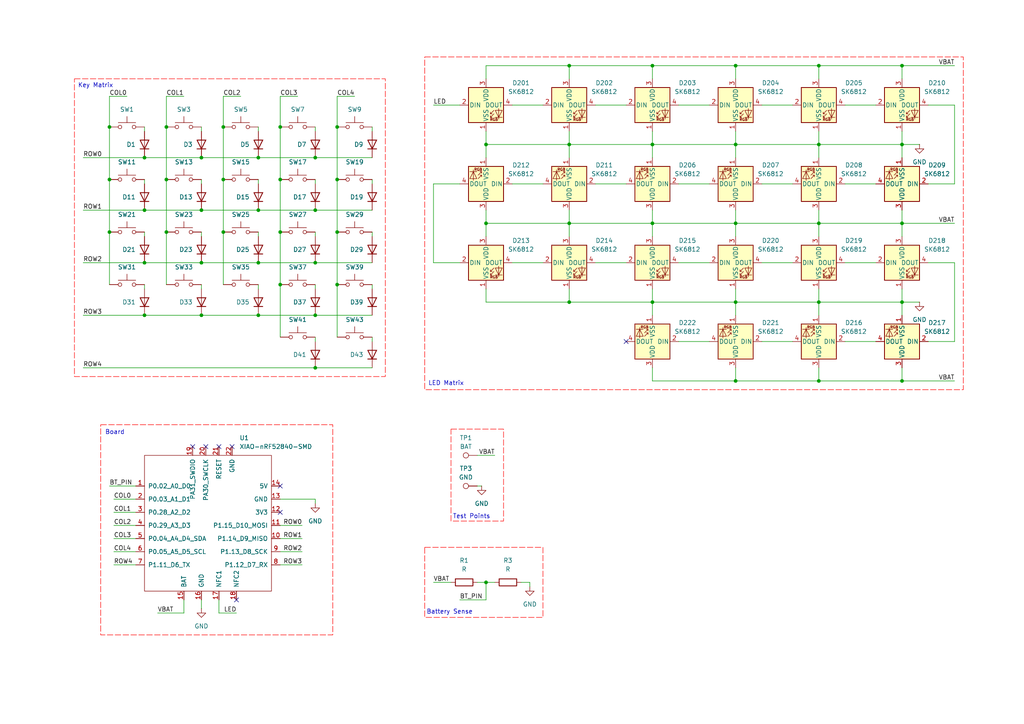
<source format=kicad_sch>
(kicad_sch
	(version 20250114)
	(generator "eeschema")
	(generator_version "9.0")
	(uuid "3d966c1b-26cf-4fbb-9725-459b86bb2ef5")
	(paper "A4")
	(lib_symbols
		(symbol "Connector:TestPoint"
			(pin_numbers
				(hide yes)
			)
			(pin_names
				(offset 0.762)
				(hide yes)
			)
			(exclude_from_sim no)
			(in_bom yes)
			(on_board yes)
			(property "Reference" "TP"
				(at 0 6.858 0)
				(effects
					(font
						(size 1.27 1.27)
					)
				)
			)
			(property "Value" "TestPoint"
				(at 0 5.08 0)
				(effects
					(font
						(size 1.27 1.27)
					)
				)
			)
			(property "Footprint" ""
				(at 5.08 0 0)
				(effects
					(font
						(size 1.27 1.27)
					)
					(hide yes)
				)
			)
			(property "Datasheet" "~"
				(at 5.08 0 0)
				(effects
					(font
						(size 1.27 1.27)
					)
					(hide yes)
				)
			)
			(property "Description" "test point"
				(at 0 0 0)
				(effects
					(font
						(size 1.27 1.27)
					)
					(hide yes)
				)
			)
			(property "ki_keywords" "test point tp"
				(at 0 0 0)
				(effects
					(font
						(size 1.27 1.27)
					)
					(hide yes)
				)
			)
			(property "ki_fp_filters" "Pin* Test*"
				(at 0 0 0)
				(effects
					(font
						(size 1.27 1.27)
					)
					(hide yes)
				)
			)
			(symbol "TestPoint_0_1"
				(circle
					(center 0 3.302)
					(radius 0.762)
					(stroke
						(width 0)
						(type default)
					)
					(fill
						(type none)
					)
				)
			)
			(symbol "TestPoint_1_1"
				(pin passive line
					(at 0 0 90)
					(length 2.54)
					(name "1"
						(effects
							(font
								(size 1.27 1.27)
							)
						)
					)
					(number "1"
						(effects
							(font
								(size 1.27 1.27)
							)
						)
					)
				)
			)
			(embedded_fonts no)
		)
		(symbol "Device:D"
			(pin_numbers
				(hide yes)
			)
			(pin_names
				(offset 1.016)
				(hide yes)
			)
			(exclude_from_sim no)
			(in_bom yes)
			(on_board yes)
			(property "Reference" "D"
				(at 0 2.54 0)
				(effects
					(font
						(size 1.27 1.27)
					)
				)
			)
			(property "Value" "D"
				(at 0 -2.54 0)
				(effects
					(font
						(size 1.27 1.27)
					)
				)
			)
			(property "Footprint" ""
				(at 0 0 0)
				(effects
					(font
						(size 1.27 1.27)
					)
					(hide yes)
				)
			)
			(property "Datasheet" "~"
				(at 0 0 0)
				(effects
					(font
						(size 1.27 1.27)
					)
					(hide yes)
				)
			)
			(property "Description" "Diode"
				(at 0 0 0)
				(effects
					(font
						(size 1.27 1.27)
					)
					(hide yes)
				)
			)
			(property "Sim.Device" "D"
				(at 0 0 0)
				(effects
					(font
						(size 1.27 1.27)
					)
					(hide yes)
				)
			)
			(property "Sim.Pins" "1=K 2=A"
				(at 0 0 0)
				(effects
					(font
						(size 1.27 1.27)
					)
					(hide yes)
				)
			)
			(property "ki_keywords" "diode"
				(at 0 0 0)
				(effects
					(font
						(size 1.27 1.27)
					)
					(hide yes)
				)
			)
			(property "ki_fp_filters" "TO-???* *_Diode_* *SingleDiode* D_*"
				(at 0 0 0)
				(effects
					(font
						(size 1.27 1.27)
					)
					(hide yes)
				)
			)
			(symbol "D_0_1"
				(polyline
					(pts
						(xy -1.27 1.27) (xy -1.27 -1.27)
					)
					(stroke
						(width 0.254)
						(type default)
					)
					(fill
						(type none)
					)
				)
				(polyline
					(pts
						(xy 1.27 1.27) (xy 1.27 -1.27) (xy -1.27 0) (xy 1.27 1.27)
					)
					(stroke
						(width 0.254)
						(type default)
					)
					(fill
						(type none)
					)
				)
				(polyline
					(pts
						(xy 1.27 0) (xy -1.27 0)
					)
					(stroke
						(width 0)
						(type default)
					)
					(fill
						(type none)
					)
				)
			)
			(symbol "D_1_1"
				(pin passive line
					(at -3.81 0 0)
					(length 2.54)
					(name "K"
						(effects
							(font
								(size 1.27 1.27)
							)
						)
					)
					(number "1"
						(effects
							(font
								(size 1.27 1.27)
							)
						)
					)
				)
				(pin passive line
					(at 3.81 0 180)
					(length 2.54)
					(name "A"
						(effects
							(font
								(size 1.27 1.27)
							)
						)
					)
					(number "2"
						(effects
							(font
								(size 1.27 1.27)
							)
						)
					)
				)
			)
			(embedded_fonts no)
		)
		(symbol "Device:R"
			(pin_numbers
				(hide yes)
			)
			(pin_names
				(offset 0)
			)
			(exclude_from_sim no)
			(in_bom yes)
			(on_board yes)
			(property "Reference" "R"
				(at 2.032 0 90)
				(effects
					(font
						(size 1.27 1.27)
					)
				)
			)
			(property "Value" "R"
				(at 0 0 90)
				(effects
					(font
						(size 1.27 1.27)
					)
				)
			)
			(property "Footprint" ""
				(at -1.778 0 90)
				(effects
					(font
						(size 1.27 1.27)
					)
					(hide yes)
				)
			)
			(property "Datasheet" "~"
				(at 0 0 0)
				(effects
					(font
						(size 1.27 1.27)
					)
					(hide yes)
				)
			)
			(property "Description" "Resistor"
				(at 0 0 0)
				(effects
					(font
						(size 1.27 1.27)
					)
					(hide yes)
				)
			)
			(property "ki_keywords" "R res resistor"
				(at 0 0 0)
				(effects
					(font
						(size 1.27 1.27)
					)
					(hide yes)
				)
			)
			(property "ki_fp_filters" "R_*"
				(at 0 0 0)
				(effects
					(font
						(size 1.27 1.27)
					)
					(hide yes)
				)
			)
			(symbol "R_0_1"
				(rectangle
					(start -1.016 -2.54)
					(end 1.016 2.54)
					(stroke
						(width 0.254)
						(type default)
					)
					(fill
						(type none)
					)
				)
			)
			(symbol "R_1_1"
				(pin passive line
					(at 0 3.81 270)
					(length 1.27)
					(name "~"
						(effects
							(font
								(size 1.27 1.27)
							)
						)
					)
					(number "1"
						(effects
							(font
								(size 1.27 1.27)
							)
						)
					)
				)
				(pin passive line
					(at 0 -3.81 90)
					(length 1.27)
					(name "~"
						(effects
							(font
								(size 1.27 1.27)
							)
						)
					)
					(number "2"
						(effects
							(font
								(size 1.27 1.27)
							)
						)
					)
				)
			)
			(embedded_fonts no)
		)
		(symbol "LED:SK6812"
			(pin_names
				(offset 0.254)
			)
			(exclude_from_sim no)
			(in_bom yes)
			(on_board yes)
			(property "Reference" "D"
				(at 5.08 5.715 0)
				(effects
					(font
						(size 1.27 1.27)
					)
					(justify right bottom)
				)
			)
			(property "Value" "SK6812"
				(at 1.27 -5.715 0)
				(effects
					(font
						(size 1.27 1.27)
					)
					(justify left top)
				)
			)
			(property "Footprint" "LED_SMD:LED_SK6812_PLCC4_5.0x5.0mm_P3.2mm"
				(at 1.27 -7.62 0)
				(effects
					(font
						(size 1.27 1.27)
					)
					(justify left top)
					(hide yes)
				)
			)
			(property "Datasheet" "https://cdn-shop.adafruit.com/product-files/1138/SK6812+LED+datasheet+.pdf"
				(at 2.54 -9.525 0)
				(effects
					(font
						(size 1.27 1.27)
					)
					(justify left top)
					(hide yes)
				)
			)
			(property "Description" "RGB LED with integrated controller"
				(at 0 0 0)
				(effects
					(font
						(size 1.27 1.27)
					)
					(hide yes)
				)
			)
			(property "ki_keywords" "RGB LED NeoPixel addressable"
				(at 0 0 0)
				(effects
					(font
						(size 1.27 1.27)
					)
					(hide yes)
				)
			)
			(property "ki_fp_filters" "LED*SK6812*PLCC*5.0x5.0mm*P3.2mm*"
				(at 0 0 0)
				(effects
					(font
						(size 1.27 1.27)
					)
					(hide yes)
				)
			)
			(symbol "SK6812_0_0"
				(text "RGB"
					(at 2.286 -4.191 0)
					(effects
						(font
							(size 0.762 0.762)
						)
					)
				)
			)
			(symbol "SK6812_0_1"
				(polyline
					(pts
						(xy 1.27 -2.54) (xy 1.778 -2.54)
					)
					(stroke
						(width 0)
						(type default)
					)
					(fill
						(type none)
					)
				)
				(polyline
					(pts
						(xy 1.27 -3.556) (xy 1.778 -3.556)
					)
					(stroke
						(width 0)
						(type default)
					)
					(fill
						(type none)
					)
				)
				(polyline
					(pts
						(xy 2.286 -1.524) (xy 1.27 -2.54) (xy 1.27 -2.032)
					)
					(stroke
						(width 0)
						(type default)
					)
					(fill
						(type none)
					)
				)
				(polyline
					(pts
						(xy 2.286 -2.54) (xy 1.27 -3.556) (xy 1.27 -3.048)
					)
					(stroke
						(width 0)
						(type default)
					)
					(fill
						(type none)
					)
				)
				(polyline
					(pts
						(xy 3.683 -1.016) (xy 3.683 -3.556) (xy 3.683 -4.064)
					)
					(stroke
						(width 0)
						(type default)
					)
					(fill
						(type none)
					)
				)
				(polyline
					(pts
						(xy 4.699 -1.524) (xy 2.667 -1.524) (xy 3.683 -3.556) (xy 4.699 -1.524)
					)
					(stroke
						(width 0)
						(type default)
					)
					(fill
						(type none)
					)
				)
				(polyline
					(pts
						(xy 4.699 -3.556) (xy 2.667 -3.556)
					)
					(stroke
						(width 0)
						(type default)
					)
					(fill
						(type none)
					)
				)
				(rectangle
					(start 5.08 5.08)
					(end -5.08 -5.08)
					(stroke
						(width 0.254)
						(type default)
					)
					(fill
						(type background)
					)
				)
			)
			(symbol "SK6812_1_1"
				(pin input line
					(at -7.62 0 0)
					(length 2.54)
					(name "DIN"
						(effects
							(font
								(size 1.27 1.27)
							)
						)
					)
					(number "2"
						(effects
							(font
								(size 1.27 1.27)
							)
						)
					)
				)
				(pin power_in line
					(at 0 7.62 270)
					(length 2.54)
					(name "VDD"
						(effects
							(font
								(size 1.27 1.27)
							)
						)
					)
					(number "3"
						(effects
							(font
								(size 1.27 1.27)
							)
						)
					)
				)
				(pin power_in line
					(at 0 -7.62 90)
					(length 2.54)
					(name "VSS"
						(effects
							(font
								(size 1.27 1.27)
							)
						)
					)
					(number "1"
						(effects
							(font
								(size 1.27 1.27)
							)
						)
					)
				)
				(pin output line
					(at 7.62 0 180)
					(length 2.54)
					(name "DOUT"
						(effects
							(font
								(size 1.27 1.27)
							)
						)
					)
					(number "4"
						(effects
							(font
								(size 1.27 1.27)
							)
						)
					)
				)
			)
			(embedded_fonts no)
		)
		(symbol "OPL Lib:XIAO-nRF52840-SMD"
			(pin_names
				(offset 1.016)
			)
			(exclude_from_sim no)
			(in_bom yes)
			(on_board yes)
			(property "Reference" "U"
				(at -18.542 23.114 0)
				(effects
					(font
						(size 1.27 1.27)
					)
				)
			)
			(property "Value" "XIAO-nRF52840-SMD"
				(at -8.636 21.336 0)
				(effects
					(font
						(size 1.27 1.27)
					)
				)
			)
			(property "Footprint" ""
				(at -8.89 5.08 0)
				(effects
					(font
						(size 1.27 1.27)
					)
					(hide yes)
				)
			)
			(property "Datasheet" ""
				(at -8.89 5.08 0)
				(effects
					(font
						(size 1.27 1.27)
					)
					(hide yes)
				)
			)
			(property "Description" ""
				(at 0 0 0)
				(effects
					(font
						(size 1.27 1.27)
					)
					(hide yes)
				)
			)
			(symbol "XIAO-nRF52840-SMD_0_1"
				(rectangle
					(start -19.05 20.32)
					(end 17.78 -19.05)
					(stroke
						(width 0)
						(type default)
					)
					(fill
						(type none)
					)
				)
			)
			(symbol "XIAO-nRF52840-SMD_1_1"
				(pin passive line
					(at -21.59 11.43 0)
					(length 2.54)
					(name "P0.02_A0_D0"
						(effects
							(font
								(size 1.27 1.27)
							)
						)
					)
					(number "1"
						(effects
							(font
								(size 1.27 1.27)
							)
						)
					)
				)
				(pin passive line
					(at -21.59 7.62 0)
					(length 2.54)
					(name "P0.03_A1_D1"
						(effects
							(font
								(size 1.27 1.27)
							)
						)
					)
					(number "2"
						(effects
							(font
								(size 1.27 1.27)
							)
						)
					)
				)
				(pin passive line
					(at -21.59 3.81 0)
					(length 2.54)
					(name "P0.28_A2_D2"
						(effects
							(font
								(size 1.27 1.27)
							)
						)
					)
					(number "3"
						(effects
							(font
								(size 1.27 1.27)
							)
						)
					)
				)
				(pin passive line
					(at -21.59 0 0)
					(length 2.54)
					(name "P0.29_A3_D3"
						(effects
							(font
								(size 1.27 1.27)
							)
						)
					)
					(number "4"
						(effects
							(font
								(size 1.27 1.27)
							)
						)
					)
				)
				(pin passive line
					(at -21.59 -3.81 0)
					(length 2.54)
					(name "P0.04_A4_D4_SDA"
						(effects
							(font
								(size 1.27 1.27)
							)
						)
					)
					(number "5"
						(effects
							(font
								(size 1.27 1.27)
							)
						)
					)
				)
				(pin passive line
					(at -21.59 -7.62 0)
					(length 2.54)
					(name "P0.05_A5_D5_SCL"
						(effects
							(font
								(size 1.27 1.27)
							)
						)
					)
					(number "6"
						(effects
							(font
								(size 1.27 1.27)
							)
						)
					)
				)
				(pin passive line
					(at -21.59 -11.43 0)
					(length 2.54)
					(name "P1.11_D6_TX"
						(effects
							(font
								(size 1.27 1.27)
							)
						)
					)
					(number "7"
						(effects
							(font
								(size 1.27 1.27)
							)
						)
					)
				)
				(pin passive line
					(at -7.62 -21.59 90)
					(length 2.54)
					(name "BAT"
						(effects
							(font
								(size 1.27 1.27)
							)
						)
					)
					(number "15"
						(effects
							(font
								(size 1.27 1.27)
							)
						)
					)
				)
				(pin passive line
					(at -5.08 22.86 270)
					(length 2.54)
					(name "PA31_SWDIO"
						(effects
							(font
								(size 1.27 1.27)
							)
						)
					)
					(number "19"
						(effects
							(font
								(size 1.27 1.27)
							)
						)
					)
				)
				(pin passive line
					(at -2.54 -21.59 90)
					(length 2.54)
					(name "GND"
						(effects
							(font
								(size 1.27 1.27)
							)
						)
					)
					(number "16"
						(effects
							(font
								(size 1.27 1.27)
							)
						)
					)
				)
				(pin passive line
					(at -1.27 22.86 270)
					(length 2.54)
					(name "PA30_SWCLK"
						(effects
							(font
								(size 1.27 1.27)
							)
						)
					)
					(number "20"
						(effects
							(font
								(size 1.27 1.27)
							)
						)
					)
				)
				(pin passive line
					(at 2.54 22.86 270)
					(length 2.54)
					(name "RESET"
						(effects
							(font
								(size 1.27 1.27)
							)
						)
					)
					(number "21"
						(effects
							(font
								(size 1.27 1.27)
							)
						)
					)
				)
				(pin passive line
					(at 2.54 -21.59 90)
					(length 2.54)
					(name "NFC1"
						(effects
							(font
								(size 1.27 1.27)
							)
						)
					)
					(number "17"
						(effects
							(font
								(size 1.27 1.27)
							)
						)
					)
				)
				(pin passive line
					(at 6.35 22.86 270)
					(length 2.54)
					(name "GND"
						(effects
							(font
								(size 1.27 1.27)
							)
						)
					)
					(number "22"
						(effects
							(font
								(size 1.27 1.27)
							)
						)
					)
				)
				(pin passive line
					(at 7.62 -21.59 90)
					(length 2.54)
					(name "NFC2"
						(effects
							(font
								(size 1.27 1.27)
							)
						)
					)
					(number "18"
						(effects
							(font
								(size 1.27 1.27)
							)
						)
					)
				)
				(pin passive line
					(at 20.32 11.43 180)
					(length 2.54)
					(name "5V"
						(effects
							(font
								(size 1.27 1.27)
							)
						)
					)
					(number "14"
						(effects
							(font
								(size 1.27 1.27)
							)
						)
					)
				)
				(pin passive line
					(at 20.32 7.62 180)
					(length 2.54)
					(name "GND"
						(effects
							(font
								(size 1.27 1.27)
							)
						)
					)
					(number "13"
						(effects
							(font
								(size 1.27 1.27)
							)
						)
					)
				)
				(pin passive line
					(at 20.32 3.81 180)
					(length 2.54)
					(name "3V3"
						(effects
							(font
								(size 1.27 1.27)
							)
						)
					)
					(number "12"
						(effects
							(font
								(size 1.27 1.27)
							)
						)
					)
				)
				(pin passive line
					(at 20.32 0 180)
					(length 2.54)
					(name "P1.15_D10_MOSI"
						(effects
							(font
								(size 1.27 1.27)
							)
						)
					)
					(number "11"
						(effects
							(font
								(size 1.27 1.27)
							)
						)
					)
				)
				(pin passive line
					(at 20.32 -3.81 180)
					(length 2.54)
					(name "P1.14_D9_MISO"
						(effects
							(font
								(size 1.27 1.27)
							)
						)
					)
					(number "10"
						(effects
							(font
								(size 1.27 1.27)
							)
						)
					)
				)
				(pin passive line
					(at 20.32 -7.62 180)
					(length 2.54)
					(name "P1.13_D8_SCK"
						(effects
							(font
								(size 1.27 1.27)
							)
						)
					)
					(number "9"
						(effects
							(font
								(size 1.27 1.27)
							)
						)
					)
				)
				(pin passive line
					(at 20.32 -11.43 180)
					(length 2.54)
					(name "P1.12_D7_RX"
						(effects
							(font
								(size 1.27 1.27)
							)
						)
					)
					(number "8"
						(effects
							(font
								(size 1.27 1.27)
							)
						)
					)
				)
			)
			(embedded_fonts no)
		)
		(symbol "Switch:SW_Push"
			(pin_numbers
				(hide yes)
			)
			(pin_names
				(offset 1.016)
				(hide yes)
			)
			(exclude_from_sim no)
			(in_bom yes)
			(on_board yes)
			(property "Reference" "SW"
				(at 1.27 2.54 0)
				(effects
					(font
						(size 1.27 1.27)
					)
					(justify left)
				)
			)
			(property "Value" "SW_Push"
				(at 0 -1.524 0)
				(effects
					(font
						(size 1.27 1.27)
					)
				)
			)
			(property "Footprint" ""
				(at 0 5.08 0)
				(effects
					(font
						(size 1.27 1.27)
					)
					(hide yes)
				)
			)
			(property "Datasheet" "~"
				(at 0 5.08 0)
				(effects
					(font
						(size 1.27 1.27)
					)
					(hide yes)
				)
			)
			(property "Description" "Push button switch, generic, two pins"
				(at 0 0 0)
				(effects
					(font
						(size 1.27 1.27)
					)
					(hide yes)
				)
			)
			(property "ki_keywords" "switch normally-open pushbutton push-button"
				(at 0 0 0)
				(effects
					(font
						(size 1.27 1.27)
					)
					(hide yes)
				)
			)
			(symbol "SW_Push_0_1"
				(circle
					(center -2.032 0)
					(radius 0.508)
					(stroke
						(width 0)
						(type default)
					)
					(fill
						(type none)
					)
				)
				(polyline
					(pts
						(xy 0 1.27) (xy 0 3.048)
					)
					(stroke
						(width 0)
						(type default)
					)
					(fill
						(type none)
					)
				)
				(circle
					(center 2.032 0)
					(radius 0.508)
					(stroke
						(width 0)
						(type default)
					)
					(fill
						(type none)
					)
				)
				(polyline
					(pts
						(xy 2.54 1.27) (xy -2.54 1.27)
					)
					(stroke
						(width 0)
						(type default)
					)
					(fill
						(type none)
					)
				)
				(pin passive line
					(at -5.08 0 0)
					(length 2.54)
					(name "1"
						(effects
							(font
								(size 1.27 1.27)
							)
						)
					)
					(number "1"
						(effects
							(font
								(size 1.27 1.27)
							)
						)
					)
				)
				(pin passive line
					(at 5.08 0 180)
					(length 2.54)
					(name "2"
						(effects
							(font
								(size 1.27 1.27)
							)
						)
					)
					(number "2"
						(effects
							(font
								(size 1.27 1.27)
							)
						)
					)
				)
			)
			(embedded_fonts no)
		)
		(symbol "power:GND"
			(power)
			(pin_numbers
				(hide yes)
			)
			(pin_names
				(offset 0)
				(hide yes)
			)
			(exclude_from_sim no)
			(in_bom yes)
			(on_board yes)
			(property "Reference" "#PWR"
				(at 0 -6.35 0)
				(effects
					(font
						(size 1.27 1.27)
					)
					(hide yes)
				)
			)
			(property "Value" "GND"
				(at 0 -3.81 0)
				(effects
					(font
						(size 1.27 1.27)
					)
				)
			)
			(property "Footprint" ""
				(at 0 0 0)
				(effects
					(font
						(size 1.27 1.27)
					)
					(hide yes)
				)
			)
			(property "Datasheet" ""
				(at 0 0 0)
				(effects
					(font
						(size 1.27 1.27)
					)
					(hide yes)
				)
			)
			(property "Description" "Power symbol creates a global label with name \"GND\" , ground"
				(at 0 0 0)
				(effects
					(font
						(size 1.27 1.27)
					)
					(hide yes)
				)
			)
			(property "ki_keywords" "global power"
				(at 0 0 0)
				(effects
					(font
						(size 1.27 1.27)
					)
					(hide yes)
				)
			)
			(symbol "GND_0_1"
				(polyline
					(pts
						(xy 0 0) (xy 0 -1.27) (xy 1.27 -1.27) (xy 0 -2.54) (xy -1.27 -1.27) (xy 0 -1.27)
					)
					(stroke
						(width 0)
						(type default)
					)
					(fill
						(type none)
					)
				)
			)
			(symbol "GND_1_1"
				(pin power_in line
					(at 0 0 270)
					(length 0)
					(name "~"
						(effects
							(font
								(size 1.27 1.27)
							)
						)
					)
					(number "1"
						(effects
							(font
								(size 1.27 1.27)
							)
						)
					)
				)
			)
			(embedded_fonts no)
		)
	)
	(text "Battery Sense"
		(exclude_from_sim no)
		(at 123.698 178.308 0)
		(effects
			(font
				(size 1.27 1.27)
			)
			(justify left bottom)
		)
		(uuid "5e87fe41-a1bf-45f4-81d2-7f9cc1b6f6d5")
	)
	(text "Test Points\n"
		(exclude_from_sim no)
		(at 131.318 150.622 0)
		(effects
			(font
				(size 1.27 1.27)
			)
			(justify left bottom)
		)
		(uuid "6eaee330-3c59-42fd-923f-6af1d1e97ff1")
	)
	(text "Board\n"
		(exclude_from_sim no)
		(at 30.48 124.714 0)
		(effects
			(font
				(size 1.27 1.27)
			)
			(justify left top)
		)
		(uuid "a06b54d8-bb8c-4f70-8b29-a59b9a7789ef")
	)
	(text "LED Matrix"
		(exclude_from_sim no)
		(at 124.206 112.014 0)
		(effects
			(font
				(size 1.27 1.27)
			)
			(justify left bottom)
		)
		(uuid "b60faaa0-b2f8-4d84-8dfe-bef0b5a5ca96")
	)
	(text "Key Matrix"
		(exclude_from_sim no)
		(at 22.606 24.13 0)
		(effects
			(font
				(size 1.27 1.27)
			)
			(justify left top)
		)
		(uuid "ed664da8-5906-44cc-81eb-5f55b9912293")
	)
	(junction
		(at 189.23 87.63)
		(diameter 0)
		(color 0 0 0 0)
		(uuid "0c6b9a9e-7d67-40ac-af56-b2f9b398de80")
	)
	(junction
		(at 213.36 19.05)
		(diameter 0)
		(color 0 0 0 0)
		(uuid "19056924-878c-4e8c-92e7-8882d365fc8c")
	)
	(junction
		(at 237.49 41.91)
		(diameter 0)
		(color 0 0 0 0)
		(uuid "1984fc2c-0b51-435b-a255-92d7f8dfe004")
	)
	(junction
		(at 41.91 91.44)
		(diameter 0)
		(color 0 0 0 0)
		(uuid "1dc7dbc0-1dbb-4ab3-964e-438fa53df108")
	)
	(junction
		(at 41.91 76.2)
		(diameter 0)
		(color 0 0 0 0)
		(uuid "21e73e8c-4d60-4ef8-8e2b-35722ae53569")
	)
	(junction
		(at 81.28 82.55)
		(diameter 0)
		(color 0 0 0 0)
		(uuid "26094a13-a72d-4fda-a872-9dd606d4c1ad")
	)
	(junction
		(at 41.91 60.96)
		(diameter 0)
		(color 0 0 0 0)
		(uuid "2aa0e096-882c-440f-8be4-af98368a7626")
	)
	(junction
		(at 58.42 60.96)
		(diameter 0)
		(color 0 0 0 0)
		(uuid "2ec2783a-653f-43a3-9805-ff5606b892f4")
	)
	(junction
		(at 64.77 52.07)
		(diameter 0)
		(color 0 0 0 0)
		(uuid "314b1385-93a8-4686-a2db-f5b9d0a03d61")
	)
	(junction
		(at 81.28 36.83)
		(diameter 0)
		(color 0 0 0 0)
		(uuid "37265e0e-1bd1-4d2c-8bdb-f137bc2a93a7")
	)
	(junction
		(at 81.28 67.31)
		(diameter 0)
		(color 0 0 0 0)
		(uuid "373b4bb5-e544-4d52-a970-945efb4d6d05")
	)
	(junction
		(at 74.93 91.44)
		(diameter 0)
		(color 0 0 0 0)
		(uuid "3a26d475-a2c2-49ba-b0f8-22a8beb2125e")
	)
	(junction
		(at 165.1 64.77)
		(diameter 0)
		(color 0 0 0 0)
		(uuid "3b179d80-773b-46e6-9d09-5f07c5f5b500")
	)
	(junction
		(at 74.93 45.72)
		(diameter 0)
		(color 0 0 0 0)
		(uuid "3cae93e0-746c-419b-a141-7fef9c97b96f")
	)
	(junction
		(at 189.23 19.05)
		(diameter 0)
		(color 0 0 0 0)
		(uuid "3d074e0f-ab0b-41ae-bd3b-44065a311679")
	)
	(junction
		(at 64.77 67.31)
		(diameter 0)
		(color 0 0 0 0)
		(uuid "41222c01-ed45-44f1-a8a5-300add38643e")
	)
	(junction
		(at 91.44 60.96)
		(diameter 0)
		(color 0 0 0 0)
		(uuid "4c698552-3624-427c-ba0f-65f0d9183cb1")
	)
	(junction
		(at 31.75 67.31)
		(diameter 0)
		(color 0 0 0 0)
		(uuid "4d266580-4a55-4678-be48-60ba3d011b7a")
	)
	(junction
		(at 140.97 168.91)
		(diameter 0)
		(color 0 0 0 0)
		(uuid "52103f31-6328-4329-81a8-c06f5f073bb0")
	)
	(junction
		(at 261.62 64.77)
		(diameter 0)
		(color 0 0 0 0)
		(uuid "5beb1d60-77d2-4475-a50b-7aa4d86d4402")
	)
	(junction
		(at 140.97 41.91)
		(diameter 0)
		(color 0 0 0 0)
		(uuid "5bf0b5e4-8a66-49c7-a239-c8d19c3b207c")
	)
	(junction
		(at 58.42 76.2)
		(diameter 0)
		(color 0 0 0 0)
		(uuid "61c005df-2e1f-4ee3-ad07-575fc10bb340")
	)
	(junction
		(at 140.97 64.77)
		(diameter 0)
		(color 0 0 0 0)
		(uuid "678eefcd-af4f-4e52-9982-193f4e3dd375")
	)
	(junction
		(at 237.49 64.77)
		(diameter 0)
		(color 0 0 0 0)
		(uuid "679886d0-9c5b-43c8-9f8d-f3ae86863cfb")
	)
	(junction
		(at 64.77 36.83)
		(diameter 0)
		(color 0 0 0 0)
		(uuid "6c6d0046-81bb-4eb4-b4d7-1ec9e82ee173")
	)
	(junction
		(at 31.75 36.83)
		(diameter 0)
		(color 0 0 0 0)
		(uuid "7a7fce67-f5d8-4bb1-97e0-875039643c7c")
	)
	(junction
		(at 165.1 19.05)
		(diameter 0)
		(color 0 0 0 0)
		(uuid "7d7b03e6-70ae-4026-83cc-fe4d43e4e4e6")
	)
	(junction
		(at 237.49 87.63)
		(diameter 0)
		(color 0 0 0 0)
		(uuid "84641569-97fa-4b4a-856e-b68c822a2366")
	)
	(junction
		(at 97.79 36.83)
		(diameter 0)
		(color 0 0 0 0)
		(uuid "85d8b2c2-c6ac-47b7-b4ac-64fd60bd205c")
	)
	(junction
		(at 261.62 110.49)
		(diameter 0)
		(color 0 0 0 0)
		(uuid "8bf63467-4fb7-4a1c-b0f3-4f350c4bd411")
	)
	(junction
		(at 261.62 41.91)
		(diameter 0)
		(color 0 0 0 0)
		(uuid "8d1141a3-90e8-4f87-9ddb-b9c741e96632")
	)
	(junction
		(at 213.36 87.63)
		(diameter 0)
		(color 0 0 0 0)
		(uuid "8d8341d9-fb47-41ab-9f8d-23b9bea0d3ad")
	)
	(junction
		(at 213.36 41.91)
		(diameter 0)
		(color 0 0 0 0)
		(uuid "91ff8209-3945-44d6-9e5a-6b517914161d")
	)
	(junction
		(at 74.93 76.2)
		(diameter 0)
		(color 0 0 0 0)
		(uuid "974a311f-a0db-4491-bfaa-52c3384463b6")
	)
	(junction
		(at 48.26 52.07)
		(diameter 0)
		(color 0 0 0 0)
		(uuid "9a039429-e03d-4550-8392-4cca997337f0")
	)
	(junction
		(at 91.44 91.44)
		(diameter 0)
		(color 0 0 0 0)
		(uuid "9e32ebc9-4d33-4fc3-b514-90ec134f83fe")
	)
	(junction
		(at 91.44 76.2)
		(diameter 0)
		(color 0 0 0 0)
		(uuid "a0871858-7039-4feb-a3a7-e3c03c533873")
	)
	(junction
		(at 48.26 36.83)
		(diameter 0)
		(color 0 0 0 0)
		(uuid "a818ead0-b131-4f48-b54d-00365588a54d")
	)
	(junction
		(at 213.36 110.49)
		(diameter 0)
		(color 0 0 0 0)
		(uuid "ab8a5408-d564-4e62-9dec-317d2ae1aaaf")
	)
	(junction
		(at 58.42 45.72)
		(diameter 0)
		(color 0 0 0 0)
		(uuid "ad2b049a-0543-4773-86c7-1135e81aeb6e")
	)
	(junction
		(at 48.26 67.31)
		(diameter 0)
		(color 0 0 0 0)
		(uuid "b0559acf-ade8-4490-80b7-196faa8862f7")
	)
	(junction
		(at 81.28 52.07)
		(diameter 0)
		(color 0 0 0 0)
		(uuid "b160372f-f9ba-43d9-a5a3-0109537dc5e3")
	)
	(junction
		(at 165.1 87.63)
		(diameter 0)
		(color 0 0 0 0)
		(uuid "b39788a2-ea0a-4357-be92-b5357de554a3")
	)
	(junction
		(at 91.44 45.72)
		(diameter 0)
		(color 0 0 0 0)
		(uuid "bd66b542-b2d7-425d-9540-92f2f894b15f")
	)
	(junction
		(at 237.49 110.49)
		(diameter 0)
		(color 0 0 0 0)
		(uuid "c340901c-c43b-4d6a-afd8-d15752cf7f15")
	)
	(junction
		(at 31.75 52.07)
		(diameter 0)
		(color 0 0 0 0)
		(uuid "c5c1ea7f-10b5-4077-9b26-87f3dd74f1f2")
	)
	(junction
		(at 97.79 67.31)
		(diameter 0)
		(color 0 0 0 0)
		(uuid "cc17bbad-c9e1-483f-bf3d-e26a452f1a15")
	)
	(junction
		(at 189.23 41.91)
		(diameter 0)
		(color 0 0 0 0)
		(uuid "d21bef2f-82ac-4fa2-a4a0-7d39253d6521")
	)
	(junction
		(at 97.79 52.07)
		(diameter 0)
		(color 0 0 0 0)
		(uuid "d383e3fd-d404-4f8e-ab4a-c08ea9b35cfa")
	)
	(junction
		(at 91.44 106.68)
		(diameter 0)
		(color 0 0 0 0)
		(uuid "d67fa780-a7ec-4ea4-a171-969917820297")
	)
	(junction
		(at 189.23 64.77)
		(diameter 0)
		(color 0 0 0 0)
		(uuid "dad9dc54-5657-4eac-a4cd-71eefaa48b85")
	)
	(junction
		(at 74.93 60.96)
		(diameter 0)
		(color 0 0 0 0)
		(uuid "df86a4e7-a896-4bf6-a6e0-7d23bb976aee")
	)
	(junction
		(at 237.49 19.05)
		(diameter 0)
		(color 0 0 0 0)
		(uuid "e47df424-69ea-42a4-bdef-4463b9d82f39")
	)
	(junction
		(at 213.36 64.77)
		(diameter 0)
		(color 0 0 0 0)
		(uuid "ea9bde49-2289-4b1b-87cb-287472e3da32")
	)
	(junction
		(at 261.62 87.63)
		(diameter 0)
		(color 0 0 0 0)
		(uuid "f5208c2e-8fb1-4277-a0ce-4e9d6a7db99c")
	)
	(junction
		(at 58.42 91.44)
		(diameter 0)
		(color 0 0 0 0)
		(uuid "f54a4e67-7384-4ee3-b566-9b27058a25e6")
	)
	(junction
		(at 261.62 19.05)
		(diameter 0)
		(color 0 0 0 0)
		(uuid "f9930861-53af-45ef-920d-4400ed726c77")
	)
	(junction
		(at 97.79 82.55)
		(diameter 0)
		(color 0 0 0 0)
		(uuid "fabd12eb-26c0-4b45-84f1-2637423c3e36")
	)
	(junction
		(at 165.1 41.91)
		(diameter 0)
		(color 0 0 0 0)
		(uuid "fd249719-512b-4f82-bd8c-6150d199e5ad")
	)
	(junction
		(at 41.91 45.72)
		(diameter 0)
		(color 0 0 0 0)
		(uuid "fd5f390f-470c-47d7-b005-1e79b8dbb22e")
	)
	(no_connect
		(at 181.61 99.06)
		(uuid "20d2e611-6922-4c35-8819-222b847e6374")
	)
	(no_connect
		(at 55.88 129.54)
		(uuid "344fe9da-614e-44d9-8538-8be509b5ade5")
	)
	(no_connect
		(at 81.28 140.97)
		(uuid "4db4835e-0427-46a0-94d2-8dba42fbcb69")
	)
	(no_connect
		(at 68.58 173.99)
		(uuid "717953e0-494f-4758-b366-b4b1a68cb457")
	)
	(no_connect
		(at 67.31 129.54)
		(uuid "87f55b34-c9a8-489d-903c-1564b7ab0471")
	)
	(no_connect
		(at 59.69 129.54)
		(uuid "9386c3ec-4676-411a-a38f-f1222b6a50da")
	)
	(no_connect
		(at 81.28 148.59)
		(uuid "a4704fa9-252b-41dc-a767-3afb29cc625c")
	)
	(no_connect
		(at 63.5 129.54)
		(uuid "c782b481-d46e-4821-806c-d1729229f37d")
	)
	(wire
		(pts
			(xy 261.62 19.05) (xy 237.49 19.05)
		)
		(stroke
			(width 0)
			(type default)
		)
		(uuid "0072e00e-703c-4837-a6e1-66e8a4295afe")
	)
	(wire
		(pts
			(xy 237.49 110.49) (xy 261.62 110.49)
		)
		(stroke
			(width 0)
			(type default)
		)
		(uuid "00834b6c-36b7-49ac-a1b0-d5aa516159e7")
	)
	(wire
		(pts
			(xy 196.85 99.06) (xy 205.74 99.06)
		)
		(stroke
			(width 0)
			(type default)
		)
		(uuid "02cdc6ab-905d-46af-9fd7-259941425393")
	)
	(wire
		(pts
			(xy 91.44 76.2) (xy 107.95 76.2)
		)
		(stroke
			(width 0)
			(type default)
		)
		(uuid "034ea0bb-d8dc-47f1-a625-15e188155813")
	)
	(wire
		(pts
			(xy 165.1 87.63) (xy 140.97 87.63)
		)
		(stroke
			(width 0)
			(type default)
		)
		(uuid "05aebaa1-7ae4-4572-ab2a-989b7348318d")
	)
	(wire
		(pts
			(xy 213.36 106.68) (xy 213.36 110.49)
		)
		(stroke
			(width 0)
			(type default)
		)
		(uuid "0766fee3-4691-4f37-80c2-d18559693cb2")
	)
	(wire
		(pts
			(xy 140.97 168.91) (xy 143.51 168.91)
		)
		(stroke
			(width 0)
			(type default)
		)
		(uuid "081f904d-799c-4d7e-908c-9099408b5430")
	)
	(wire
		(pts
			(xy 31.75 36.83) (xy 31.75 52.07)
		)
		(stroke
			(width 0)
			(type default)
		)
		(uuid "0997e0c7-456f-4881-964b-2b9860fc68f4")
	)
	(wire
		(pts
			(xy 81.28 27.94) (xy 86.36 27.94)
		)
		(stroke
			(width 0)
			(type default)
		)
		(uuid "0ca8b2b4-58ea-4afd-a5a5-110d19a96b04")
	)
	(wire
		(pts
			(xy 261.62 19.05) (xy 276.86 19.05)
		)
		(stroke
			(width 0)
			(type default)
		)
		(uuid "0f0a59f9-89ea-4853-8caa-8595c6498c5f")
	)
	(wire
		(pts
			(xy 107.95 82.55) (xy 107.95 83.82)
		)
		(stroke
			(width 0)
			(type default)
		)
		(uuid "0ff66213-26f3-4daf-88c7-bddb3dfa078e")
	)
	(wire
		(pts
			(xy 165.1 64.77) (xy 189.23 64.77)
		)
		(stroke
			(width 0)
			(type default)
		)
		(uuid "105ce744-beaa-4b5b-9c4d-0d0fb325db67")
	)
	(wire
		(pts
			(xy 237.49 41.91) (xy 237.49 38.1)
		)
		(stroke
			(width 0)
			(type default)
		)
		(uuid "15267484-01ce-4bc9-bbf9-15bc1d71b12b")
	)
	(wire
		(pts
			(xy 48.26 36.83) (xy 48.26 52.07)
		)
		(stroke
			(width 0)
			(type default)
		)
		(uuid "1573b3ed-167e-42ac-8937-629911af44fe")
	)
	(wire
		(pts
			(xy 245.11 76.2) (xy 254 76.2)
		)
		(stroke
			(width 0)
			(type default)
		)
		(uuid "16a424f5-ba6b-473b-9cd7-e04cb62be0f6")
	)
	(wire
		(pts
			(xy 68.58 177.8) (xy 63.5 177.8)
		)
		(stroke
			(width 0)
			(type default)
		)
		(uuid "183b401c-b08f-4d50-a322-c037fcf032fc")
	)
	(wire
		(pts
			(xy 41.91 67.31) (xy 41.91 68.58)
		)
		(stroke
			(width 0)
			(type default)
		)
		(uuid "1a563ff1-235b-48fd-b4ec-aa558791b0b9")
	)
	(wire
		(pts
			(xy 196.85 30.48) (xy 205.74 30.48)
		)
		(stroke
			(width 0)
			(type default)
		)
		(uuid "1a98a7d2-5c63-4b5f-8b73-07f47d2b1374")
	)
	(wire
		(pts
			(xy 74.93 52.07) (xy 74.93 53.34)
		)
		(stroke
			(width 0)
			(type default)
		)
		(uuid "1c953657-b91b-4e66-a0e9-51904df91565")
	)
	(wire
		(pts
			(xy 189.23 38.1) (xy 189.23 41.91)
		)
		(stroke
			(width 0)
			(type default)
		)
		(uuid "1cdf0ae7-cf4c-473b-8c50-7fef68c8e270")
	)
	(wire
		(pts
			(xy 261.62 41.91) (xy 266.7 41.91)
		)
		(stroke
			(width 0)
			(type default)
		)
		(uuid "1f4a1854-7951-4fa1-b318-d6e36fa62af3")
	)
	(wire
		(pts
			(xy 261.62 41.91) (xy 261.62 45.72)
		)
		(stroke
			(width 0)
			(type default)
		)
		(uuid "206118b9-4315-401b-b3e7-0c70d9bb5567")
	)
	(wire
		(pts
			(xy 140.97 173.99) (xy 140.97 168.91)
		)
		(stroke
			(width 0)
			(type default)
		)
		(uuid "21f78373-2879-43fa-8ad9-158f463972bf")
	)
	(wire
		(pts
			(xy 261.62 83.82) (xy 261.62 87.63)
		)
		(stroke
			(width 0)
			(type default)
		)
		(uuid "24037d80-9621-4e8c-9ea3-3c47cacaa5c1")
	)
	(wire
		(pts
			(xy 31.75 52.07) (xy 31.75 67.31)
		)
		(stroke
			(width 0)
			(type default)
		)
		(uuid "2481474b-8ffb-4e34-9691-916d309ab73b")
	)
	(wire
		(pts
			(xy 165.1 83.82) (xy 165.1 87.63)
		)
		(stroke
			(width 0)
			(type default)
		)
		(uuid "26bbd364-4b51-498d-8c1f-b7e13f4684a6")
	)
	(wire
		(pts
			(xy 31.75 67.31) (xy 31.75 82.55)
		)
		(stroke
			(width 0)
			(type default)
		)
		(uuid "2703d5aa-fe93-4365-8765-67d6ed50073f")
	)
	(wire
		(pts
			(xy 189.23 64.77) (xy 189.23 68.58)
		)
		(stroke
			(width 0)
			(type default)
		)
		(uuid "2723290d-cbcd-42a2-b334-f6eb7cc029f5")
	)
	(wire
		(pts
			(xy 165.1 38.1) (xy 165.1 41.91)
		)
		(stroke
			(width 0)
			(type default)
		)
		(uuid "276977b5-38f0-48a8-ada9-b2689939f5fe")
	)
	(wire
		(pts
			(xy 213.36 110.49) (xy 189.23 110.49)
		)
		(stroke
			(width 0)
			(type default)
		)
		(uuid "2867ed14-4c70-482a-b26d-060aafc0f3d1")
	)
	(wire
		(pts
			(xy 91.44 52.07) (xy 91.44 53.34)
		)
		(stroke
			(width 0)
			(type default)
		)
		(uuid "29292b5b-aa2f-49d8-9d31-aad56f4fcc0a")
	)
	(wire
		(pts
			(xy 41.91 36.83) (xy 41.91 38.1)
		)
		(stroke
			(width 0)
			(type default)
		)
		(uuid "2985149d-a679-41ce-901c-4ef4760c2f74")
	)
	(wire
		(pts
			(xy 41.91 82.55) (xy 41.91 83.82)
		)
		(stroke
			(width 0)
			(type default)
		)
		(uuid "2a7e89af-5547-4897-8853-419929362996")
	)
	(wire
		(pts
			(xy 41.91 76.2) (xy 58.42 76.2)
		)
		(stroke
			(width 0)
			(type default)
		)
		(uuid "2abb9e2e-4c25-4505-b2b3-256b38d9c943")
	)
	(wire
		(pts
			(xy 261.62 64.77) (xy 261.62 68.58)
		)
		(stroke
			(width 0)
			(type default)
		)
		(uuid "2c1e93cb-c2c0-4a3e-9ca3-e34c41135f98")
	)
	(wire
		(pts
			(xy 261.62 22.86) (xy 261.62 19.05)
		)
		(stroke
			(width 0)
			(type default)
		)
		(uuid "2cfe78ea-894b-4dae-a6e6-78d33de781df")
	)
	(wire
		(pts
			(xy 81.28 27.94) (xy 81.28 36.83)
		)
		(stroke
			(width 0)
			(type default)
		)
		(uuid "2d1cf4de-2638-4ab9-b2e8-6ca3e780b530")
	)
	(wire
		(pts
			(xy 189.23 87.63) (xy 165.1 87.63)
		)
		(stroke
			(width 0)
			(type default)
		)
		(uuid "2d5aa6df-d7c3-48aa-bfe2-bc61d33ecf8e")
	)
	(wire
		(pts
			(xy 148.59 30.48) (xy 157.48 30.48)
		)
		(stroke
			(width 0)
			(type default)
		)
		(uuid "2dcd98fc-f181-45eb-a24a-a3e532f36923")
	)
	(wire
		(pts
			(xy 97.79 36.83) (xy 97.79 52.07)
		)
		(stroke
			(width 0)
			(type default)
		)
		(uuid "2e43ac98-cd64-45ea-a25f-dc1c8cf0f67e")
	)
	(wire
		(pts
			(xy 107.95 52.07) (xy 107.95 53.34)
		)
		(stroke
			(width 0)
			(type default)
		)
		(uuid "2ed12e8a-f3a9-4afc-87e8-b73dc0d8aaed")
	)
	(wire
		(pts
			(xy 58.42 67.31) (xy 58.42 68.58)
		)
		(stroke
			(width 0)
			(type default)
		)
		(uuid "30a4e59d-971f-41fa-8c35-4439630e20bc")
	)
	(wire
		(pts
			(xy 213.36 64.77) (xy 213.36 68.58)
		)
		(stroke
			(width 0)
			(type default)
		)
		(uuid "315eb779-d834-4b2c-a3a3-4665874bafbf")
	)
	(wire
		(pts
			(xy 91.44 144.78) (xy 91.44 146.05)
		)
		(stroke
			(width 0)
			(type default)
		)
		(uuid "31b56dcf-d9c8-45d8-8eb0-9db1098157f5")
	)
	(wire
		(pts
			(xy 133.35 173.99) (xy 140.97 173.99)
		)
		(stroke
			(width 0)
			(type default)
		)
		(uuid "33018f40-1908-4315-8b25-17829a76c046")
	)
	(wire
		(pts
			(xy 58.42 52.07) (xy 58.42 53.34)
		)
		(stroke
			(width 0)
			(type default)
		)
		(uuid "33f1aa74-9d03-48de-b75f-a87c2de081bd")
	)
	(wire
		(pts
			(xy 165.1 19.05) (xy 165.1 22.86)
		)
		(stroke
			(width 0)
			(type default)
		)
		(uuid "358e13e5-c903-465b-b352-08104a72e1c7")
	)
	(wire
		(pts
			(xy 81.28 163.83) (xy 87.63 163.83)
		)
		(stroke
			(width 0)
			(type default)
		)
		(uuid "363d5b15-daaa-4671-9c7a-248e2ab5a0e7")
	)
	(wire
		(pts
			(xy 261.62 41.91) (xy 261.62 38.1)
		)
		(stroke
			(width 0)
			(type default)
		)
		(uuid "367dd87f-1dbe-4e75-87bd-f3ca46073bd8")
	)
	(wire
		(pts
			(xy 269.24 30.48) (xy 276.86 30.48)
		)
		(stroke
			(width 0)
			(type default)
		)
		(uuid "36943e07-6f4e-4147-810d-09dc0e1c2b5b")
	)
	(wire
		(pts
			(xy 140.97 41.91) (xy 140.97 45.72)
		)
		(stroke
			(width 0)
			(type default)
		)
		(uuid "3739791f-5eb3-4abf-a3eb-3e36bed557b8")
	)
	(wire
		(pts
			(xy 45.72 177.8) (xy 53.34 177.8)
		)
		(stroke
			(width 0)
			(type default)
		)
		(uuid "3822a50f-44de-452b-88de-4bbf15689557")
	)
	(wire
		(pts
			(xy 276.86 30.48) (xy 276.86 53.34)
		)
		(stroke
			(width 0)
			(type default)
		)
		(uuid "386895b2-779e-47de-8e29-3db908e54d55")
	)
	(wire
		(pts
			(xy 261.62 110.49) (xy 276.86 110.49)
		)
		(stroke
			(width 0)
			(type default)
		)
		(uuid "39564283-91f8-4e57-9860-4dea87c90132")
	)
	(wire
		(pts
			(xy 91.44 60.96) (xy 107.95 60.96)
		)
		(stroke
			(width 0)
			(type default)
		)
		(uuid "3a0a260e-f4f0-46f0-9d60-ea2d8546234e")
	)
	(wire
		(pts
			(xy 33.02 163.83) (xy 39.37 163.83)
		)
		(stroke
			(width 0)
			(type default)
		)
		(uuid "3b2a4f55-2682-481c-b281-97da3bac241b")
	)
	(wire
		(pts
			(xy 64.77 27.94) (xy 64.77 36.83)
		)
		(stroke
			(width 0)
			(type default)
		)
		(uuid "3b717cca-8667-4e42-b167-8d230ddb70e9")
	)
	(wire
		(pts
			(xy 33.02 156.21) (xy 39.37 156.21)
		)
		(stroke
			(width 0)
			(type default)
		)
		(uuid "3c1022aa-63f4-4d42-9b09-3cec97ff444c")
	)
	(wire
		(pts
			(xy 24.13 106.68) (xy 91.44 106.68)
		)
		(stroke
			(width 0)
			(type default)
		)
		(uuid "3e41fc8e-0adf-4684-9fe5-ed5df52f6e0e")
	)
	(wire
		(pts
			(xy 172.72 30.48) (xy 181.61 30.48)
		)
		(stroke
			(width 0)
			(type default)
		)
		(uuid "3ebc0552-a3cc-4a9a-85ac-556d518fb68a")
	)
	(wire
		(pts
			(xy 91.44 36.83) (xy 91.44 38.1)
		)
		(stroke
			(width 0)
			(type default)
		)
		(uuid "3f5641b2-e820-46ba-8d6d-d94cd56339ac")
	)
	(wire
		(pts
			(xy 172.72 76.2) (xy 181.61 76.2)
		)
		(stroke
			(width 0)
			(type default)
		)
		(uuid "41cc472b-8108-408f-9da2-a029296245ba")
	)
	(wire
		(pts
			(xy 58.42 45.72) (xy 74.93 45.72)
		)
		(stroke
			(width 0)
			(type default)
		)
		(uuid "428e15ae-6364-4002-8d1f-03d916aafa45")
	)
	(wire
		(pts
			(xy 97.79 67.31) (xy 97.79 82.55)
		)
		(stroke
			(width 0)
			(type default)
		)
		(uuid "42d5b8ee-e956-4e49-b7b2-2156d925e9e0")
	)
	(wire
		(pts
			(xy 74.93 82.55) (xy 74.93 83.82)
		)
		(stroke
			(width 0)
			(type default)
		)
		(uuid "4775ffc7-2fd6-4c87-aee5-3335f990782e")
	)
	(wire
		(pts
			(xy 97.79 52.07) (xy 97.79 67.31)
		)
		(stroke
			(width 0)
			(type default)
		)
		(uuid "47c79755-7cc2-4729-92b3-3e22043718a0")
	)
	(wire
		(pts
			(xy 213.36 22.86) (xy 213.36 19.05)
		)
		(stroke
			(width 0)
			(type default)
		)
		(uuid "499282b9-e427-4107-8d26-1551b9b9c3ac")
	)
	(wire
		(pts
			(xy 220.98 53.34) (xy 229.87 53.34)
		)
		(stroke
			(width 0)
			(type default)
		)
		(uuid "4d365e8c-0201-4b25-99e1-dd86a2b1beb4")
	)
	(wire
		(pts
			(xy 245.11 53.34) (xy 254 53.34)
		)
		(stroke
			(width 0)
			(type default)
		)
		(uuid "4d48adf6-0dd7-4826-880e-68794b13e42e")
	)
	(wire
		(pts
			(xy 31.75 140.97) (xy 39.37 140.97)
		)
		(stroke
			(width 0)
			(type default)
		)
		(uuid "4d9698fb-612a-486f-9bc5-9dd5f185dd39")
	)
	(wire
		(pts
			(xy 237.49 87.63) (xy 213.36 87.63)
		)
		(stroke
			(width 0)
			(type default)
		)
		(uuid "4f5cdabf-2dc4-426f-9b2e-223f3d4e0aad")
	)
	(wire
		(pts
			(xy 276.86 99.06) (xy 269.24 99.06)
		)
		(stroke
			(width 0)
			(type default)
		)
		(uuid "525c50e4-0fe5-400b-a373-0fdf687e5d5c")
	)
	(wire
		(pts
			(xy 165.1 64.77) (xy 140.97 64.77)
		)
		(stroke
			(width 0)
			(type default)
		)
		(uuid "53097905-0efa-4a68-93f6-9e42ae817e0e")
	)
	(wire
		(pts
			(xy 48.26 27.94) (xy 53.34 27.94)
		)
		(stroke
			(width 0)
			(type default)
		)
		(uuid "540d008e-2f05-400b-8c10-112b8c9fd74f")
	)
	(wire
		(pts
			(xy 189.23 64.77) (xy 213.36 64.77)
		)
		(stroke
			(width 0)
			(type default)
		)
		(uuid "5c73ffb7-fdd2-4d55-a117-7cf9501eaa6e")
	)
	(wire
		(pts
			(xy 140.97 19.05) (xy 165.1 19.05)
		)
		(stroke
			(width 0)
			(type default)
		)
		(uuid "5d99ee64-c109-4e0b-b9d7-d056864f17a5")
	)
	(wire
		(pts
			(xy 91.44 91.44) (xy 107.95 91.44)
		)
		(stroke
			(width 0)
			(type default)
		)
		(uuid "5e441c40-018d-4f28-9efd-60ac838c5ff1")
	)
	(wire
		(pts
			(xy 269.24 76.2) (xy 276.86 76.2)
		)
		(stroke
			(width 0)
			(type default)
		)
		(uuid "6028fa68-9ee5-4452-80ce-e17cdadc0be9")
	)
	(wire
		(pts
			(xy 125.73 168.91) (xy 130.81 168.91)
		)
		(stroke
			(width 0)
			(type default)
		)
		(uuid "60f4ba51-608d-4eaf-8831-c390a51ac99a")
	)
	(wire
		(pts
			(xy 151.13 168.91) (xy 153.67 168.91)
		)
		(stroke
			(width 0)
			(type default)
		)
		(uuid "61028020-aecf-41db-9b83-22c7e490ee30")
	)
	(wire
		(pts
			(xy 237.49 60.96) (xy 237.49 64.77)
		)
		(stroke
			(width 0)
			(type default)
		)
		(uuid "617998bf-47c9-44ff-9a80-50479fdf9002")
	)
	(wire
		(pts
			(xy 165.1 41.91) (xy 165.1 45.72)
		)
		(stroke
			(width 0)
			(type default)
		)
		(uuid "619848a1-a12e-462a-8297-4b6adc5410bd")
	)
	(wire
		(pts
			(xy 189.23 41.91) (xy 165.1 41.91)
		)
		(stroke
			(width 0)
			(type default)
		)
		(uuid "65a637ce-c4dc-4099-b245-83a191a0ebde")
	)
	(wire
		(pts
			(xy 213.36 19.05) (xy 189.23 19.05)
		)
		(stroke
			(width 0)
			(type default)
		)
		(uuid "669dba6c-5fdd-4d01-89b6-01bf97b4f192")
	)
	(wire
		(pts
			(xy 31.75 27.94) (xy 31.75 36.83)
		)
		(stroke
			(width 0)
			(type default)
		)
		(uuid "66d61947-a0ac-43f1-8853-0387282a7ce3")
	)
	(wire
		(pts
			(xy 213.36 41.91) (xy 213.36 45.72)
		)
		(stroke
			(width 0)
			(type default)
		)
		(uuid "67697b08-aa84-491f-bb72-ae99992d00b7")
	)
	(wire
		(pts
			(xy 107.95 36.83) (xy 107.95 38.1)
		)
		(stroke
			(width 0)
			(type default)
		)
		(uuid "681d0b59-9a7f-4361-8005-eaadb730cbf9")
	)
	(wire
		(pts
			(xy 31.75 27.94) (xy 36.83 27.94)
		)
		(stroke
			(width 0)
			(type default)
		)
		(uuid "688ce798-9712-4488-af94-489f462945c9")
	)
	(wire
		(pts
			(xy 74.93 45.72) (xy 91.44 45.72)
		)
		(stroke
			(width 0)
			(type default)
		)
		(uuid "6906a82d-be92-4405-af1f-0c1f01653266")
	)
	(wire
		(pts
			(xy 213.36 110.49) (xy 237.49 110.49)
		)
		(stroke
			(width 0)
			(type default)
		)
		(uuid "6934d97d-c9b4-4772-a50c-9ff8f3e4b579")
	)
	(wire
		(pts
			(xy 107.95 97.79) (xy 107.95 99.06)
		)
		(stroke
			(width 0)
			(type default)
		)
		(uuid "6ce676fd-338b-41e6-b059-24540fe09f12")
	)
	(wire
		(pts
			(xy 24.13 60.96) (xy 41.91 60.96)
		)
		(stroke
			(width 0)
			(type default)
		)
		(uuid "6d684571-930e-489a-a8b4-ca9476c0f696")
	)
	(wire
		(pts
			(xy 213.36 38.1) (xy 213.36 41.91)
		)
		(stroke
			(width 0)
			(type default)
		)
		(uuid "6f7b80bb-6284-46f2-9129-ab27c9b7f22d")
	)
	(wire
		(pts
			(xy 63.5 177.8) (xy 63.5 173.99)
		)
		(stroke
			(width 0)
			(type default)
		)
		(uuid "7068906c-a4e3-4e30-aad7-c445f75b45f3")
	)
	(wire
		(pts
			(xy 220.98 99.06) (xy 229.87 99.06)
		)
		(stroke
			(width 0)
			(type default)
		)
		(uuid "72964b50-afa9-45c6-8654-625cd9e954a8")
	)
	(wire
		(pts
			(xy 189.23 83.82) (xy 189.23 87.63)
		)
		(stroke
			(width 0)
			(type default)
		)
		(uuid "762e0af6-cc4f-4d15-bfc1-4f668703de49")
	)
	(wire
		(pts
			(xy 97.79 27.94) (xy 102.87 27.94)
		)
		(stroke
			(width 0)
			(type default)
		)
		(uuid "76d8f0fe-40f6-48d7-874e-eb7ed1767b78")
	)
	(wire
		(pts
			(xy 33.02 148.59) (xy 39.37 148.59)
		)
		(stroke
			(width 0)
			(type default)
		)
		(uuid "79cae703-003a-4f55-ba65-801a03c544ab")
	)
	(wire
		(pts
			(xy 48.26 52.07) (xy 48.26 67.31)
		)
		(stroke
			(width 0)
			(type default)
		)
		(uuid "7a433ca0-07e7-4bcc-ad93-c20b4da9bca4")
	)
	(wire
		(pts
			(xy 140.97 60.96) (xy 140.97 64.77)
		)
		(stroke
			(width 0)
			(type default)
		)
		(uuid "7b26f208-152d-4f7e-bf1f-fa0d8cdcd7e4")
	)
	(wire
		(pts
			(xy 91.44 106.68) (xy 107.95 106.68)
		)
		(stroke
			(width 0)
			(type default)
		)
		(uuid "7d4352aa-f9ca-486d-963f-376baa1e91e3")
	)
	(wire
		(pts
			(xy 276.86 53.34) (xy 269.24 53.34)
		)
		(stroke
			(width 0)
			(type default)
		)
		(uuid "813a65b6-481f-4b81-a420-5b3ac97285cc")
	)
	(wire
		(pts
			(xy 165.1 41.91) (xy 140.97 41.91)
		)
		(stroke
			(width 0)
			(type default)
		)
		(uuid "81513205-39dc-4725-932f-19ca90856985")
	)
	(wire
		(pts
			(xy 81.28 144.78) (xy 91.44 144.78)
		)
		(stroke
			(width 0)
			(type default)
		)
		(uuid "824ade8e-2268-4963-8443-ec60354a6c80")
	)
	(wire
		(pts
			(xy 97.79 82.55) (xy 97.79 97.79)
		)
		(stroke
			(width 0)
			(type default)
		)
		(uuid "8483ad0d-b20c-402c-8c45-89490ef7d2eb")
	)
	(wire
		(pts
			(xy 276.86 76.2) (xy 276.86 99.06)
		)
		(stroke
			(width 0)
			(type default)
		)
		(uuid "86fa0bdc-567c-428e-9e1f-60e18f0c9de4")
	)
	(wire
		(pts
			(xy 58.42 91.44) (xy 74.93 91.44)
		)
		(stroke
			(width 0)
			(type default)
		)
		(uuid "86fa1d27-2e61-4665-9e11-e6ef7e6ca9a6")
	)
	(wire
		(pts
			(xy 133.35 53.34) (xy 125.73 53.34)
		)
		(stroke
			(width 0)
			(type default)
		)
		(uuid "8ad336a9-2e11-4e5e-972c-ed792d188e53")
	)
	(wire
		(pts
			(xy 91.44 82.55) (xy 91.44 83.82)
		)
		(stroke
			(width 0)
			(type default)
		)
		(uuid "8af93555-89d8-40d2-b825-cad9cffae1b4")
	)
	(wire
		(pts
			(xy 81.28 36.83) (xy 81.28 52.07)
		)
		(stroke
			(width 0)
			(type default)
		)
		(uuid "8d98e667-d427-463f-a8dc-dd76c4f35218")
	)
	(wire
		(pts
			(xy 237.49 83.82) (xy 237.49 87.63)
		)
		(stroke
			(width 0)
			(type default)
		)
		(uuid "8e1cbcdc-706e-4145-a273-15cb8930846e")
	)
	(wire
		(pts
			(xy 64.77 36.83) (xy 64.77 52.07)
		)
		(stroke
			(width 0)
			(type default)
		)
		(uuid "8f0b9fde-bf7b-49be-add0-55caaaf58dfa")
	)
	(wire
		(pts
			(xy 74.93 91.44) (xy 91.44 91.44)
		)
		(stroke
			(width 0)
			(type default)
		)
		(uuid "8fedeab2-f584-430a-a3eb-1db0b58e71d2")
	)
	(wire
		(pts
			(xy 33.02 160.02) (xy 39.37 160.02)
		)
		(stroke
			(width 0)
			(type default)
		)
		(uuid "901be4af-1702-46d9-95f2-db1ceb291aa9")
	)
	(wire
		(pts
			(xy 213.36 87.63) (xy 189.23 87.63)
		)
		(stroke
			(width 0)
			(type default)
		)
		(uuid "9036526d-9dcd-4b16-b65d-62177de56867")
	)
	(wire
		(pts
			(xy 261.62 60.96) (xy 261.62 64.77)
		)
		(stroke
			(width 0)
			(type default)
		)
		(uuid "9165fc93-61df-4753-b3a1-c914dea4baf9")
	)
	(wire
		(pts
			(xy 91.44 67.31) (xy 91.44 68.58)
		)
		(stroke
			(width 0)
			(type default)
		)
		(uuid "938b7b33-d907-47c0-b7c8-007cfad93e4e")
	)
	(wire
		(pts
			(xy 138.43 132.08) (xy 143.51 132.08)
		)
		(stroke
			(width 0)
			(type default)
		)
		(uuid "946cd5ac-2df3-4c77-bee0-83033668e3cb")
	)
	(wire
		(pts
			(xy 64.77 67.31) (xy 64.77 82.55)
		)
		(stroke
			(width 0)
			(type default)
		)
		(uuid "985f1539-4a96-415d-97d2-40fa9aec5ae7")
	)
	(wire
		(pts
			(xy 213.36 64.77) (xy 237.49 64.77)
		)
		(stroke
			(width 0)
			(type default)
		)
		(uuid "98f88335-361e-4575-bb4b-abd29eb837aa")
	)
	(wire
		(pts
			(xy 58.42 60.96) (xy 74.93 60.96)
		)
		(stroke
			(width 0)
			(type default)
		)
		(uuid "9b7de9c7-a1a4-46b0-9abe-e0c67fda0b36")
	)
	(wire
		(pts
			(xy 261.62 41.91) (xy 237.49 41.91)
		)
		(stroke
			(width 0)
			(type default)
		)
		(uuid "9d256b8e-4d1d-4ab5-87c3-1d60a46dddfa")
	)
	(wire
		(pts
			(xy 237.49 64.77) (xy 237.49 68.58)
		)
		(stroke
			(width 0)
			(type default)
		)
		(uuid "9de00139-358f-42d0-9c67-41b24ed64877")
	)
	(wire
		(pts
			(xy 140.97 64.77) (xy 140.97 68.58)
		)
		(stroke
			(width 0)
			(type default)
		)
		(uuid "9fbf8b1d-307f-4335-ada2-cb48be9ac22c")
	)
	(wire
		(pts
			(xy 237.49 19.05) (xy 213.36 19.05)
		)
		(stroke
			(width 0)
			(type default)
		)
		(uuid "a1049734-8e56-46cb-b000-091f2e080b91")
	)
	(wire
		(pts
			(xy 165.1 68.58) (xy 165.1 64.77)
		)
		(stroke
			(width 0)
			(type default)
		)
		(uuid "a191a60d-b792-46f0-aaf9-a0e7daf74008")
	)
	(wire
		(pts
			(xy 140.97 83.82) (xy 140.97 87.63)
		)
		(stroke
			(width 0)
			(type default)
		)
		(uuid "a2355106-9e1e-469d-b6bc-48580f28a0be")
	)
	(wire
		(pts
			(xy 189.23 45.72) (xy 189.23 41.91)
		)
		(stroke
			(width 0)
			(type default)
		)
		(uuid "a59619b0-6318-4b0a-b796-b29f7a856c43")
	)
	(wire
		(pts
			(xy 261.62 64.77) (xy 276.86 64.77)
		)
		(stroke
			(width 0)
			(type default)
		)
		(uuid "aa2775f8-c0b6-47c0-907e-b79b4b67da59")
	)
	(wire
		(pts
			(xy 220.98 76.2) (xy 229.87 76.2)
		)
		(stroke
			(width 0)
			(type default)
		)
		(uuid "aa348590-dfaf-4d41-a970-b0c39c2c74ea")
	)
	(wire
		(pts
			(xy 237.49 87.63) (xy 237.49 91.44)
		)
		(stroke
			(width 0)
			(type default)
		)
		(uuid "aa61ac9b-bf24-43c7-8af3-5fd021184ec9")
	)
	(wire
		(pts
			(xy 213.36 87.63) (xy 213.36 91.44)
		)
		(stroke
			(width 0)
			(type default)
		)
		(uuid "ac3160d5-728f-40eb-b9e1-d1c2f7c9dddc")
	)
	(wire
		(pts
			(xy 91.44 97.79) (xy 91.44 99.06)
		)
		(stroke
			(width 0)
			(type default)
		)
		(uuid "ace5746c-3d7a-44b9-bf66-33ba8821901e")
	)
	(wire
		(pts
			(xy 24.13 76.2) (xy 41.91 76.2)
		)
		(stroke
			(width 0)
			(type default)
		)
		(uuid "ad5bde9c-2a47-4cf7-bba2-c5c81afa6e1b")
	)
	(wire
		(pts
			(xy 58.42 76.2) (xy 74.93 76.2)
		)
		(stroke
			(width 0)
			(type default)
		)
		(uuid "aebcd7fb-0eeb-4eeb-8b77-a74655d3ffaf")
	)
	(wire
		(pts
			(xy 81.28 52.07) (xy 81.28 67.31)
		)
		(stroke
			(width 0)
			(type default)
		)
		(uuid "b019a604-6610-477c-a08c-79993bea210b")
	)
	(wire
		(pts
			(xy 148.59 76.2) (xy 157.48 76.2)
		)
		(stroke
			(width 0)
			(type default)
		)
		(uuid "b0af46d7-3a28-4bf6-a15a-d0f237be2442")
	)
	(wire
		(pts
			(xy 237.49 64.77) (xy 261.62 64.77)
		)
		(stroke
			(width 0)
			(type default)
		)
		(uuid "b0c399c0-a33f-4af2-8a8a-2a4b08a481b0")
	)
	(wire
		(pts
			(xy 261.62 87.63) (xy 237.49 87.63)
		)
		(stroke
			(width 0)
			(type default)
		)
		(uuid "b0d69bf2-ecb5-421c-ae1f-ffb9b0f76c92")
	)
	(wire
		(pts
			(xy 261.62 87.63) (xy 261.62 91.44)
		)
		(stroke
			(width 0)
			(type default)
		)
		(uuid "b0e83c6e-3483-43d8-8c30-290dbabdd633")
	)
	(wire
		(pts
			(xy 81.28 82.55) (xy 81.28 97.79)
		)
		(stroke
			(width 0)
			(type default)
		)
		(uuid "b2fc7992-90fd-4cab-897c-68acc0bae3b7")
	)
	(wire
		(pts
			(xy 125.73 53.34) (xy 125.73 76.2)
		)
		(stroke
			(width 0)
			(type default)
		)
		(uuid "b32b527b-c34d-4d02-9faa-30cbe2fc74b5")
	)
	(wire
		(pts
			(xy 24.13 91.44) (xy 41.91 91.44)
		)
		(stroke
			(width 0)
			(type default)
		)
		(uuid "b4457533-d211-4df8-860c-32c0b1b90709")
	)
	(wire
		(pts
			(xy 33.02 144.78) (xy 39.37 144.78)
		)
		(stroke
			(width 0)
			(type default)
		)
		(uuid "b53bbfa8-03e3-4ba9-9136-ac861f16191b")
	)
	(wire
		(pts
			(xy 41.91 91.44) (xy 58.42 91.44)
		)
		(stroke
			(width 0)
			(type default)
		)
		(uuid "b5a96c42-cef9-4dd4-a5f6-e8eaa26e147a")
	)
	(wire
		(pts
			(xy 58.42 82.55) (xy 58.42 83.82)
		)
		(stroke
			(width 0)
			(type default)
		)
		(uuid "b6bb803f-4005-4167-84ff-46c5b192a875")
	)
	(wire
		(pts
			(xy 53.34 177.8) (xy 53.34 173.99)
		)
		(stroke
			(width 0)
			(type default)
		)
		(uuid "b7f8d87a-cf97-4efa-8e3f-380496b17864")
	)
	(wire
		(pts
			(xy 81.28 67.31) (xy 81.28 82.55)
		)
		(stroke
			(width 0)
			(type default)
		)
		(uuid "b8f1f67d-9fde-4f82-914d-70a744f00b89")
	)
	(wire
		(pts
			(xy 237.49 22.86) (xy 237.49 19.05)
		)
		(stroke
			(width 0)
			(type default)
		)
		(uuid "ba6fbf03-49b6-4ebf-bb1f-b8943a472e39")
	)
	(wire
		(pts
			(xy 138.43 168.91) (xy 140.97 168.91)
		)
		(stroke
			(width 0)
			(type default)
		)
		(uuid "bd656d3f-cbf7-4439-b146-7bb5b9a8fbff")
	)
	(wire
		(pts
			(xy 213.36 60.96) (xy 213.36 64.77)
		)
		(stroke
			(width 0)
			(type default)
		)
		(uuid "c0c8c80f-8915-4347-b654-c361bb78be2c")
	)
	(wire
		(pts
			(xy 189.23 87.63) (xy 189.23 91.44)
		)
		(stroke
			(width 0)
			(type default)
		)
		(uuid "c1a013ae-f55a-43b1-9e0a-4ca85be02f67")
	)
	(wire
		(pts
			(xy 74.93 36.83) (xy 74.93 38.1)
		)
		(stroke
			(width 0)
			(type default)
		)
		(uuid "c23e3cb8-54b6-44e7-8be3-f32038e2789c")
	)
	(wire
		(pts
			(xy 261.62 106.68) (xy 261.62 110.49)
		)
		(stroke
			(width 0)
			(type default)
		)
		(uuid "c28d48ca-7e9d-4aa3-b370-e981606fe794")
	)
	(wire
		(pts
			(xy 74.93 60.96) (xy 91.44 60.96)
		)
		(stroke
			(width 0)
			(type default)
		)
		(uuid "c518a70c-4644-4bc0-9105-5545751b81e4")
	)
	(wire
		(pts
			(xy 91.44 45.72) (xy 107.95 45.72)
		)
		(stroke
			(width 0)
			(type default)
		)
		(uuid "c6744d08-ec5d-48a1-9477-fa3b18218ea3")
	)
	(wire
		(pts
			(xy 213.36 41.91) (xy 189.23 41.91)
		)
		(stroke
			(width 0)
			(type default)
		)
		(uuid "c717e829-c730-4f6e-b775-323f443e0d2e")
	)
	(wire
		(pts
			(xy 125.73 76.2) (xy 133.35 76.2)
		)
		(stroke
			(width 0)
			(type default)
		)
		(uuid "c840ef41-e4b8-47fd-8f85-cad513e957fb")
	)
	(wire
		(pts
			(xy 33.02 152.4) (xy 39.37 152.4)
		)
		(stroke
			(width 0)
			(type default)
		)
		(uuid "c8d493c7-28fd-4b35-a462-3ced4446260d")
	)
	(wire
		(pts
			(xy 213.36 41.91) (xy 237.49 41.91)
		)
		(stroke
			(width 0)
			(type default)
		)
		(uuid "caba2b2c-97f2-4bcf-8b5c-e8fc633111c8")
	)
	(wire
		(pts
			(xy 24.13 45.72) (xy 41.91 45.72)
		)
		(stroke
			(width 0)
			(type default)
		)
		(uuid "cbc814ae-30d3-4e3c-9e87-9d6c07cd298c")
	)
	(wire
		(pts
			(xy 41.91 45.72) (xy 58.42 45.72)
		)
		(stroke
			(width 0)
			(type default)
		)
		(uuid "cbdd3e57-e526-4260-a8f2-346b39759ca4")
	)
	(wire
		(pts
			(xy 64.77 52.07) (xy 64.77 67.31)
		)
		(stroke
			(width 0)
			(type default)
		)
		(uuid "cc29d9ec-d9c3-4ce8-a08e-67c025ed214d")
	)
	(wire
		(pts
			(xy 165.1 60.96) (xy 165.1 64.77)
		)
		(stroke
			(width 0)
			(type default)
		)
		(uuid "cca6911b-cb80-41d1-8776-9414f2da408c")
	)
	(wire
		(pts
			(xy 237.49 110.49) (xy 237.49 106.68)
		)
		(stroke
			(width 0)
			(type default)
		)
		(uuid "cd9523f3-f72b-4559-a25b-012a837e8a3b")
	)
	(wire
		(pts
			(xy 245.11 99.06) (xy 254 99.06)
		)
		(stroke
			(width 0)
			(type default)
		)
		(uuid "ce37c41e-0f92-491b-8738-2e4d17b7a084")
	)
	(wire
		(pts
			(xy 74.93 76.2) (xy 91.44 76.2)
		)
		(stroke
			(width 0)
			(type default)
		)
		(uuid "d3cb585d-879a-4296-b264-843e507ea2d4")
	)
	(wire
		(pts
			(xy 196.85 76.2) (xy 205.74 76.2)
		)
		(stroke
			(width 0)
			(type default)
		)
		(uuid "d3fe01bb-6e5d-4524-96c5-12bbca48e961")
	)
	(wire
		(pts
			(xy 189.23 19.05) (xy 165.1 19.05)
		)
		(stroke
			(width 0)
			(type default)
		)
		(uuid "d40717a4-6e17-4c5b-aecf-58096788f161")
	)
	(wire
		(pts
			(xy 41.91 52.07) (xy 41.91 53.34)
		)
		(stroke
			(width 0)
			(type default)
		)
		(uuid "d58d5c45-d10e-4f9f-b8ac-930892048f0b")
	)
	(wire
		(pts
			(xy 237.49 45.72) (xy 237.49 41.91)
		)
		(stroke
			(width 0)
			(type default)
		)
		(uuid "d7b84d5c-dbf7-45ed-bce5-1f35ad576714")
	)
	(wire
		(pts
			(xy 245.11 30.48) (xy 254 30.48)
		)
		(stroke
			(width 0)
			(type default)
		)
		(uuid "d8786641-65ce-46e9-ab8f-e2d0a58293a4")
	)
	(wire
		(pts
			(xy 139.7 140.97) (xy 138.43 140.97)
		)
		(stroke
			(width 0)
			(type default)
		)
		(uuid "db191c4e-ab46-47bc-80df-a354889f8bf8")
	)
	(wire
		(pts
			(xy 107.95 67.31) (xy 107.95 68.58)
		)
		(stroke
			(width 0)
			(type default)
		)
		(uuid "db532000-cbd5-41a3-9126-242b44fd2ffa")
	)
	(wire
		(pts
			(xy 196.85 53.34) (xy 205.74 53.34)
		)
		(stroke
			(width 0)
			(type default)
		)
		(uuid "dcc90a18-b626-43cf-9767-275f7cc024a7")
	)
	(wire
		(pts
			(xy 148.59 53.34) (xy 157.48 53.34)
		)
		(stroke
			(width 0)
			(type default)
		)
		(uuid "ddfed27e-2761-4033-9fec-3f4c3f2c2193")
	)
	(wire
		(pts
			(xy 64.77 27.94) (xy 69.85 27.94)
		)
		(stroke
			(width 0)
			(type default)
		)
		(uuid "ded1dcb8-f009-4e7e-ae3c-46aa1fe25abb")
	)
	(wire
		(pts
			(xy 172.72 53.34) (xy 181.61 53.34)
		)
		(stroke
			(width 0)
			(type default)
		)
		(uuid "df4ed024-b193-4c00-8161-9be6ba7873f6")
	)
	(wire
		(pts
			(xy 140.97 38.1) (xy 140.97 41.91)
		)
		(stroke
			(width 0)
			(type default)
		)
		(uuid "df793106-d313-47d9-8fd1-552247969ed8")
	)
	(wire
		(pts
			(xy 189.23 22.86) (xy 189.23 19.05)
		)
		(stroke
			(width 0)
			(type default)
		)
		(uuid "e1353d16-434e-492e-aef6-c44d5a7cebf7")
	)
	(wire
		(pts
			(xy 213.36 83.82) (xy 213.36 87.63)
		)
		(stroke
			(width 0)
			(type default)
		)
		(uuid "e1f2e439-693f-4740-9556-5f0feada7978")
	)
	(wire
		(pts
			(xy 125.73 30.48) (xy 133.35 30.48)
		)
		(stroke
			(width 0)
			(type default)
		)
		(uuid "e230646e-70ac-45bc-81fb-9821e3e03119")
	)
	(wire
		(pts
			(xy 97.79 27.94) (xy 97.79 36.83)
		)
		(stroke
			(width 0)
			(type default)
		)
		(uuid "e49daaf2-20b0-4868-a8ae-cb67ec0e2061")
	)
	(wire
		(pts
			(xy 58.42 36.83) (xy 58.42 38.1)
		)
		(stroke
			(width 0)
			(type default)
		)
		(uuid "e4e2839a-5be8-4c20-b56b-824dfecbea1d")
	)
	(wire
		(pts
			(xy 41.91 60.96) (xy 58.42 60.96)
		)
		(stroke
			(width 0)
			(type default)
		)
		(uuid "e6a61e84-77fc-4ebd-b654-5702ed0c8e36")
	)
	(wire
		(pts
			(xy 48.26 27.94) (xy 48.26 36.83)
		)
		(stroke
			(width 0)
			(type default)
		)
		(uuid "e79a2a90-ebdd-4efb-affe-74e2e95127b2")
	)
	(wire
		(pts
			(xy 220.98 30.48) (xy 229.87 30.48)
		)
		(stroke
			(width 0)
			(type default)
		)
		(uuid "e9242308-920e-4a18-b8d0-c86c1bc7f92d")
	)
	(wire
		(pts
			(xy 81.28 156.21) (xy 87.63 156.21)
		)
		(stroke
			(width 0)
			(type default)
		)
		(uuid "ea36f090-7229-42fc-bfde-b4247e714423")
	)
	(wire
		(pts
			(xy 189.23 60.96) (xy 189.23 64.77)
		)
		(stroke
			(width 0)
			(type default)
		)
		(uuid "eb2cd804-5fc4-4bf5-8471-69bb1d7a2763")
	)
	(wire
		(pts
			(xy 140.97 22.86) (xy 140.97 19.05)
		)
		(stroke
			(width 0)
			(type default)
		)
		(uuid "ebeea3ad-5185-4451-8c3e-1716ac4312f9")
	)
	(wire
		(pts
			(xy 81.28 152.4) (xy 87.63 152.4)
		)
		(stroke
			(width 0)
			(type default)
		)
		(uuid "ecfb3b25-b04b-4d9d-9cd6-05ebe6d06730")
	)
	(wire
		(pts
			(xy 261.62 87.63) (xy 266.7 87.63)
		)
		(stroke
			(width 0)
			(type default)
		)
		(uuid "edd14719-18fc-4f7f-ae59-3622df297052")
	)
	(wire
		(pts
			(xy 153.67 168.91) (xy 153.67 170.18)
		)
		(stroke
			(width 0)
			(type default)
		)
		(uuid "f13f67f0-d9b8-4478-b320-ff6fcedd0b6a")
	)
	(wire
		(pts
			(xy 48.26 67.31) (xy 48.26 82.55)
		)
		(stroke
			(width 0)
			(type default)
		)
		(uuid "f1acb062-80fd-4c89-ac01-071e49b92f46")
	)
	(wire
		(pts
			(xy 81.28 160.02) (xy 87.63 160.02)
		)
		(stroke
			(width 0)
			(type default)
		)
		(uuid "f219888f-38c8-4ba3-b484-5e8327ae3782")
	)
	(wire
		(pts
			(xy 74.93 67.31) (xy 74.93 68.58)
		)
		(stroke
			(width 0)
			(type default)
		)
		(uuid "f23d16b5-a517-4626-97d5-bd0a6d89b70c")
	)
	(wire
		(pts
			(xy 189.23 106.68) (xy 189.23 110.49)
		)
		(stroke
			(width 0)
			(type default)
		)
		(uuid "f3b146cb-f9b5-49f6-abd7-ef768ab4245c")
	)
	(wire
		(pts
			(xy 58.42 173.99) (xy 58.42 176.53)
		)
		(stroke
			(width 0)
			(type default)
		)
		(uuid "fa3d48a7-0d54-42e1-b5bf-bf80fa45f175")
	)
	(label "COL1"
		(at 33.02 148.59 0)
		(effects
			(font
				(size 1.27 1.27)
			)
			(justify left bottom)
		)
		(uuid "0bea72d6-08b4-4f6b-8b5b-cc2734537760")
	)
	(label "COL3"
		(at 33.02 156.21 0)
		(effects
			(font
				(size 1.27 1.27)
			)
			(justify left bottom)
		)
		(uuid "21f414f1-f8b0-4d25-8f65-66de92930c53")
	)
	(label "ROW0"
		(at 87.63 152.4 180)
		(effects
			(font
				(size 1.27 1.27)
				(thickness 0.1588)
			)
			(justify right bottom)
		)
		(uuid "258c796e-4e26-408e-a0b8-222d3e0e0ed0")
	)
	(label "BT_PIN"
		(at 133.35 173.99 0)
		(effects
			(font
				(size 1.27 1.27)
			)
			(justify left bottom)
		)
		(uuid "3ab04d55-ee1a-478e-bba1-7c63b765f49d")
	)
	(label "COL2"
		(at 33.02 152.4 0)
		(effects
			(font
				(size 1.27 1.27)
			)
			(justify left bottom)
		)
		(uuid "3ca64cdc-a2d6-455d-a9fc-c3d12790c16a")
	)
	(label "VBAT"
		(at 276.86 110.49 180)
		(effects
			(font
				(size 1.27 1.27)
			)
			(justify right bottom)
		)
		(uuid "3e7580b4-9bd5-4b74-ae85-7ee50c4edf1c")
	)
	(label "VBAT"
		(at 143.51 132.08 180)
		(effects
			(font
				(size 1.27 1.27)
			)
			(justify right bottom)
		)
		(uuid "4358045f-b04b-48dd-aa81-28be9089302b")
	)
	(label "LED"
		(at 125.73 30.48 0)
		(effects
			(font
				(size 1.27 1.27)
			)
			(justify left bottom)
		)
		(uuid "43e4cb6b-7759-4d47-8595-b8410e5503d5")
	)
	(label "ROW3"
		(at 87.63 163.83 180)
		(effects
			(font
				(size 1.27 1.27)
			)
			(justify right bottom)
		)
		(uuid "4c837c38-6bdb-41d7-9b99-17f41ba61123")
	)
	(label "COL1"
		(at 48.26 27.94 0)
		(effects
			(font
				(size 1.27 1.27)
			)
			(justify left bottom)
		)
		(uuid "4d040cba-5fe8-406b-8249-289ab6889d2a")
	)
	(label "BT_PIN"
		(at 31.75 140.97 0)
		(effects
			(font
				(size 1.27 1.27)
			)
			(justify left bottom)
		)
		(uuid "4f4832a8-2f9c-4684-aabb-a724257f3f1a")
	)
	(label "COL4"
		(at 97.79 27.94 0)
		(effects
			(font
				(size 1.27 1.27)
			)
			(justify left bottom)
		)
		(uuid "62b1c244-4a21-417d-84bf-67611b803606")
	)
	(label "ROW2"
		(at 87.63 160.02 180)
		(effects
			(font
				(size 1.27 1.27)
			)
			(justify right bottom)
		)
		(uuid "6bfa804c-4bf9-40f4-bbc8-2f653fbd2994")
	)
	(label "ROW2"
		(at 24.13 76.2 0)
		(effects
			(font
				(size 1.27 1.27)
			)
			(justify left bottom)
		)
		(uuid "6e8e593e-2187-438a-8042-a5204eb4f3dc")
	)
	(label "VBAT"
		(at 276.86 64.77 180)
		(effects
			(font
				(size 1.27 1.27)
			)
			(justify right bottom)
		)
		(uuid "7a19d531-0203-4856-91f6-d28baed46235")
	)
	(label "ROW1"
		(at 87.63 156.21 180)
		(effects
			(font
				(size 1.27 1.27)
			)
			(justify right bottom)
		)
		(uuid "8b475fcf-5ccc-4c94-9cd7-3ae8588c2a6a")
	)
	(label "COL4"
		(at 33.02 160.02 0)
		(effects
			(font
				(size 1.27 1.27)
			)
			(justify left bottom)
		)
		(uuid "98769824-4dc6-4713-a95e-37aac1a5a17a")
	)
	(label "VBAT"
		(at 45.72 177.8 0)
		(effects
			(font
				(size 1.27 1.27)
			)
			(justify left bottom)
		)
		(uuid "af15e29a-e366-45e9-9bc2-67017b1a58d5")
	)
	(label "ROW0"
		(at 24.13 45.72 0)
		(effects
			(font
				(size 1.27 1.27)
			)
			(justify left bottom)
		)
		(uuid "afd260bb-4cd1-4e32-aacb-498e5b2840a0")
	)
	(label "ROW4"
		(at 33.02 163.83 0)
		(effects
			(font
				(size 1.27 1.27)
			)
			(justify left bottom)
		)
		(uuid "be1da5b6-fd27-4ab3-9167-0616dbe7bbf8")
	)
	(label "VBAT"
		(at 125.73 168.91 0)
		(effects
			(font
				(size 1.27 1.27)
			)
			(justify left bottom)
		)
		(uuid "c2581602-8e4b-444c-a26e-45ade831822b")
	)
	(label "LED"
		(at 68.58 177.8 180)
		(effects
			(font
				(size 1.27 1.27)
			)
			(justify right bottom)
		)
		(uuid "c489e98c-bd5a-4e92-924b-9fcc52515611")
	)
	(label "COL2"
		(at 64.77 27.94 0)
		(effects
			(font
				(size 1.27 1.27)
			)
			(justify left bottom)
		)
		(uuid "c5902eed-13ed-4984-a48d-962315672b06")
	)
	(label "COL3"
		(at 81.28 27.94 0)
		(effects
			(font
				(size 1.27 1.27)
			)
			(justify left bottom)
		)
		(uuid "c6dffcc7-25b1-4201-8b4a-9fa4a752ea25")
	)
	(label "ROW4"
		(at 24.13 106.68 0)
		(effects
			(font
				(size 1.27 1.27)
			)
			(justify left bottom)
		)
		(uuid "e12fa2c7-a734-4753-abaa-e356ec1afa56")
	)
	(label "ROW3"
		(at 24.13 91.44 0)
		(effects
			(font
				(size 1.27 1.27)
			)
			(justify left bottom)
		)
		(uuid "e68f96a6-0414-4de3-a440-a87214890797")
	)
	(label "VBAT"
		(at 276.86 19.05 180)
		(effects
			(font
				(size 1.27 1.27)
			)
			(justify right bottom)
		)
		(uuid "f01c26f6-8914-4899-ac8f-0554263e9706")
	)
	(label "COL0"
		(at 31.75 27.94 0)
		(effects
			(font
				(size 1.27 1.27)
			)
			(justify left bottom)
		)
		(uuid "f1aaad04-56bf-4ac1-b233-6a09492b16f6")
	)
	(label "ROW1"
		(at 24.13 60.96 0)
		(effects
			(font
				(size 1.27 1.27)
			)
			(justify left bottom)
		)
		(uuid "f4628710-c2c6-42f0-9d59-7630d066a80e")
	)
	(label "COL0"
		(at 33.02 144.78 0)
		(effects
			(font
				(size 1.27 1.27)
			)
			(justify left bottom)
		)
		(uuid "f5eff24c-3199-4435-9958-6066dabbccc6")
	)
	(rule_area
		(polyline
			(pts
				(xy 130.81 124.46) (xy 146.05 124.46) (xy 146.05 151.13) (xy 130.81 151.13)
			)
			(stroke
				(width 0)
				(type dash)
			)
			(fill
				(type none)
			)
			(uuid 64e62900-580f-484b-a907-fb70a0798192)
		)
	)
	(rule_area
		(polyline
			(pts
				(xy 29.21 123.19) (xy 96.52 123.19) (xy 96.52 184.15) (xy 29.21 184.15)
			)
			(stroke
				(width 0)
				(type dash)
			)
			(fill
				(type none)
			)
			(uuid 7f4b82b8-707d-4b3b-bac0-dd9cb8c8289a)
		)
	)
	(rule_area
		(polyline
			(pts
				(xy 21.59 22.86) (xy 111.76 22.86) (xy 111.76 109.22) (xy 21.59 109.22)
			)
			(stroke
				(width 0)
				(type dash)
			)
			(fill
				(type none)
			)
			(uuid 8e57ec95-50f0-40f0-9d56-26f047b3ebc6)
		)
	)
	(rule_area
		(polyline
			(pts
				(xy 123.19 16.51) (xy 279.4 16.51) (xy 279.4 113.03) (xy 123.19 113.03)
			)
			(stroke
				(width 0)
				(type dash)
			)
			(fill
				(type none)
			)
			(uuid 9121c8f5-25da-454f-a3e6-db180df4c1ae)
		)
	)
	(rule_area
		(polyline
			(pts
				(xy 123.19 158.75) (xy 157.48 158.75) (xy 157.48 179.07) (xy 123.19 179.07)
			)
			(stroke
				(width 0)
				(type dash)
			)
			(fill
				(type none)
			)
			(uuid e4fcc2f2-792e-4a67-bc90-a7df5650a578)
		)
	)
	(symbol
		(lib_id "LED:SK6812")
		(at 237.49 53.34 180)
		(unit 1)
		(exclude_from_sim no)
		(in_bom yes)
		(on_board yes)
		(dnp no)
		(fields_autoplaced yes)
		(uuid "0477d569-af18-4e9f-878d-34737ced97df")
		(property "Reference" "D208"
			(at 247.65 47.8946 0)
			(effects
				(font
					(size 1.27 1.27)
				)
			)
		)
		(property "Value" "SK6812"
			(at 247.65 50.4346 0)
			(effects
				(font
					(size 1.27 1.27)
				)
			)
		)
		(property "Footprint" "PCM_marbastlib-choc:LED_choc_6028R"
			(at 236.22 45.72 0)
			(effects
				(font
					(size 1.27 1.27)
				)
				(justify left top)
				(hide yes)
			)
		)
		(property "Datasheet" "https://cdn-shop.adafruit.com/product-files/1138/SK6812+LED+datasheet+.pdf"
			(at 234.95 43.815 0)
			(effects
				(font
					(size 1.27 1.27)
				)
				(justify left top)
				(hide yes)
			)
		)
		(property "Description" "RGB LED with integrated controller"
			(at 237.49 53.34 0)
			(effects
				(font
					(size 1.27 1.27)
				)
				(hide yes)
			)
		)
		(pin "3"
			(uuid "ddd693a3-6f8c-49a8-aa80-32c02e9d6553")
		)
		(pin "1"
			(uuid "f745444d-6b38-48c8-9d40-4ceb2be88484")
		)
		(pin "2"
			(uuid "b9a4402c-5fa9-47a0-9a77-41b56e60458d")
		)
		(pin "4"
			(uuid "aa099171-e9ce-4b77-8148-525396d1f354")
		)
		(instances
			(project "epsilon"
				(path "/c5ae99a5-a075-45c5-8d62-cf63db691a52/7be90cd0-d85a-44d1-91f1-da45a8636e80"
					(reference "D208")
					(unit 1)
				)
				(path "/c5ae99a5-a075-45c5-8d62-cf63db691a52/da5fe3a2-4a92-43ed-9ec0-6725d754775e"
					(reference "D308")
					(unit 1)
				)
			)
		)
	)
	(symbol
		(lib_id "Device:D")
		(at 91.44 102.87 270)
		(mirror x)
		(unit 1)
		(exclude_from_sim no)
		(in_bom yes)
		(on_board yes)
		(dnp no)
		(uuid "04faf3a8-4b55-437e-acfd-fc3b5ce63ac9")
		(property "Reference" "D41"
			(at 88.9 102.8699 90)
			(effects
				(font
					(size 1.27 1.27)
				)
				(justify right)
			)
		)
		(property "Value" "D"
			(at 88.9 104.1399 90)
			(effects
				(font
					(size 1.27 1.27)
				)
				(justify right)
				(hide yes)
			)
		)
		(property "Footprint" "Diode_SMD:D_SOD-123"
			(at 91.44 102.87 0)
			(effects
				(font
					(size 1.27 1.27)
				)
				(hide yes)
			)
		)
		(property "Datasheet" "~"
			(at 91.44 102.87 0)
			(effects
				(font
					(size 1.27 1.27)
				)
				(hide yes)
			)
		)
		(property "Description" "Diode"
			(at 91.44 102.87 0)
			(effects
				(font
					(size 1.27 1.27)
				)
				(hide yes)
			)
		)
		(property "Sim.Device" "D"
			(at 91.44 102.87 0)
			(effects
				(font
					(size 1.27 1.27)
				)
				(hide yes)
			)
		)
		(property "Sim.Pins" "1=K 2=A"
			(at 91.44 102.87 0)
			(effects
				(font
					(size 1.27 1.27)
				)
				(hide yes)
			)
		)
		(pin "2"
			(uuid "f9454d7f-abbc-4fed-88a6-2ee48272fd26")
		)
		(pin "1"
			(uuid "a070e391-b23b-4354-bac5-fe7cb30d390b")
		)
		(instances
			(project "epsilon"
				(path "/c5ae99a5-a075-45c5-8d62-cf63db691a52/7be90cd0-d85a-44d1-91f1-da45a8636e80"
					(reference "D41")
					(unit 1)
				)
				(path "/c5ae99a5-a075-45c5-8d62-cf63db691a52/da5fe3a2-4a92-43ed-9ec0-6725d754775e"
					(reference "D42")
					(unit 1)
				)
			)
		)
	)
	(symbol
		(lib_id "Device:D")
		(at 58.42 41.91 270)
		(mirror x)
		(unit 1)
		(exclude_from_sim no)
		(in_bom yes)
		(on_board yes)
		(dnp no)
		(uuid "06588ed3-f4b6-418c-b062-a511a74158ed")
		(property "Reference" "D3"
			(at 55.88 41.9099 90)
			(effects
				(font
					(size 1.27 1.27)
				)
				(justify right)
			)
		)
		(property "Value" "D"
			(at 55.88 43.1799 90)
			(effects
				(font
					(size 1.27 1.27)
				)
				(justify right)
				(hide yes)
			)
		)
		(property "Footprint" "Diode_SMD:D_SOD-123"
			(at 58.42 41.91 0)
			(effects
				(font
					(size 1.27 1.27)
				)
				(hide yes)
			)
		)
		(property "Datasheet" "~"
			(at 58.42 41.91 0)
			(effects
				(font
					(size 1.27 1.27)
				)
				(hide yes)
			)
		)
		(property "Description" "Diode"
			(at 58.42 41.91 0)
			(effects
				(font
					(size 1.27 1.27)
				)
				(hide yes)
			)
		)
		(property "Sim.Device" "D"
			(at 58.42 41.91 0)
			(effects
				(font
					(size 1.27 1.27)
				)
				(hide yes)
			)
		)
		(property "Sim.Pins" "1=K 2=A"
			(at 58.42 41.91 0)
			(effects
				(font
					(size 1.27 1.27)
				)
				(hide yes)
			)
		)
		(pin "2"
			(uuid "eb497253-0e0d-4764-9b92-fed0c36f30eb")
		)
		(pin "1"
			(uuid "e817cf8d-976f-4fac-848f-8be2181d8a76")
		)
		(instances
			(project "epsilon"
				(path "/c5ae99a5-a075-45c5-8d62-cf63db691a52/7be90cd0-d85a-44d1-91f1-da45a8636e80"
					(reference "D3")
					(unit 1)
				)
				(path "/c5ae99a5-a075-45c5-8d62-cf63db691a52/da5fe3a2-4a92-43ed-9ec0-6725d754775e"
					(reference "D4")
					(unit 1)
				)
			)
		)
	)
	(symbol
		(lib_id "Device:D")
		(at 58.42 87.63 270)
		(mirror x)
		(unit 1)
		(exclude_from_sim no)
		(in_bom yes)
		(on_board yes)
		(dnp no)
		(uuid "0a70cf86-340b-4c87-b65e-1895a8ff7c49")
		(property "Reference" "D33"
			(at 55.88 87.6299 90)
			(effects
				(font
					(size 1.27 1.27)
				)
				(justify right)
			)
		)
		(property "Value" "D"
			(at 55.88 88.8999 90)
			(effects
				(font
					(size 1.27 1.27)
				)
				(justify right)
				(hide yes)
			)
		)
		(property "Footprint" "Diode_SMD:D_SOD-123"
			(at 58.42 87.63 0)
			(effects
				(font
					(size 1.27 1.27)
				)
				(hide yes)
			)
		)
		(property "Datasheet" "~"
			(at 58.42 87.63 0)
			(effects
				(font
					(size 1.27 1.27)
				)
				(hide yes)
			)
		)
		(property "Description" "Diode"
			(at 58.42 87.63 0)
			(effects
				(font
					(size 1.27 1.27)
				)
				(hide yes)
			)
		)
		(property "Sim.Device" "D"
			(at 58.42 87.63 0)
			(effects
				(font
					(size 1.27 1.27)
				)
				(hide yes)
			)
		)
		(property "Sim.Pins" "1=K 2=A"
			(at 58.42 87.63 0)
			(effects
				(font
					(size 1.27 1.27)
				)
				(hide yes)
			)
		)
		(pin "2"
			(uuid "beee86d7-20c4-4a84-ad62-ec8c59134fd5")
		)
		(pin "1"
			(uuid "69e0a2ea-bbd6-4fc9-9d48-0bc74c3ee17c")
		)
		(instances
			(project "epsilon"
				(path "/c5ae99a5-a075-45c5-8d62-cf63db691a52/7be90cd0-d85a-44d1-91f1-da45a8636e80"
					(reference "D33")
					(unit 1)
				)
				(path "/c5ae99a5-a075-45c5-8d62-cf63db691a52/da5fe3a2-4a92-43ed-9ec0-6725d754775e"
					(reference "D34")
					(unit 1)
				)
			)
		)
	)
	(symbol
		(lib_id "Switch:SW_Push")
		(at 36.83 82.55 0)
		(unit 1)
		(exclude_from_sim no)
		(in_bom yes)
		(on_board yes)
		(dnp no)
		(fields_autoplaced yes)
		(uuid "0d5ffd91-a130-4a27-9459-ee42739b3eb9")
		(property "Reference" "SW31"
			(at 36.83 77.47 0)
			(effects
				(font
					(size 1.27 1.27)
				)
			)
		)
		(property "Value" "SW_Push"
			(at 36.83 77.47 0)
			(effects
				(font
					(size 1.27 1.27)
				)
				(hide yes)
			)
		)
		(property "Footprint" "PCM_marbastlib-choc:SW_choc_v1_HS_CPG135001S30_1u"
			(at 36.83 77.47 0)
			(effects
				(font
					(size 1.27 1.27)
				)
				(hide yes)
			)
		)
		(property "Datasheet" "~"
			(at 36.83 77.47 0)
			(effects
				(font
					(size 1.27 1.27)
				)
				(hide yes)
			)
		)
		(property "Description" "Push button switch, generic, two pins"
			(at 36.83 82.55 0)
			(effects
				(font
					(size 1.27 1.27)
				)
				(hide yes)
			)
		)
		(pin "1"
			(uuid "b94f0a0b-95fa-4d8e-b519-ab43a23ac2b5")
		)
		(pin "2"
			(uuid "c5bdbd9c-6c27-450d-ae31-a8ca4f6ec0a5")
		)
		(instances
			(project "epsilon"
				(path "/c5ae99a5-a075-45c5-8d62-cf63db691a52/7be90cd0-d85a-44d1-91f1-da45a8636e80"
					(reference "SW31")
					(unit 1)
				)
				(path "/c5ae99a5-a075-45c5-8d62-cf63db691a52/da5fe3a2-4a92-43ed-9ec0-6725d754775e"
					(reference "SW32")
					(unit 1)
				)
			)
		)
	)
	(symbol
		(lib_id "Device:D")
		(at 41.91 87.63 270)
		(mirror x)
		(unit 1)
		(exclude_from_sim no)
		(in_bom yes)
		(on_board yes)
		(dnp no)
		(uuid "1657e2b6-1b7e-40bc-a117-19a74add5a21")
		(property "Reference" "D31"
			(at 39.37 87.6299 90)
			(effects
				(font
					(size 1.27 1.27)
				)
				(justify right)
			)
		)
		(property "Value" "D"
			(at 39.37 88.8999 90)
			(effects
				(font
					(size 1.27 1.27)
				)
				(justify right)
				(hide yes)
			)
		)
		(property "Footprint" "Diode_SMD:D_SOD-123"
			(at 41.91 87.63 0)
			(effects
				(font
					(size 1.27 1.27)
				)
				(hide yes)
			)
		)
		(property "Datasheet" "~"
			(at 41.91 87.63 0)
			(effects
				(font
					(size 1.27 1.27)
				)
				(hide yes)
			)
		)
		(property "Description" "Diode"
			(at 41.91 87.63 0)
			(effects
				(font
					(size 1.27 1.27)
				)
				(hide yes)
			)
		)
		(property "Sim.Device" "D"
			(at 41.91 87.63 0)
			(effects
				(font
					(size 1.27 1.27)
				)
				(hide yes)
			)
		)
		(property "Sim.Pins" "1=K 2=A"
			(at 41.91 87.63 0)
			(effects
				(font
					(size 1.27 1.27)
				)
				(hide yes)
			)
		)
		(pin "2"
			(uuid "57ae04b6-c40d-415f-8cfb-902ef4e91247")
		)
		(pin "1"
			(uuid "e240de49-23a3-4175-8c7b-b5853b14dc4d")
		)
		(instances
			(project "epsilon"
				(path "/c5ae99a5-a075-45c5-8d62-cf63db691a52/7be90cd0-d85a-44d1-91f1-da45a8636e80"
					(reference "D31")
					(unit 1)
				)
				(path "/c5ae99a5-a075-45c5-8d62-cf63db691a52/da5fe3a2-4a92-43ed-9ec0-6725d754775e"
					(reference "D32")
					(unit 1)
				)
			)
		)
	)
	(symbol
		(lib_id "Device:D")
		(at 74.93 57.15 270)
		(mirror x)
		(unit 1)
		(exclude_from_sim no)
		(in_bom yes)
		(on_board yes)
		(dnp no)
		(uuid "23a09fc5-998a-4b05-b84d-a7724efc52de")
		(property "Reference" "D15"
			(at 72.39 57.1499 90)
			(effects
				(font
					(size 1.27 1.27)
				)
				(justify right)
			)
		)
		(property "Value" "D"
			(at 72.39 58.4199 90)
			(effects
				(font
					(size 1.27 1.27)
				)
				(justify right)
				(hide yes)
			)
		)
		(property "Footprint" "Diode_SMD:D_SOD-123"
			(at 74.93 57.15 0)
			(effects
				(font
					(size 1.27 1.27)
				)
				(hide yes)
			)
		)
		(property "Datasheet" "~"
			(at 74.93 57.15 0)
			(effects
				(font
					(size 1.27 1.27)
				)
				(hide yes)
			)
		)
		(property "Description" "Diode"
			(at 74.93 57.15 0)
			(effects
				(font
					(size 1.27 1.27)
				)
				(hide yes)
			)
		)
		(property "Sim.Device" "D"
			(at 74.93 57.15 0)
			(effects
				(font
					(size 1.27 1.27)
				)
				(hide yes)
			)
		)
		(property "Sim.Pins" "1=K 2=A"
			(at 74.93 57.15 0)
			(effects
				(font
					(size 1.27 1.27)
				)
				(hide yes)
			)
		)
		(pin "2"
			(uuid "627d5126-dfbc-40d1-9582-0d783a1db425")
		)
		(pin "1"
			(uuid "6a693252-7889-4057-87b4-2509a1a50ebe")
		)
		(instances
			(project "epsilon"
				(path "/c5ae99a5-a075-45c5-8d62-cf63db691a52/7be90cd0-d85a-44d1-91f1-da45a8636e80"
					(reference "D15")
					(unit 1)
				)
				(path "/c5ae99a5-a075-45c5-8d62-cf63db691a52/da5fe3a2-4a92-43ed-9ec0-6725d754775e"
					(reference "D16")
					(unit 1)
				)
			)
		)
	)
	(symbol
		(lib_id "Device:D")
		(at 58.42 72.39 270)
		(mirror x)
		(unit 1)
		(exclude_from_sim no)
		(in_bom yes)
		(on_board yes)
		(dnp no)
		(uuid "25f87e9d-81ec-4569-bae8-777f38191c38")
		(property "Reference" "D23"
			(at 55.88 72.3899 90)
			(effects
				(font
					(size 1.27 1.27)
				)
				(justify right)
			)
		)
		(property "Value" "D"
			(at 55.88 73.6599 90)
			(effects
				(font
					(size 1.27 1.27)
				)
				(justify right)
				(hide yes)
			)
		)
		(property "Footprint" "Diode_SMD:D_SOD-123"
			(at 58.42 72.39 0)
			(effects
				(font
					(size 1.27 1.27)
				)
				(hide yes)
			)
		)
		(property "Datasheet" "~"
			(at 58.42 72.39 0)
			(effects
				(font
					(size 1.27 1.27)
				)
				(hide yes)
			)
		)
		(property "Description" "Diode"
			(at 58.42 72.39 0)
			(effects
				(font
					(size 1.27 1.27)
				)
				(hide yes)
			)
		)
		(property "Sim.Device" "D"
			(at 58.42 72.39 0)
			(effects
				(font
					(size 1.27 1.27)
				)
				(hide yes)
			)
		)
		(property "Sim.Pins" "1=K 2=A"
			(at 58.42 72.39 0)
			(effects
				(font
					(size 1.27 1.27)
				)
				(hide yes)
			)
		)
		(pin "2"
			(uuid "b1d64629-099d-4fb3-b320-492259442052")
		)
		(pin "1"
			(uuid "3cbcd527-7311-45a7-9f34-1db6be34014c")
		)
		(instances
			(project "epsilon"
				(path "/c5ae99a5-a075-45c5-8d62-cf63db691a52/7be90cd0-d85a-44d1-91f1-da45a8636e80"
					(reference "D23")
					(unit 1)
				)
				(path "/c5ae99a5-a075-45c5-8d62-cf63db691a52/da5fe3a2-4a92-43ed-9ec0-6725d754775e"
					(reference "D24")
					(unit 1)
				)
			)
		)
	)
	(symbol
		(lib_id "Switch:SW_Push")
		(at 86.36 82.55 0)
		(unit 1)
		(exclude_from_sim no)
		(in_bom yes)
		(on_board yes)
		(dnp no)
		(fields_autoplaced yes)
		(uuid "29fbf8e7-18f9-46f5-b9c6-2cbc02008d1a")
		(property "Reference" "SW37"
			(at 86.36 77.47 0)
			(effects
				(font
					(size 1.27 1.27)
				)
			)
		)
		(property "Value" "SW_Push"
			(at 86.36 77.47 0)
			(effects
				(font
					(size 1.27 1.27)
				)
				(hide yes)
			)
		)
		(property "Footprint" "PCM_marbastlib-choc:SW_choc_v1_HS_CPG135001S30_1u"
			(at 86.36 77.47 0)
			(effects
				(font
					(size 1.27 1.27)
				)
				(hide yes)
			)
		)
		(property "Datasheet" "~"
			(at 86.36 77.47 0)
			(effects
				(font
					(size 1.27 1.27)
				)
				(hide yes)
			)
		)
		(property "Description" "Push button switch, generic, two pins"
			(at 86.36 82.55 0)
			(effects
				(font
					(size 1.27 1.27)
				)
				(hide yes)
			)
		)
		(pin "1"
			(uuid "6fcf95b4-b449-45bb-a050-a612a2bc28f0")
		)
		(pin "2"
			(uuid "1cd58537-5db6-417b-a77c-dfd19c4b6ca6")
		)
		(instances
			(project "epsilon"
				(path "/c5ae99a5-a075-45c5-8d62-cf63db691a52/7be90cd0-d85a-44d1-91f1-da45a8636e80"
					(reference "SW37")
					(unit 1)
				)
				(path "/c5ae99a5-a075-45c5-8d62-cf63db691a52/da5fe3a2-4a92-43ed-9ec0-6725d754775e"
					(reference "SW38")
					(unit 1)
				)
			)
		)
	)
	(symbol
		(lib_id "LED:SK6812")
		(at 189.23 99.06 180)
		(unit 1)
		(exclude_from_sim no)
		(in_bom yes)
		(on_board yes)
		(dnp no)
		(fields_autoplaced yes)
		(uuid "2fd2000b-e436-4850-ba68-ae30e606476f")
		(property "Reference" "D222"
			(at 199.39 93.6146 0)
			(effects
				(font
					(size 1.27 1.27)
				)
			)
		)
		(property "Value" "SK6812"
			(at 199.39 96.1546 0)
			(effects
				(font
					(size 1.27 1.27)
				)
			)
		)
		(property "Footprint" "PCM_marbastlib-choc:LED_choc_6028R"
			(at 187.96 91.44 0)
			(effects
				(font
					(size 1.27 1.27)
				)
				(justify left top)
				(hide yes)
			)
		)
		(property "Datasheet" "https://cdn-shop.adafruit.com/product-files/1138/SK6812+LED+datasheet+.pdf"
			(at 186.69 89.535 0)
			(effects
				(font
					(size 1.27 1.27)
				)
				(justify left top)
				(hide yes)
			)
		)
		(property "Description" "RGB LED with integrated controller"
			(at 189.23 99.06 0)
			(effects
				(font
					(size 1.27 1.27)
				)
				(hide yes)
			)
		)
		(pin "3"
			(uuid "37e22532-8839-4105-acb9-1a200b6aa122")
		)
		(pin "1"
			(uuid "811a1fb5-4a0b-4d5f-a3db-7819e2d28874")
		)
		(pin "2"
			(uuid "e4aee581-ca6b-4a7c-8754-59d9fe04d5bf")
		)
		(pin "4"
			(uuid "488263d0-a551-4b8c-acaa-cb77e4b44b7b")
		)
		(instances
			(project "epsilon"
				(path "/c5ae99a5-a075-45c5-8d62-cf63db691a52/7be90cd0-d85a-44d1-91f1-da45a8636e80"
					(reference "D222")
					(unit 1)
				)
				(path "/c5ae99a5-a075-45c5-8d62-cf63db691a52/da5fe3a2-4a92-43ed-9ec0-6725d754775e"
					(reference "D322")
					(unit 1)
				)
			)
		)
	)
	(symbol
		(lib_id "Device:D")
		(at 74.93 72.39 270)
		(mirror x)
		(unit 1)
		(exclude_from_sim no)
		(in_bom yes)
		(on_board yes)
		(dnp no)
		(uuid "30c696dd-4dc6-4699-821e-0933566e8934")
		(property "Reference" "D25"
			(at 72.39 72.3899 90)
			(effects
				(font
					(size 1.27 1.27)
				)
				(justify right)
			)
		)
		(property "Value" "D"
			(at 72.39 73.6599 90)
			(effects
				(font
					(size 1.27 1.27)
				)
				(justify right)
				(hide yes)
			)
		)
		(property "Footprint" "Diode_SMD:D_SOD-123"
			(at 74.93 72.39 0)
			(effects
				(font
					(size 1.27 1.27)
				)
				(hide yes)
			)
		)
		(property "Datasheet" "~"
			(at 74.93 72.39 0)
			(effects
				(font
					(size 1.27 1.27)
				)
				(hide yes)
			)
		)
		(property "Description" "Diode"
			(at 74.93 72.39 0)
			(effects
				(font
					(size 1.27 1.27)
				)
				(hide yes)
			)
		)
		(property "Sim.Device" "D"
			(at 74.93 72.39 0)
			(effects
				(font
					(size 1.27 1.27)
				)
				(hide yes)
			)
		)
		(property "Sim.Pins" "1=K 2=A"
			(at 74.93 72.39 0)
			(effects
				(font
					(size 1.27 1.27)
				)
				(hide yes)
			)
		)
		(pin "2"
			(uuid "0f1d92c9-176c-4422-8f44-d44a9db71d74")
		)
		(pin "1"
			(uuid "459fbf9a-43dd-444d-a796-66666ad4e2a8")
		)
		(instances
			(project "epsilon"
				(path "/c5ae99a5-a075-45c5-8d62-cf63db691a52/7be90cd0-d85a-44d1-91f1-da45a8636e80"
					(reference "D25")
					(unit 1)
				)
				(path "/c5ae99a5-a075-45c5-8d62-cf63db691a52/da5fe3a2-4a92-43ed-9ec0-6725d754775e"
					(reference "D26")
					(unit 1)
				)
			)
		)
	)
	(symbol
		(lib_id "LED:SK6812")
		(at 213.36 99.06 180)
		(unit 1)
		(exclude_from_sim no)
		(in_bom yes)
		(on_board yes)
		(dnp no)
		(fields_autoplaced yes)
		(uuid "3249c3df-e4e1-4941-86fb-96530e7ff81d")
		(property "Reference" "D221"
			(at 223.52 93.6146 0)
			(effects
				(font
					(size 1.27 1.27)
				)
			)
		)
		(property "Value" "SK6812"
			(at 223.52 96.1546 0)
			(effects
				(font
					(size 1.27 1.27)
				)
			)
		)
		(property "Footprint" "PCM_marbastlib-choc:LED_choc_6028R"
			(at 212.09 91.44 0)
			(effects
				(font
					(size 1.27 1.27)
				)
				(justify left top)
				(hide yes)
			)
		)
		(property "Datasheet" "https://cdn-shop.adafruit.com/product-files/1138/SK6812+LED+datasheet+.pdf"
			(at 210.82 89.535 0)
			(effects
				(font
					(size 1.27 1.27)
				)
				(justify left top)
				(hide yes)
			)
		)
		(property "Description" "RGB LED with integrated controller"
			(at 213.36 99.06 0)
			(effects
				(font
					(size 1.27 1.27)
				)
				(hide yes)
			)
		)
		(pin "3"
			(uuid "46b888e4-6f54-4632-a40a-0c89427fd0c4")
		)
		(pin "1"
			(uuid "e0738e49-de5e-4702-ab72-5debe5ad31f6")
		)
		(pin "2"
			(uuid "d6f4bc15-e735-4171-ad6e-4b0cf8ba2234")
		)
		(pin "4"
			(uuid "d19b0086-ab84-49ab-8ec2-2edd3db40f5a")
		)
		(instances
			(project "epsilon"
				(path "/c5ae99a5-a075-45c5-8d62-cf63db691a52/7be90cd0-d85a-44d1-91f1-da45a8636e80"
					(reference "D221")
					(unit 1)
				)
				(path "/c5ae99a5-a075-45c5-8d62-cf63db691a52/da5fe3a2-4a92-43ed-9ec0-6725d754775e"
					(reference "D321")
					(unit 1)
				)
			)
		)
	)
	(symbol
		(lib_id "Device:D")
		(at 91.44 57.15 270)
		(mirror x)
		(unit 1)
		(exclude_from_sim no)
		(in_bom yes)
		(on_board yes)
		(dnp no)
		(uuid "33bc38a8-5f6c-4174-86da-9820d3576a17")
		(property "Reference" "D17"
			(at 88.9 57.1499 90)
			(effects
				(font
					(size 1.27 1.27)
				)
				(justify right)
			)
		)
		(property "Value" "D"
			(at 88.9 58.4199 90)
			(effects
				(font
					(size 1.27 1.27)
				)
				(justify right)
				(hide yes)
			)
		)
		(property "Footprint" "Diode_SMD:D_SOD-123"
			(at 91.44 57.15 0)
			(effects
				(font
					(size 1.27 1.27)
				)
				(hide yes)
			)
		)
		(property "Datasheet" "~"
			(at 91.44 57.15 0)
			(effects
				(font
					(size 1.27 1.27)
				)
				(hide yes)
			)
		)
		(property "Description" "Diode"
			(at 91.44 57.15 0)
			(effects
				(font
					(size 1.27 1.27)
				)
				(hide yes)
			)
		)
		(property "Sim.Device" "D"
			(at 91.44 57.15 0)
			(effects
				(font
					(size 1.27 1.27)
				)
				(hide yes)
			)
		)
		(property "Sim.Pins" "1=K 2=A"
			(at 91.44 57.15 0)
			(effects
				(font
					(size 1.27 1.27)
				)
				(hide yes)
			)
		)
		(pin "2"
			(uuid "e6647901-e88e-48f0-b7a2-50dc92f61f28")
		)
		(pin "1"
			(uuid "79625551-8825-4e41-9e02-2a19d3735d2f")
		)
		(instances
			(project "epsilon"
				(path "/c5ae99a5-a075-45c5-8d62-cf63db691a52/7be90cd0-d85a-44d1-91f1-da45a8636e80"
					(reference "D17")
					(unit 1)
				)
				(path "/c5ae99a5-a075-45c5-8d62-cf63db691a52/da5fe3a2-4a92-43ed-9ec0-6725d754775e"
					(reference "D18")
					(unit 1)
				)
			)
		)
	)
	(symbol
		(lib_id "power:GND")
		(at 153.67 170.18 0)
		(unit 1)
		(exclude_from_sim no)
		(in_bom yes)
		(on_board yes)
		(dnp no)
		(fields_autoplaced yes)
		(uuid "345d3f91-d1ad-4752-92f7-87b7d96d6ce9")
		(property "Reference" "#PWR07"
			(at 153.67 176.53 0)
			(effects
				(font
					(size 1.27 1.27)
				)
				(hide yes)
			)
		)
		(property "Value" "GND"
			(at 153.67 175.26 0)
			(effects
				(font
					(size 1.27 1.27)
				)
			)
		)
		(property "Footprint" ""
			(at 153.67 170.18 0)
			(effects
				(font
					(size 1.27 1.27)
				)
				(hide yes)
			)
		)
		(property "Datasheet" ""
			(at 153.67 170.18 0)
			(effects
				(font
					(size 1.27 1.27)
				)
				(hide yes)
			)
		)
		(property "Description" "Power symbol creates a global label with name \"GND\" , ground"
			(at 153.67 170.18 0)
			(effects
				(font
					(size 1.27 1.27)
				)
				(hide yes)
			)
		)
		(pin "1"
			(uuid "e780c315-0da8-45a2-a1bb-b181a1abd421")
		)
		(instances
			(project ""
				(path "/c5ae99a5-a075-45c5-8d62-cf63db691a52/7be90cd0-d85a-44d1-91f1-da45a8636e80"
					(reference "#PWR07")
					(unit 1)
				)
				(path "/c5ae99a5-a075-45c5-8d62-cf63db691a52/da5fe3a2-4a92-43ed-9ec0-6725d754775e"
					(reference "#PWR08")
					(unit 1)
				)
			)
		)
	)
	(symbol
		(lib_id "OPL Lib:XIAO-nRF52840-SMD")
		(at 60.96 152.4 0)
		(unit 1)
		(exclude_from_sim no)
		(in_bom yes)
		(on_board yes)
		(dnp no)
		(uuid "34c6a106-bc9f-461e-bb51-8d670de889ec")
		(property "Reference" "U1"
			(at 69.4533 127 0)
			(effects
				(font
					(size 1.27 1.27)
				)
				(justify left)
			)
		)
		(property "Value" "XIAO-nRF52840-SMD"
			(at 69.4533 129.54 0)
			(effects
				(font
					(size 1.27 1.27)
				)
				(justify left)
			)
		)
		(property "Footprint" "Seeed_Studio_XIAO_Series_Library:modified-XIAO-nRF52840-SMD"
			(at 52.07 147.32 0)
			(effects
				(font
					(size 1.27 1.27)
				)
				(hide yes)
			)
		)
		(property "Datasheet" ""
			(at 52.07 147.32 0)
			(effects
				(font
					(size 1.27 1.27)
				)
				(hide yes)
			)
		)
		(property "Description" ""
			(at 60.96 152.4 0)
			(effects
				(font
					(size 1.27 1.27)
				)
				(hide yes)
			)
		)
		(pin "6"
			(uuid "20ed115e-6d0c-47d8-8c1e-2cde333861be")
		)
		(pin "7"
			(uuid "44aae847-db46-435b-a57c-f14170442ed6")
		)
		(pin "4"
			(uuid "fb92cf32-707b-49bc-be96-ba30800cdb76")
		)
		(pin "2"
			(uuid "e4ddc4f1-dcf5-418a-bbb1-1ce0b962ae96")
		)
		(pin "3"
			(uuid "1a837463-bbad-42bd-b8c0-4c0662a99290")
		)
		(pin "5"
			(uuid "1908adf3-9432-4a36-b420-303fa3293c0c")
		)
		(pin "1"
			(uuid "f2de0067-8bcf-458e-a0e8-bda1743e758e")
		)
		(pin "22"
			(uuid "ccade1b9-1557-436d-816c-31cdd0cbb597")
		)
		(pin "12"
			(uuid "6497b9e3-a87c-4834-9232-beaaa45ba915")
		)
		(pin "9"
			(uuid "bbac5ba2-c0b9-41fc-b823-8baab8740ede")
		)
		(pin "17"
			(uuid "5cceaf97-8836-45fb-a229-33a8231ebd0a")
		)
		(pin "15"
			(uuid "2ef7fe70-5422-478f-9822-ea3e800f25fe")
		)
		(pin "16"
			(uuid "f37dfbb3-d0b8-4745-b50f-9933579d37f5")
		)
		(pin "14"
			(uuid "0a616c2c-b80f-452c-97ad-8f31c4de2f32")
		)
		(pin "10"
			(uuid "d178048a-3de1-4ad6-999f-e0ae075f6de9")
		)
		(pin "8"
			(uuid "0d022488-6c85-4deb-8dac-dab8a6865eae")
		)
		(pin "18"
			(uuid "7b0206b3-964d-4f77-b23c-084989565266")
		)
		(pin "19"
			(uuid "41fdc786-399b-40e0-8a16-3437808ff64c")
		)
		(pin "20"
			(uuid "6c325f76-40ca-4860-88a8-3d41e231cb8a")
		)
		(pin "13"
			(uuid "21803e07-5a65-4af7-8fde-ed1a0e211899")
		)
		(pin "11"
			(uuid "e117587d-9807-474a-81eb-728a05cf27d2")
		)
		(pin "21"
			(uuid "5d383802-983d-4fba-bafe-f9fb8b0e0d24")
		)
		(instances
			(project ""
				(path "/c5ae99a5-a075-45c5-8d62-cf63db691a52/7be90cd0-d85a-44d1-91f1-da45a8636e80"
					(reference "U1")
					(unit 1)
				)
				(path "/c5ae99a5-a075-45c5-8d62-cf63db691a52/da5fe3a2-4a92-43ed-9ec0-6725d754775e"
					(reference "U2")
					(unit 1)
				)
			)
		)
	)
	(symbol
		(lib_id "Switch:SW_Push")
		(at 36.83 52.07 0)
		(unit 1)
		(exclude_from_sim no)
		(in_bom yes)
		(on_board yes)
		(dnp no)
		(fields_autoplaced yes)
		(uuid "3c11cb50-fb8d-4070-a57e-7401054322d9")
		(property "Reference" "SW11"
			(at 36.83 46.99 0)
			(effects
				(font
					(size 1.27 1.27)
				)
			)
		)
		(property "Value" "SW_Push"
			(at 36.83 46.99 0)
			(effects
				(font
					(size 1.27 1.27)
				)
				(hide yes)
			)
		)
		(property "Footprint" "PCM_marbastlib-choc:SW_choc_v1_HS_CPG135001S30_1u"
			(at 36.83 46.99 0)
			(effects
				(font
					(size 1.27 1.27)
				)
				(hide yes)
			)
		)
		(property "Datasheet" "~"
			(at 36.83 46.99 0)
			(effects
				(font
					(size 1.27 1.27)
				)
				(hide yes)
			)
		)
		(property "Description" "Push button switch, generic, two pins"
			(at 36.83 52.07 0)
			(effects
				(font
					(size 1.27 1.27)
				)
				(hide yes)
			)
		)
		(pin "1"
			(uuid "0e13bcac-ca66-430d-93f8-121a2d829de4")
		)
		(pin "2"
			(uuid "ce418add-2a40-45f2-b878-a8bd8db98ba4")
		)
		(instances
			(project "epsilon"
				(path "/c5ae99a5-a075-45c5-8d62-cf63db691a52/7be90cd0-d85a-44d1-91f1-da45a8636e80"
					(reference "SW11")
					(unit 1)
				)
				(path "/c5ae99a5-a075-45c5-8d62-cf63db691a52/da5fe3a2-4a92-43ed-9ec0-6725d754775e"
					(reference "SW12")
					(unit 1)
				)
			)
		)
	)
	(symbol
		(lib_id "power:GND")
		(at 266.7 41.91 0)
		(unit 1)
		(exclude_from_sim no)
		(in_bom yes)
		(on_board yes)
		(dnp no)
		(fields_autoplaced yes)
		(uuid "3cb77213-ccfc-4690-8343-88887145a363")
		(property "Reference" "#PWR0201"
			(at 266.7 48.26 0)
			(effects
				(font
					(size 1.27 1.27)
				)
				(hide yes)
			)
		)
		(property "Value" "GND"
			(at 266.7 46.99 0)
			(effects
				(font
					(size 1.27 1.27)
				)
			)
		)
		(property "Footprint" ""
			(at 266.7 41.91 0)
			(effects
				(font
					(size 1.27 1.27)
				)
				(hide yes)
			)
		)
		(property "Datasheet" ""
			(at 266.7 41.91 0)
			(effects
				(font
					(size 1.27 1.27)
				)
				(hide yes)
			)
		)
		(property "Description" "Power symbol creates a global label with name \"GND\" , ground"
			(at 266.7 41.91 0)
			(effects
				(font
					(size 1.27 1.27)
				)
				(hide yes)
			)
		)
		(pin "1"
			(uuid "86440b56-1364-4e93-a225-aa170c877976")
		)
		(instances
			(project ""
				(path "/c5ae99a5-a075-45c5-8d62-cf63db691a52/7be90cd0-d85a-44d1-91f1-da45a8636e80"
					(reference "#PWR0201")
					(unit 1)
				)
				(path "/c5ae99a5-a075-45c5-8d62-cf63db691a52/da5fe3a2-4a92-43ed-9ec0-6725d754775e"
					(reference "#PWR0301")
					(unit 1)
				)
			)
		)
	)
	(symbol
		(lib_id "Switch:SW_Push")
		(at 102.87 67.31 0)
		(unit 1)
		(exclude_from_sim no)
		(in_bom yes)
		(on_board yes)
		(dnp no)
		(fields_autoplaced yes)
		(uuid "3d8686e5-ca91-4123-9c5e-7dde4bbbf259")
		(property "Reference" "SW29"
			(at 102.87 62.23 0)
			(effects
				(font
					(size 1.27 1.27)
				)
			)
		)
		(property "Value" "SW_Push"
			(at 102.87 62.23 0)
			(effects
				(font
					(size 1.27 1.27)
				)
				(hide yes)
			)
		)
		(property "Footprint" "PCM_marbastlib-choc:SW_choc_v1_HS_CPG135001S30_1u"
			(at 102.87 62.23 0)
			(effects
				(font
					(size 1.27 1.27)
				)
				(hide yes)
			)
		)
		(property "Datasheet" "~"
			(at 102.87 62.23 0)
			(effects
				(font
					(size 1.27 1.27)
				)
				(hide yes)
			)
		)
		(property "Description" "Push button switch, generic, two pins"
			(at 102.87 67.31 0)
			(effects
				(font
					(size 1.27 1.27)
				)
				(hide yes)
			)
		)
		(pin "1"
			(uuid "8b81d4ea-4414-4e08-9999-fa5f59d4094e")
		)
		(pin "2"
			(uuid "6daed345-c036-4530-a4e2-0decf3a59e69")
		)
		(instances
			(project "epsilon"
				(path "/c5ae99a5-a075-45c5-8d62-cf63db691a52/7be90cd0-d85a-44d1-91f1-da45a8636e80"
					(reference "SW29")
					(unit 1)
				)
				(path "/c5ae99a5-a075-45c5-8d62-cf63db691a52/da5fe3a2-4a92-43ed-9ec0-6725d754775e"
					(reference "SW30")
					(unit 1)
				)
			)
		)
	)
	(symbol
		(lib_id "LED:SK6812")
		(at 237.49 76.2 0)
		(unit 1)
		(exclude_from_sim no)
		(in_bom yes)
		(on_board yes)
		(dnp no)
		(fields_autoplaced yes)
		(uuid "432b3e23-e445-4ffa-a5ae-dd6f354c47c1")
		(property "Reference" "D219"
			(at 247.65 69.7798 0)
			(effects
				(font
					(size 1.27 1.27)
				)
			)
		)
		(property "Value" "SK6812"
			(at 247.65 72.3198 0)
			(effects
				(font
					(size 1.27 1.27)
				)
			)
		)
		(property "Footprint" "PCM_marbastlib-choc:LED_choc_6028R"
			(at 238.76 83.82 0)
			(effects
				(font
					(size 1.27 1.27)
				)
				(justify left top)
				(hide yes)
			)
		)
		(property "Datasheet" "https://cdn-shop.adafruit.com/product-files/1138/SK6812+LED+datasheet+.pdf"
			(at 240.03 85.725 0)
			(effects
				(font
					(size 1.27 1.27)
				)
				(justify left top)
				(hide yes)
			)
		)
		(property "Description" "RGB LED with integrated controller"
			(at 237.49 76.2 0)
			(effects
				(font
					(size 1.27 1.27)
				)
				(hide yes)
			)
		)
		(pin "3"
			(uuid "4234a292-4701-4c12-9303-b9cd2edcbcb7")
		)
		(pin "1"
			(uuid "e94a3148-d93f-46e1-9691-ad1b168ed012")
		)
		(pin "2"
			(uuid "0bcd681d-af98-432b-9e2d-e0cfd74535b8")
		)
		(pin "4"
			(uuid "e343ec81-8ea4-4015-986d-fc80636d890c")
		)
		(instances
			(project "epsilon"
				(path "/c5ae99a5-a075-45c5-8d62-cf63db691a52/7be90cd0-d85a-44d1-91f1-da45a8636e80"
					(reference "D219")
					(unit 1)
				)
				(path "/c5ae99a5-a075-45c5-8d62-cf63db691a52/da5fe3a2-4a92-43ed-9ec0-6725d754775e"
					(reference "D319")
					(unit 1)
				)
			)
		)
	)
	(symbol
		(lib_id "Device:D")
		(at 74.93 41.91 270)
		(mirror x)
		(unit 1)
		(exclude_from_sim no)
		(in_bom yes)
		(on_board yes)
		(dnp no)
		(uuid "480ab37d-d49d-4e7b-93bf-f57712f31bb7")
		(property "Reference" "D5"
			(at 72.39 41.9099 90)
			(effects
				(font
					(size 1.27 1.27)
				)
				(justify right)
			)
		)
		(property "Value" "D"
			(at 72.39 43.1799 90)
			(effects
				(font
					(size 1.27 1.27)
				)
				(justify right)
				(hide yes)
			)
		)
		(property "Footprint" "Diode_SMD:D_SOD-123"
			(at 74.93 41.91 0)
			(effects
				(font
					(size 1.27 1.27)
				)
				(hide yes)
			)
		)
		(property "Datasheet" "~"
			(at 74.93 41.91 0)
			(effects
				(font
					(size 1.27 1.27)
				)
				(hide yes)
			)
		)
		(property "Description" "Diode"
			(at 74.93 41.91 0)
			(effects
				(font
					(size 1.27 1.27)
				)
				(hide yes)
			)
		)
		(property "Sim.Device" "D"
			(at 74.93 41.91 0)
			(effects
				(font
					(size 1.27 1.27)
				)
				(hide yes)
			)
		)
		(property "Sim.Pins" "1=K 2=A"
			(at 74.93 41.91 0)
			(effects
				(font
					(size 1.27 1.27)
				)
				(hide yes)
			)
		)
		(pin "2"
			(uuid "931ae479-eb56-4d35-aae0-0d0b5de9b9f2")
		)
		(pin "1"
			(uuid "0bbba060-6219-4e24-8602-23c8df55b637")
		)
		(instances
			(project "epsilon"
				(path "/c5ae99a5-a075-45c5-8d62-cf63db691a52/7be90cd0-d85a-44d1-91f1-da45a8636e80"
					(reference "D5")
					(unit 1)
				)
				(path "/c5ae99a5-a075-45c5-8d62-cf63db691a52/da5fe3a2-4a92-43ed-9ec0-6725d754775e"
					(reference "D6")
					(unit 1)
				)
			)
		)
	)
	(symbol
		(lib_id "LED:SK6812")
		(at 189.23 53.34 180)
		(unit 1)
		(exclude_from_sim no)
		(in_bom yes)
		(on_board yes)
		(dnp no)
		(fields_autoplaced yes)
		(uuid "4929cda0-0355-4451-b30e-6e6d35b20386")
		(property "Reference" "D206"
			(at 199.39 47.8946 0)
			(effects
				(font
					(size 1.27 1.27)
				)
			)
		)
		(property "Value" "SK6812"
			(at 199.39 50.4346 0)
			(effects
				(font
					(size 1.27 1.27)
				)
			)
		)
		(property "Footprint" "PCM_marbastlib-choc:LED_choc_6028R"
			(at 187.96 45.72 0)
			(effects
				(font
					(size 1.27 1.27)
				)
				(justify left top)
				(hide yes)
			)
		)
		(property "Datasheet" "https://cdn-shop.adafruit.com/product-files/1138/SK6812+LED+datasheet+.pdf"
			(at 186.69 43.815 0)
			(effects
				(font
					(size 1.27 1.27)
				)
				(justify left top)
				(hide yes)
			)
		)
		(property "Description" "RGB LED with integrated controller"
			(at 189.23 53.34 0)
			(effects
				(font
					(size 1.27 1.27)
				)
				(hide yes)
			)
		)
		(pin "3"
			(uuid "66b2bd1e-804f-464b-a8a5-5cbff286ac1e")
		)
		(pin "1"
			(uuid "2fedd275-5294-43b3-b2db-a1b8fe47487e")
		)
		(pin "2"
			(uuid "f1be203a-7a3e-4f1b-ad9e-2166b6751e51")
		)
		(pin "4"
			(uuid "ddd9844d-d18e-49e9-8be8-d61c4e387a8a")
		)
		(instances
			(project "epsilon"
				(path "/c5ae99a5-a075-45c5-8d62-cf63db691a52/7be90cd0-d85a-44d1-91f1-da45a8636e80"
					(reference "D206")
					(unit 1)
				)
				(path "/c5ae99a5-a075-45c5-8d62-cf63db691a52/da5fe3a2-4a92-43ed-9ec0-6725d754775e"
					(reference "D306")
					(unit 1)
				)
			)
		)
	)
	(symbol
		(lib_id "power:GND")
		(at 139.7 140.97 0)
		(unit 1)
		(exclude_from_sim no)
		(in_bom yes)
		(on_board yes)
		(dnp no)
		(fields_autoplaced yes)
		(uuid "5718e953-3efe-45bf-8c69-4e52592b1f81")
		(property "Reference" "#PWR01"
			(at 139.7 147.32 0)
			(effects
				(font
					(size 1.27 1.27)
				)
				(hide yes)
			)
		)
		(property "Value" "GND"
			(at 139.7 146.05 0)
			(effects
				(font
					(size 1.27 1.27)
				)
			)
		)
		(property "Footprint" ""
			(at 139.7 140.97 0)
			(effects
				(font
					(size 1.27 1.27)
				)
				(hide yes)
			)
		)
		(property "Datasheet" ""
			(at 139.7 140.97 0)
			(effects
				(font
					(size 1.27 1.27)
				)
				(hide yes)
			)
		)
		(property "Description" "Power symbol creates a global label with name \"GND\" , ground"
			(at 139.7 140.97 0)
			(effects
				(font
					(size 1.27 1.27)
				)
				(hide yes)
			)
		)
		(pin "1"
			(uuid "99546d2c-60ab-4215-955f-1e8b8c0399e4")
		)
		(instances
			(project ""
				(path "/c5ae99a5-a075-45c5-8d62-cf63db691a52/7be90cd0-d85a-44d1-91f1-da45a8636e80"
					(reference "#PWR01")
					(unit 1)
				)
				(path "/c5ae99a5-a075-45c5-8d62-cf63db691a52/da5fe3a2-4a92-43ed-9ec0-6725d754775e"
					(reference "#PWR02")
					(unit 1)
				)
			)
		)
	)
	(symbol
		(lib_id "LED:SK6812")
		(at 189.23 76.2 0)
		(unit 1)
		(exclude_from_sim no)
		(in_bom yes)
		(on_board yes)
		(dnp no)
		(fields_autoplaced yes)
		(uuid "5d5ca475-ee77-4318-af0e-c9495cfd14f2")
		(property "Reference" "D215"
			(at 199.39 69.7798 0)
			(effects
				(font
					(size 1.27 1.27)
				)
			)
		)
		(property "Value" "SK6812"
			(at 199.39 72.3198 0)
			(effects
				(font
					(size 1.27 1.27)
				)
			)
		)
		(property "Footprint" "PCM_marbastlib-choc:LED_choc_6028R"
			(at 190.5 83.82 0)
			(effects
				(font
					(size 1.27 1.27)
				)
				(justify left top)
				(hide yes)
			)
		)
		(property "Datasheet" "https://cdn-shop.adafruit.com/product-files/1138/SK6812+LED+datasheet+.pdf"
			(at 191.77 85.725 0)
			(effects
				(font
					(size 1.27 1.27)
				)
				(justify left top)
				(hide yes)
			)
		)
		(property "Description" "RGB LED with integrated controller"
			(at 189.23 76.2 0)
			(effects
				(font
					(size 1.27 1.27)
				)
				(hide yes)
			)
		)
		(pin "3"
			(uuid "682c5ab1-6e2a-4210-8881-1603f78f8c06")
		)
		(pin "1"
			(uuid "eedce139-eebd-414e-8944-b4e04f93f0a3")
		)
		(pin "2"
			(uuid "efdb066d-db01-4d88-8d58-ffedc478e57c")
		)
		(pin "4"
			(uuid "6b19250d-e4fa-4b10-8b00-ee30df0a1431")
		)
		(instances
			(project "epsilon"
				(path "/c5ae99a5-a075-45c5-8d62-cf63db691a52/7be90cd0-d85a-44d1-91f1-da45a8636e80"
					(reference "D215")
					(unit 1)
				)
				(path "/c5ae99a5-a075-45c5-8d62-cf63db691a52/da5fe3a2-4a92-43ed-9ec0-6725d754775e"
					(reference "D315")
					(unit 1)
				)
			)
		)
	)
	(symbol
		(lib_id "LED:SK6812")
		(at 213.36 30.48 0)
		(unit 1)
		(exclude_from_sim no)
		(in_bom yes)
		(on_board yes)
		(dnp no)
		(fields_autoplaced yes)
		(uuid "5f5f4f5d-7ea7-4a52-8409-9601f48f3e6f")
		(property "Reference" "D204"
			(at 223.52 24.0598 0)
			(effects
				(font
					(size 1.27 1.27)
				)
			)
		)
		(property "Value" "SK6812"
			(at 223.52 26.5998 0)
			(effects
				(font
					(size 1.27 1.27)
				)
			)
		)
		(property "Footprint" "PCM_marbastlib-choc:LED_choc_6028R"
			(at 214.63 38.1 0)
			(effects
				(font
					(size 1.27 1.27)
				)
				(justify left top)
				(hide yes)
			)
		)
		(property "Datasheet" "https://cdn-shop.adafruit.com/product-files/1138/SK6812+LED+datasheet+.pdf"
			(at 215.9 40.005 0)
			(effects
				(font
					(size 1.27 1.27)
				)
				(justify left top)
				(hide yes)
			)
		)
		(property "Description" "RGB LED with integrated controller"
			(at 213.36 30.48 0)
			(effects
				(font
					(size 1.27 1.27)
				)
				(hide yes)
			)
		)
		(pin "3"
			(uuid "f58ee895-ec52-444f-844f-6f6a45efb1ed")
		)
		(pin "1"
			(uuid "311b9bfd-e7a5-4307-9686-72015239054d")
		)
		(pin "2"
			(uuid "ecbd3187-c7c2-4fb7-b974-d971b920f21b")
		)
		(pin "4"
			(uuid "519f53fe-a018-4d3a-9d4b-75d6fd113637")
		)
		(instances
			(project "epsilon"
				(path "/c5ae99a5-a075-45c5-8d62-cf63db691a52/7be90cd0-d85a-44d1-91f1-da45a8636e80"
					(reference "D204")
					(unit 1)
				)
				(path "/c5ae99a5-a075-45c5-8d62-cf63db691a52/da5fe3a2-4a92-43ed-9ec0-6725d754775e"
					(reference "D304")
					(unit 1)
				)
			)
		)
	)
	(symbol
		(lib_id "Switch:SW_Push")
		(at 53.34 67.31 0)
		(unit 1)
		(exclude_from_sim no)
		(in_bom yes)
		(on_board yes)
		(dnp no)
		(fields_autoplaced yes)
		(uuid "5f7f28ad-0e96-40ac-b876-88b06062cf70")
		(property "Reference" "SW23"
			(at 53.34 62.23 0)
			(effects
				(font
					(size 1.27 1.27)
				)
			)
		)
		(property "Value" "SW_Push"
			(at 53.34 62.23 0)
			(effects
				(font
					(size 1.27 1.27)
				)
				(hide yes)
			)
		)
		(property "Footprint" "PCM_marbastlib-choc:SW_choc_v1_HS_CPG135001S30_1u"
			(at 53.34 62.23 0)
			(effects
				(font
					(size 1.27 1.27)
				)
				(hide yes)
			)
		)
		(property "Datasheet" "~"
			(at 53.34 62.23 0)
			(effects
				(font
					(size 1.27 1.27)
				)
				(hide yes)
			)
		)
		(property "Description" "Push button switch, generic, two pins"
			(at 53.34 67.31 0)
			(effects
				(font
					(size 1.27 1.27)
				)
				(hide yes)
			)
		)
		(pin "1"
			(uuid "a63725c4-6bfc-4f80-b672-f70084f666db")
		)
		(pin "2"
			(uuid "b1d954f1-a680-4279-9e02-56b3d98c668e")
		)
		(instances
			(project "epsilon"
				(path "/c5ae99a5-a075-45c5-8d62-cf63db691a52/7be90cd0-d85a-44d1-91f1-da45a8636e80"
					(reference "SW23")
					(unit 1)
				)
				(path "/c5ae99a5-a075-45c5-8d62-cf63db691a52/da5fe3a2-4a92-43ed-9ec0-6725d754775e"
					(reference "SW24")
					(unit 1)
				)
			)
		)
	)
	(symbol
		(lib_id "LED:SK6812")
		(at 261.62 99.06 180)
		(unit 1)
		(exclude_from_sim no)
		(in_bom yes)
		(on_board yes)
		(dnp no)
		(fields_autoplaced yes)
		(uuid "64d3b20c-33e7-4c14-a34d-b31a0adb66d1")
		(property "Reference" "D217"
			(at 271.78 93.6146 0)
			(effects
				(font
					(size 1.27 1.27)
				)
			)
		)
		(property "Value" "SK6812"
			(at 271.78 96.1546 0)
			(effects
				(font
					(size 1.27 1.27)
				)
			)
		)
		(property "Footprint" "PCM_marbastlib-choc:LED_choc_6028R"
			(at 260.35 91.44 0)
			(effects
				(font
					(size 1.27 1.27)
				)
				(justify left top)
				(hide yes)
			)
		)
		(property "Datasheet" "https://cdn-shop.adafruit.com/product-files/1138/SK6812+LED+datasheet+.pdf"
			(at 259.08 89.535 0)
			(effects
				(font
					(size 1.27 1.27)
				)
				(justify left top)
				(hide yes)
			)
		)
		(property "Description" "RGB LED with integrated controller"
			(at 261.62 99.06 0)
			(effects
				(font
					(size 1.27 1.27)
				)
				(hide yes)
			)
		)
		(pin "3"
			(uuid "b6c4a145-8d7a-4ae7-be99-349f8b6200f5")
		)
		(pin "1"
			(uuid "5872839d-0bc1-4676-90f1-1cae2976ffa6")
		)
		(pin "2"
			(uuid "a271f358-fa14-43b7-b747-91a00dddd8be")
		)
		(pin "4"
			(uuid "06993261-2577-454a-a77a-9a1a89f1cebd")
		)
		(instances
			(project "epsilon"
				(path "/c5ae99a5-a075-45c5-8d62-cf63db691a52/7be90cd0-d85a-44d1-91f1-da45a8636e80"
					(reference "D217")
					(unit 1)
				)
				(path "/c5ae99a5-a075-45c5-8d62-cf63db691a52/da5fe3a2-4a92-43ed-9ec0-6725d754775e"
					(reference "D317")
					(unit 1)
				)
			)
		)
	)
	(symbol
		(lib_id "LED:SK6812")
		(at 261.62 53.34 180)
		(unit 1)
		(exclude_from_sim no)
		(in_bom yes)
		(on_board yes)
		(dnp no)
		(fields_autoplaced yes)
		(uuid "6a1c9cfe-9c42-42e2-b517-406e522447a1")
		(property "Reference" "D209"
			(at 271.78 47.8946 0)
			(effects
				(font
					(size 1.27 1.27)
				)
			)
		)
		(property "Value" "SK6812"
			(at 271.78 50.4346 0)
			(effects
				(font
					(size 1.27 1.27)
				)
			)
		)
		(property "Footprint" "PCM_marbastlib-choc:LED_choc_6028R"
			(at 260.35 45.72 0)
			(effects
				(font
					(size 1.27 1.27)
				)
				(justify left top)
				(hide yes)
			)
		)
		(property "Datasheet" "https://cdn-shop.adafruit.com/product-files/1138/SK6812+LED+datasheet+.pdf"
			(at 259.08 43.815 0)
			(effects
				(font
					(size 1.27 1.27)
				)
				(justify left top)
				(hide yes)
			)
		)
		(property "Description" "RGB LED with integrated controller"
			(at 261.62 53.34 0)
			(effects
				(font
					(size 1.27 1.27)
				)
				(hide yes)
			)
		)
		(pin "3"
			(uuid "6776bb61-b3dd-4cf7-ba8c-00f20e5d61bf")
		)
		(pin "1"
			(uuid "efe56946-d990-4d11-9d14-f4e1807f3784")
		)
		(pin "2"
			(uuid "13a16598-f30f-4b2d-af20-b032242efac5")
		)
		(pin "4"
			(uuid "b994f10b-8ebf-4cb1-9ca3-d4b62a1e742f")
		)
		(instances
			(project "epsilon"
				(path "/c5ae99a5-a075-45c5-8d62-cf63db691a52/7be90cd0-d85a-44d1-91f1-da45a8636e80"
					(reference "D209")
					(unit 1)
				)
				(path "/c5ae99a5-a075-45c5-8d62-cf63db691a52/da5fe3a2-4a92-43ed-9ec0-6725d754775e"
					(reference "D309")
					(unit 1)
				)
			)
		)
	)
	(symbol
		(lib_id "LED:SK6812")
		(at 165.1 53.34 180)
		(unit 1)
		(exclude_from_sim no)
		(in_bom yes)
		(on_board yes)
		(dnp no)
		(fields_autoplaced yes)
		(uuid "70a130ba-bbf1-47a3-84ab-1a2bd3676864")
		(property "Reference" "D211"
			(at 175.26 47.8946 0)
			(effects
				(font
					(size 1.27 1.27)
				)
			)
		)
		(property "Value" "SK6812"
			(at 175.26 50.4346 0)
			(effects
				(font
					(size 1.27 1.27)
				)
			)
		)
		(property "Footprint" "PCM_marbastlib-choc:LED_choc_6028R"
			(at 163.83 45.72 0)
			(effects
				(font
					(size 1.27 1.27)
				)
				(justify left top)
				(hide yes)
			)
		)
		(property "Datasheet" "https://cdn-shop.adafruit.com/product-files/1138/SK6812+LED+datasheet+.pdf"
			(at 162.56 43.815 0)
			(effects
				(font
					(size 1.27 1.27)
				)
				(justify left top)
				(hide yes)
			)
		)
		(property "Description" "RGB LED with integrated controller"
			(at 165.1 53.34 0)
			(effects
				(font
					(size 1.27 1.27)
				)
				(hide yes)
			)
		)
		(pin "3"
			(uuid "305f4710-3c84-4d25-9ae4-5d0d196d6504")
		)
		(pin "1"
			(uuid "be7ca6c4-a3eb-4c74-ba96-3d4c443b6fef")
		)
		(pin "2"
			(uuid "d037ae6c-4461-4902-b43d-8b9dc78c4a24")
		)
		(pin "4"
			(uuid "d1759da3-be1a-45d9-9140-b656dcc9cf43")
		)
		(instances
			(project "epsilon"
				(path "/c5ae99a5-a075-45c5-8d62-cf63db691a52/7be90cd0-d85a-44d1-91f1-da45a8636e80"
					(reference "D211")
					(unit 1)
				)
				(path "/c5ae99a5-a075-45c5-8d62-cf63db691a52/da5fe3a2-4a92-43ed-9ec0-6725d754775e"
					(reference "D311")
					(unit 1)
				)
			)
		)
	)
	(symbol
		(lib_id "LED:SK6812")
		(at 165.1 76.2 0)
		(unit 1)
		(exclude_from_sim no)
		(in_bom yes)
		(on_board yes)
		(dnp no)
		(fields_autoplaced yes)
		(uuid "70ac76a6-6209-48ae-ad25-27a0e4d5c6cc")
		(property "Reference" "D214"
			(at 175.26 69.7798 0)
			(effects
				(font
					(size 1.27 1.27)
				)
			)
		)
		(property "Value" "SK6812"
			(at 175.26 72.3198 0)
			(effects
				(font
					(size 1.27 1.27)
				)
			)
		)
		(property "Footprint" "PCM_marbastlib-choc:LED_choc_6028R"
			(at 166.37 83.82 0)
			(effects
				(font
					(size 1.27 1.27)
				)
				(justify left top)
				(hide yes)
			)
		)
		(property "Datasheet" "https://cdn-shop.adafruit.com/product-files/1138/SK6812+LED+datasheet+.pdf"
			(at 167.64 85.725 0)
			(effects
				(font
					(size 1.27 1.27)
				)
				(justify left top)
				(hide yes)
			)
		)
		(property "Description" "RGB LED with integrated controller"
			(at 165.1 76.2 0)
			(effects
				(font
					(size 1.27 1.27)
				)
				(hide yes)
			)
		)
		(pin "3"
			(uuid "cd7f3a41-bfc6-4d88-bf5f-895f5117a0a4")
		)
		(pin "1"
			(uuid "279c98f4-7942-4b76-b6e7-86e2440812ab")
		)
		(pin "2"
			(uuid "d296ec3a-4d30-4c97-8150-b658e0162fe7")
		)
		(pin "4"
			(uuid "e68f2830-6fc1-41e1-8881-1adcbe7b84c5")
		)
		(instances
			(project "epsilon"
				(path "/c5ae99a5-a075-45c5-8d62-cf63db691a52/7be90cd0-d85a-44d1-91f1-da45a8636e80"
					(reference "D214")
					(unit 1)
				)
				(path "/c5ae99a5-a075-45c5-8d62-cf63db691a52/da5fe3a2-4a92-43ed-9ec0-6725d754775e"
					(reference "D314")
					(unit 1)
				)
			)
		)
	)
	(symbol
		(lib_id "LED:SK6812")
		(at 237.49 99.06 180)
		(unit 1)
		(exclude_from_sim no)
		(in_bom yes)
		(on_board yes)
		(dnp no)
		(fields_autoplaced yes)
		(uuid "70e81c6c-88a4-4f59-8644-ad67a4ebab84")
		(property "Reference" "D216"
			(at 247.65 93.6146 0)
			(effects
				(font
					(size 1.27 1.27)
				)
			)
		)
		(property "Value" "SK6812"
			(at 247.65 96.1546 0)
			(effects
				(font
					(size 1.27 1.27)
				)
			)
		)
		(property "Footprint" "PCM_marbastlib-choc:LED_choc_6028R"
			(at 236.22 91.44 0)
			(effects
				(font
					(size 1.27 1.27)
				)
				(justify left top)
				(hide yes)
			)
		)
		(property "Datasheet" "https://cdn-shop.adafruit.com/product-files/1138/SK6812+LED+datasheet+.pdf"
			(at 234.95 89.535 0)
			(effects
				(font
					(size 1.27 1.27)
				)
				(justify left top)
				(hide yes)
			)
		)
		(property "Description" "RGB LED with integrated controller"
			(at 237.49 99.06 0)
			(effects
				(font
					(size 1.27 1.27)
				)
				(hide yes)
			)
		)
		(pin "3"
			(uuid "6cf16bd6-4a4e-44a3-9e15-f3804d89d0d3")
		)
		(pin "1"
			(uuid "1373b779-c4b9-4b26-8792-e3652ef33718")
		)
		(pin "2"
			(uuid "0d5d08a7-3dd2-4266-b35f-497dfc33121c")
		)
		(pin "4"
			(uuid "b092e755-9032-418b-b591-6d1337aa9ac0")
		)
		(instances
			(project "epsilon"
				(path "/c5ae99a5-a075-45c5-8d62-cf63db691a52/7be90cd0-d85a-44d1-91f1-da45a8636e80"
					(reference "D216")
					(unit 1)
				)
				(path "/c5ae99a5-a075-45c5-8d62-cf63db691a52/da5fe3a2-4a92-43ed-9ec0-6725d754775e"
					(reference "D316")
					(unit 1)
				)
			)
		)
	)
	(symbol
		(lib_id "Switch:SW_Push")
		(at 53.34 52.07 0)
		(unit 1)
		(exclude_from_sim no)
		(in_bom yes)
		(on_board yes)
		(dnp no)
		(fields_autoplaced yes)
		(uuid "759d42a0-d5d1-4683-b900-e902f560bcf8")
		(property "Reference" "SW13"
			(at 53.34 46.99 0)
			(effects
				(font
					(size 1.27 1.27)
				)
			)
		)
		(property "Value" "SW_Push"
			(at 53.34 46.99 0)
			(effects
				(font
					(size 1.27 1.27)
				)
				(hide yes)
			)
		)
		(property "Footprint" "PCM_marbastlib-choc:SW_choc_v1_HS_CPG135001S30_1u"
			(at 53.34 46.99 0)
			(effects
				(font
					(size 1.27 1.27)
				)
				(hide yes)
			)
		)
		(property "Datasheet" "~"
			(at 53.34 46.99 0)
			(effects
				(font
					(size 1.27 1.27)
				)
				(hide yes)
			)
		)
		(property "Description" "Push button switch, generic, two pins"
			(at 53.34 52.07 0)
			(effects
				(font
					(size 1.27 1.27)
				)
				(hide yes)
			)
		)
		(pin "1"
			(uuid "4c35b485-0549-4866-937b-8d1e3d3de14e")
		)
		(pin "2"
			(uuid "2193b645-85bc-4f6d-9d2b-2f4cc1990397")
		)
		(instances
			(project "epsilon"
				(path "/c5ae99a5-a075-45c5-8d62-cf63db691a52/7be90cd0-d85a-44d1-91f1-da45a8636e80"
					(reference "SW13")
					(unit 1)
				)
				(path "/c5ae99a5-a075-45c5-8d62-cf63db691a52/da5fe3a2-4a92-43ed-9ec0-6725d754775e"
					(reference "SW14")
					(unit 1)
				)
			)
		)
	)
	(symbol
		(lib_id "Device:D")
		(at 41.91 41.91 270)
		(mirror x)
		(unit 1)
		(exclude_from_sim no)
		(in_bom yes)
		(on_board yes)
		(dnp no)
		(uuid "7860662d-17a6-4a71-bda8-2674f43686aa")
		(property "Reference" "D1"
			(at 39.37 41.9099 90)
			(effects
				(font
					(size 1.27 1.27)
				)
				(justify right)
			)
		)
		(property "Value" "D"
			(at 39.37 43.1799 90)
			(effects
				(font
					(size 1.27 1.27)
				)
				(justify right)
				(hide yes)
			)
		)
		(property "Footprint" "Diode_SMD:D_SOD-123"
			(at 41.91 41.91 0)
			(effects
				(font
					(size 1.27 1.27)
				)
				(hide yes)
			)
		)
		(property "Datasheet" "~"
			(at 41.91 41.91 0)
			(effects
				(font
					(size 1.27 1.27)
				)
				(hide yes)
			)
		)
		(property "Description" "Diode"
			(at 41.91 41.91 0)
			(effects
				(font
					(size 1.27 1.27)
				)
				(hide yes)
			)
		)
		(property "Sim.Device" "D"
			(at 41.91 41.91 0)
			(effects
				(font
					(size 1.27 1.27)
				)
				(hide yes)
			)
		)
		(property "Sim.Pins" "1=K 2=A"
			(at 41.91 41.91 0)
			(effects
				(font
					(size 1.27 1.27)
				)
				(hide yes)
			)
		)
		(pin "2"
			(uuid "57075f51-d7c5-480c-b5be-70b534b9bf7a")
		)
		(pin "1"
			(uuid "4e2d474b-96cb-4c58-b4f7-037186ff7abb")
		)
		(instances
			(project ""
				(path "/c5ae99a5-a075-45c5-8d62-cf63db691a52/7be90cd0-d85a-44d1-91f1-da45a8636e80"
					(reference "D1")
					(unit 1)
				)
				(path "/c5ae99a5-a075-45c5-8d62-cf63db691a52/da5fe3a2-4a92-43ed-9ec0-6725d754775e"
					(reference "D2")
					(unit 1)
				)
			)
		)
	)
	(symbol
		(lib_id "Device:D")
		(at 107.95 57.15 270)
		(mirror x)
		(unit 1)
		(exclude_from_sim no)
		(in_bom yes)
		(on_board yes)
		(dnp no)
		(uuid "7864173f-54d9-418d-9c09-b50ffd4e66af")
		(property "Reference" "D19"
			(at 105.41 57.1499 90)
			(effects
				(font
					(size 1.27 1.27)
				)
				(justify right)
			)
		)
		(property "Value" "D"
			(at 105.41 58.4199 90)
			(effects
				(font
					(size 1.27 1.27)
				)
				(justify right)
				(hide yes)
			)
		)
		(property "Footprint" "Diode_SMD:D_SOD-123"
			(at 107.95 57.15 0)
			(effects
				(font
					(size 1.27 1.27)
				)
				(hide yes)
			)
		)
		(property "Datasheet" "~"
			(at 107.95 57.15 0)
			(effects
				(font
					(size 1.27 1.27)
				)
				(hide yes)
			)
		)
		(property "Description" "Diode"
			(at 107.95 57.15 0)
			(effects
				(font
					(size 1.27 1.27)
				)
				(hide yes)
			)
		)
		(property "Sim.Device" "D"
			(at 107.95 57.15 0)
			(effects
				(font
					(size 1.27 1.27)
				)
				(hide yes)
			)
		)
		(property "Sim.Pins" "1=K 2=A"
			(at 107.95 57.15 0)
			(effects
				(font
					(size 1.27 1.27)
				)
				(hide yes)
			)
		)
		(pin "2"
			(uuid "e6f2853b-198d-409a-9b6c-32f87f7c4f93")
		)
		(pin "1"
			(uuid "5bfa5e03-d144-4037-a6ed-8c2921272884")
		)
		(instances
			(project "epsilon"
				(path "/c5ae99a5-a075-45c5-8d62-cf63db691a52/7be90cd0-d85a-44d1-91f1-da45a8636e80"
					(reference "D19")
					(unit 1)
				)
				(path "/c5ae99a5-a075-45c5-8d62-cf63db691a52/da5fe3a2-4a92-43ed-9ec0-6725d754775e"
					(reference "D20")
					(unit 1)
				)
			)
		)
	)
	(symbol
		(lib_id "LED:SK6812")
		(at 261.62 76.2 0)
		(unit 1)
		(exclude_from_sim no)
		(in_bom yes)
		(on_board yes)
		(dnp no)
		(fields_autoplaced yes)
		(uuid "78a01f99-3625-4d48-842f-2f836c4cfbdf")
		(property "Reference" "D218"
			(at 271.78 69.7798 0)
			(effects
				(font
					(size 1.27 1.27)
				)
			)
		)
		(property "Value" "SK6812"
			(at 271.78 72.3198 0)
			(effects
				(font
					(size 1.27 1.27)
				)
			)
		)
		(property "Footprint" "PCM_marbastlib-choc:LED_choc_6028R"
			(at 262.89 83.82 0)
			(effects
				(font
					(size 1.27 1.27)
				)
				(justify left top)
				(hide yes)
			)
		)
		(property "Datasheet" "https://cdn-shop.adafruit.com/product-files/1138/SK6812+LED+datasheet+.pdf"
			(at 264.16 85.725 0)
			(effects
				(font
					(size 1.27 1.27)
				)
				(justify left top)
				(hide yes)
			)
		)
		(property "Description" "RGB LED with integrated controller"
			(at 261.62 76.2 0)
			(effects
				(font
					(size 1.27 1.27)
				)
				(hide yes)
			)
		)
		(pin "3"
			(uuid "210f323e-08a6-4056-b1aa-cb9e4ccc085e")
		)
		(pin "1"
			(uuid "4a261f62-f0db-4eed-9427-295a68089fa5")
		)
		(pin "2"
			(uuid "62ba90de-f80b-436f-8def-d2811d0f7668")
		)
		(pin "4"
			(uuid "836fb908-d9de-450d-8db8-27a836003314")
		)
		(instances
			(project "epsilon"
				(path "/c5ae99a5-a075-45c5-8d62-cf63db691a52/7be90cd0-d85a-44d1-91f1-da45a8636e80"
					(reference "D218")
					(unit 1)
				)
				(path "/c5ae99a5-a075-45c5-8d62-cf63db691a52/da5fe3a2-4a92-43ed-9ec0-6725d754775e"
					(reference "D318")
					(unit 1)
				)
			)
		)
	)
	(symbol
		(lib_id "Switch:SW_Push")
		(at 86.36 52.07 0)
		(unit 1)
		(exclude_from_sim no)
		(in_bom yes)
		(on_board yes)
		(dnp no)
		(fields_autoplaced yes)
		(uuid "78b1ce28-f749-4b7a-b096-e857d03f0afd")
		(property "Reference" "SW17"
			(at 86.36 46.99 0)
			(effects
				(font
					(size 1.27 1.27)
				)
			)
		)
		(property "Value" "SW_Push"
			(at 86.36 46.99 0)
			(effects
				(font
					(size 1.27 1.27)
				)
				(hide yes)
			)
		)
		(property "Footprint" "PCM_marbastlib-choc:SW_choc_v1_HS_CPG135001S30_1u"
			(at 86.36 46.99 0)
			(effects
				(font
					(size 1.27 1.27)
				)
				(hide yes)
			)
		)
		(property "Datasheet" "~"
			(at 86.36 46.99 0)
			(effects
				(font
					(size 1.27 1.27)
				)
				(hide yes)
			)
		)
		(property "Description" "Push button switch, generic, two pins"
			(at 86.36 52.07 0)
			(effects
				(font
					(size 1.27 1.27)
				)
				(hide yes)
			)
		)
		(pin "1"
			(uuid "102b6f1c-2a51-4830-a84c-9fb3d440754e")
		)
		(pin "2"
			(uuid "b60b9800-f8c4-44a9-8062-82d82f093a94")
		)
		(instances
			(project "epsilon"
				(path "/c5ae99a5-a075-45c5-8d62-cf63db691a52/7be90cd0-d85a-44d1-91f1-da45a8636e80"
					(reference "SW17")
					(unit 1)
				)
				(path "/c5ae99a5-a075-45c5-8d62-cf63db691a52/da5fe3a2-4a92-43ed-9ec0-6725d754775e"
					(reference "SW18")
					(unit 1)
				)
			)
		)
	)
	(symbol
		(lib_id "Connector:TestPoint")
		(at 138.43 132.08 90)
		(unit 1)
		(exclude_from_sim no)
		(in_bom yes)
		(on_board yes)
		(dnp no)
		(fields_autoplaced yes)
		(uuid "7b3f59dd-7e75-4c39-9a61-f13a1a94b708")
		(property "Reference" "TP1"
			(at 135.128 127 90)
			(effects
				(font
					(size 1.27 1.27)
				)
			)
		)
		(property "Value" "BAT"
			(at 135.128 129.54 90)
			(effects
				(font
					(size 1.27 1.27)
				)
			)
		)
		(property "Footprint" "TestPoint:TestPoint_Pad_D2.0mm"
			(at 138.43 127 0)
			(effects
				(font
					(size 1.27 1.27)
				)
				(hide yes)
			)
		)
		(property "Datasheet" "~"
			(at 138.43 127 0)
			(effects
				(font
					(size 1.27 1.27)
				)
				(hide yes)
			)
		)
		(property "Description" "test point"
			(at 138.43 132.08 0)
			(effects
				(font
					(size 1.27 1.27)
				)
				(hide yes)
			)
		)
		(pin "1"
			(uuid "b299a03d-64ae-400c-9856-7c81760517ae")
		)
		(instances
			(project ""
				(path "/c5ae99a5-a075-45c5-8d62-cf63db691a52/7be90cd0-d85a-44d1-91f1-da45a8636e80"
					(reference "TP1")
					(unit 1)
				)
				(path "/c5ae99a5-a075-45c5-8d62-cf63db691a52/da5fe3a2-4a92-43ed-9ec0-6725d754775e"
					(reference "TP2")
					(unit 1)
				)
			)
		)
	)
	(symbol
		(lib_id "LED:SK6812")
		(at 189.23 30.48 0)
		(unit 1)
		(exclude_from_sim no)
		(in_bom yes)
		(on_board yes)
		(dnp no)
		(fields_autoplaced yes)
		(uuid "7cfeeaf3-8194-4ea6-84e7-3b2a5b84c0f5")
		(property "Reference" "D203"
			(at 199.39 24.0598 0)
			(effects
				(font
					(size 1.27 1.27)
				)
			)
		)
		(property "Value" "SK6812"
			(at 199.39 26.5998 0)
			(effects
				(font
					(size 1.27 1.27)
				)
			)
		)
		(property "Footprint" "PCM_marbastlib-choc:LED_choc_6028R"
			(at 190.5 38.1 0)
			(effects
				(font
					(size 1.27 1.27)
				)
				(justify left top)
				(hide yes)
			)
		)
		(property "Datasheet" "https://cdn-shop.adafruit.com/product-files/1138/SK6812+LED+datasheet+.pdf"
			(at 191.77 40.005 0)
			(effects
				(font
					(size 1.27 1.27)
				)
				(justify left top)
				(hide yes)
			)
		)
		(property "Description" "RGB LED with integrated controller"
			(at 189.23 30.48 0)
			(effects
				(font
					(size 1.27 1.27)
				)
				(hide yes)
			)
		)
		(pin "3"
			(uuid "ee39f8ae-fcfa-4e4e-aadf-d50badeffbf8")
		)
		(pin "1"
			(uuid "fb7aa43d-f315-4915-aef9-c907eed01d33")
		)
		(pin "2"
			(uuid "5fd934d1-f763-47e2-b6fc-152c7306cced")
		)
		(pin "4"
			(uuid "3b14ba5c-c120-462f-aa4b-717d39b92d39")
		)
		(instances
			(project "epsilon"
				(path "/c5ae99a5-a075-45c5-8d62-cf63db691a52/7be90cd0-d85a-44d1-91f1-da45a8636e80"
					(reference "D203")
					(unit 1)
				)
				(path "/c5ae99a5-a075-45c5-8d62-cf63db691a52/da5fe3a2-4a92-43ed-9ec0-6725d754775e"
					(reference "D303")
					(unit 1)
				)
			)
		)
	)
	(symbol
		(lib_id "Device:R")
		(at 134.62 168.91 90)
		(unit 1)
		(exclude_from_sim no)
		(in_bom yes)
		(on_board yes)
		(dnp no)
		(fields_autoplaced yes)
		(uuid "7e4884ee-a5d1-4263-8cdf-6fcfe8ac0cbc")
		(property "Reference" "R1"
			(at 134.62 162.56 90)
			(effects
				(font
					(size 1.27 1.27)
				)
			)
		)
		(property "Value" "R"
			(at 134.62 165.1 90)
			(effects
				(font
					(size 1.27 1.27)
				)
			)
		)
		(property "Footprint" "Resistor_SMD:R_0805_2012Metric"
			(at 134.62 170.688 90)
			(effects
				(font
					(size 1.27 1.27)
				)
				(hide yes)
			)
		)
		(property "Datasheet" "~"
			(at 134.62 168.91 0)
			(effects
				(font
					(size 1.27 1.27)
				)
				(hide yes)
			)
		)
		(property "Description" "Resistor"
			(at 134.62 168.91 0)
			(effects
				(font
					(size 1.27 1.27)
				)
				(hide yes)
			)
		)
		(pin "2"
			(uuid "78758a3c-57e1-4a8e-a41b-0241353c9b42")
		)
		(pin "1"
			(uuid "6cde718a-fd2a-492f-95cf-f38ee0c57d4c")
		)
		(instances
			(project ""
				(path "/c5ae99a5-a075-45c5-8d62-cf63db691a52/7be90cd0-d85a-44d1-91f1-da45a8636e80"
					(reference "R1")
					(unit 1)
				)
				(path "/c5ae99a5-a075-45c5-8d62-cf63db691a52/da5fe3a2-4a92-43ed-9ec0-6725d754775e"
					(reference "R2")
					(unit 1)
				)
			)
		)
	)
	(symbol
		(lib_id "Device:D")
		(at 91.44 87.63 270)
		(mirror x)
		(unit 1)
		(exclude_from_sim no)
		(in_bom yes)
		(on_board yes)
		(dnp no)
		(uuid "7e85eac5-fc67-401c-9d73-f8e5952d30c0")
		(property "Reference" "D37"
			(at 88.9 87.6299 90)
			(effects
				(font
					(size 1.27 1.27)
				)
				(justify right)
			)
		)
		(property "Value" "D"
			(at 88.9 88.8999 90)
			(effects
				(font
					(size 1.27 1.27)
				)
				(justify right)
				(hide yes)
			)
		)
		(property "Footprint" "Diode_SMD:D_SOD-123"
			(at 91.44 87.63 0)
			(effects
				(font
					(size 1.27 1.27)
				)
				(hide yes)
			)
		)
		(property "Datasheet" "~"
			(at 91.44 87.63 0)
			(effects
				(font
					(size 1.27 1.27)
				)
				(hide yes)
			)
		)
		(property "Description" "Diode"
			(at 91.44 87.63 0)
			(effects
				(font
					(size 1.27 1.27)
				)
				(hide yes)
			)
		)
		(property "Sim.Device" "D"
			(at 91.44 87.63 0)
			(effects
				(font
					(size 1.27 1.27)
				)
				(hide yes)
			)
		)
		(property "Sim.Pins" "1=K 2=A"
			(at 91.44 87.63 0)
			(effects
				(font
					(size 1.27 1.27)
				)
				(hide yes)
			)
		)
		(pin "2"
			(uuid "2c2ac77c-778d-4087-bddd-a44ce82d4993")
		)
		(pin "1"
			(uuid "90d484d0-dc36-4173-a499-b7284bc0db73")
		)
		(instances
			(project "epsilon"
				(path "/c5ae99a5-a075-45c5-8d62-cf63db691a52/7be90cd0-d85a-44d1-91f1-da45a8636e80"
					(reference "D37")
					(unit 1)
				)
				(path "/c5ae99a5-a075-45c5-8d62-cf63db691a52/da5fe3a2-4a92-43ed-9ec0-6725d754775e"
					(reference "D38")
					(unit 1)
				)
			)
		)
	)
	(symbol
		(lib_id "Switch:SW_Push")
		(at 86.36 67.31 0)
		(unit 1)
		(exclude_from_sim no)
		(in_bom yes)
		(on_board yes)
		(dnp no)
		(fields_autoplaced yes)
		(uuid "7f1a26fc-b7ff-42ac-8079-ff7e2e257b9e")
		(property "Reference" "SW27"
			(at 86.36 62.23 0)
			(effects
				(font
					(size 1.27 1.27)
				)
			)
		)
		(property "Value" "SW_Push"
			(at 86.36 62.23 0)
			(effects
				(font
					(size 1.27 1.27)
				)
				(hide yes)
			)
		)
		(property "Footprint" "PCM_marbastlib-choc:SW_choc_v1_HS_CPG135001S30_1u"
			(at 86.36 62.23 0)
			(effects
				(font
					(size 1.27 1.27)
				)
				(hide yes)
			)
		)
		(property "Datasheet" "~"
			(at 86.36 62.23 0)
			(effects
				(font
					(size 1.27 1.27)
				)
				(hide yes)
			)
		)
		(property "Description" "Push button switch, generic, two pins"
			(at 86.36 67.31 0)
			(effects
				(font
					(size 1.27 1.27)
				)
				(hide yes)
			)
		)
		(pin "1"
			(uuid "e290eceb-b173-4b78-bcad-936bee11a78d")
		)
		(pin "2"
			(uuid "f55ff19f-7981-435f-afaf-09455f62c9cd")
		)
		(instances
			(project "epsilon"
				(path "/c5ae99a5-a075-45c5-8d62-cf63db691a52/7be90cd0-d85a-44d1-91f1-da45a8636e80"
					(reference "SW27")
					(unit 1)
				)
				(path "/c5ae99a5-a075-45c5-8d62-cf63db691a52/da5fe3a2-4a92-43ed-9ec0-6725d754775e"
					(reference "SW28")
					(unit 1)
				)
			)
		)
	)
	(symbol
		(lib_id "Switch:SW_Push")
		(at 86.36 36.83 0)
		(unit 1)
		(exclude_from_sim no)
		(in_bom yes)
		(on_board yes)
		(dnp no)
		(fields_autoplaced yes)
		(uuid "8426c03b-b13c-46af-80b7-d0270187a61c")
		(property "Reference" "SW7"
			(at 86.36 31.75 0)
			(effects
				(font
					(size 1.27 1.27)
				)
			)
		)
		(property "Value" "SW_Push"
			(at 86.36 31.75 0)
			(effects
				(font
					(size 1.27 1.27)
				)
				(hide yes)
			)
		)
		(property "Footprint" "PCM_marbastlib-choc:SW_choc_v1_HS_CPG135001S30_1u"
			(at 86.36 31.75 0)
			(effects
				(font
					(size 1.27 1.27)
				)
				(hide yes)
			)
		)
		(property "Datasheet" "~"
			(at 86.36 31.75 0)
			(effects
				(font
					(size 1.27 1.27)
				)
				(hide yes)
			)
		)
		(property "Description" "Push button switch, generic, two pins"
			(at 86.36 36.83 0)
			(effects
				(font
					(size 1.27 1.27)
				)
				(hide yes)
			)
		)
		(pin "1"
			(uuid "7f89b387-0a05-47fe-835a-74a31e555b35")
		)
		(pin "2"
			(uuid "2a846463-6931-4f5b-a4d8-e0310110c53b")
		)
		(instances
			(project "epsilon"
				(path "/c5ae99a5-a075-45c5-8d62-cf63db691a52/7be90cd0-d85a-44d1-91f1-da45a8636e80"
					(reference "SW7")
					(unit 1)
				)
				(path "/c5ae99a5-a075-45c5-8d62-cf63db691a52/da5fe3a2-4a92-43ed-9ec0-6725d754775e"
					(reference "SW8")
					(unit 1)
				)
			)
		)
	)
	(symbol
		(lib_id "LED:SK6812")
		(at 261.62 30.48 0)
		(unit 1)
		(exclude_from_sim no)
		(in_bom yes)
		(on_board yes)
		(dnp no)
		(fields_autoplaced yes)
		(uuid "8b9cb558-edb5-4388-b97b-c05efa96a36e")
		(property "Reference" "D210"
			(at 271.78 24.0598 0)
			(effects
				(font
					(size 1.27 1.27)
				)
			)
		)
		(property "Value" "SK6812"
			(at 271.78 26.5998 0)
			(effects
				(font
					(size 1.27 1.27)
				)
			)
		)
		(property "Footprint" "PCM_marbastlib-choc:LED_choc_6028R"
			(at 262.89 38.1 0)
			(effects
				(font
					(size 1.27 1.27)
				)
				(justify left top)
				(hide yes)
			)
		)
		(property "Datasheet" "https://cdn-shop.adafruit.com/product-files/1138/SK6812+LED+datasheet+.pdf"
			(at 264.16 40.005 0)
			(effects
				(font
					(size 1.27 1.27)
				)
				(justify left top)
				(hide yes)
			)
		)
		(property "Description" "RGB LED with integrated controller"
			(at 261.62 30.48 0)
			(effects
				(font
					(size 1.27 1.27)
				)
				(hide yes)
			)
		)
		(pin "3"
			(uuid "16de9159-e463-433a-9ba5-fc9cae502b7f")
		)
		(pin "1"
			(uuid "3bdd622c-5ad6-404f-90ce-550b52a407ef")
		)
		(pin "2"
			(uuid "24d3095b-26c5-4c07-aeaf-6cd819ed1baa")
		)
		(pin "4"
			(uuid "ed8d361b-5c5d-43bc-85be-a9c0dcfbc643")
		)
		(instances
			(project "epsilon"
				(path "/c5ae99a5-a075-45c5-8d62-cf63db691a52/7be90cd0-d85a-44d1-91f1-da45a8636e80"
					(reference "D210")
					(unit 1)
				)
				(path "/c5ae99a5-a075-45c5-8d62-cf63db691a52/da5fe3a2-4a92-43ed-9ec0-6725d754775e"
					(reference "D310")
					(unit 1)
				)
			)
		)
	)
	(symbol
		(lib_id "Device:D")
		(at 41.91 57.15 270)
		(mirror x)
		(unit 1)
		(exclude_from_sim no)
		(in_bom yes)
		(on_board yes)
		(dnp no)
		(uuid "904dedc7-ad72-443e-94a8-907321bdbe27")
		(property "Reference" "D11"
			(at 39.37 57.1499 90)
			(effects
				(font
					(size 1.27 1.27)
				)
				(justify right)
			)
		)
		(property "Value" "D"
			(at 39.37 58.4199 90)
			(effects
				(font
					(size 1.27 1.27)
				)
				(justify right)
				(hide yes)
			)
		)
		(property "Footprint" "Diode_SMD:D_SOD-123"
			(at 41.91 57.15 0)
			(effects
				(font
					(size 1.27 1.27)
				)
				(hide yes)
			)
		)
		(property "Datasheet" "~"
			(at 41.91 57.15 0)
			(effects
				(font
					(size 1.27 1.27)
				)
				(hide yes)
			)
		)
		(property "Description" "Diode"
			(at 41.91 57.15 0)
			(effects
				(font
					(size 1.27 1.27)
				)
				(hide yes)
			)
		)
		(property "Sim.Device" "D"
			(at 41.91 57.15 0)
			(effects
				(font
					(size 1.27 1.27)
				)
				(hide yes)
			)
		)
		(property "Sim.Pins" "1=K 2=A"
			(at 41.91 57.15 0)
			(effects
				(font
					(size 1.27 1.27)
				)
				(hide yes)
			)
		)
		(pin "2"
			(uuid "57e65388-68b4-4eac-894d-65c95a91a519")
		)
		(pin "1"
			(uuid "c2b4df7d-cb85-46d6-a5ef-309ffd3a72d4")
		)
		(instances
			(project "epsilon"
				(path "/c5ae99a5-a075-45c5-8d62-cf63db691a52/7be90cd0-d85a-44d1-91f1-da45a8636e80"
					(reference "D11")
					(unit 1)
				)
				(path "/c5ae99a5-a075-45c5-8d62-cf63db691a52/da5fe3a2-4a92-43ed-9ec0-6725d754775e"
					(reference "D12")
					(unit 1)
				)
			)
		)
	)
	(symbol
		(lib_id "Switch:SW_Push")
		(at 102.87 82.55 0)
		(unit 1)
		(exclude_from_sim no)
		(in_bom yes)
		(on_board yes)
		(dnp no)
		(fields_autoplaced yes)
		(uuid "91c1239a-7eb2-4a62-8f14-bb086fe76f20")
		(property "Reference" "SW39"
			(at 102.87 77.47 0)
			(effects
				(font
					(size 1.27 1.27)
				)
			)
		)
		(property "Value" "SW_Push"
			(at 102.87 77.47 0)
			(effects
				(font
					(size 1.27 1.27)
				)
				(hide yes)
			)
		)
		(property "Footprint" "PCM_marbastlib-choc:SW_choc_v1_HS_CPG135001S30_1u"
			(at 102.87 77.47 0)
			(effects
				(font
					(size 1.27 1.27)
				)
				(hide yes)
			)
		)
		(property "Datasheet" "~"
			(at 102.87 77.47 0)
			(effects
				(font
					(size 1.27 1.27)
				)
				(hide yes)
			)
		)
		(property "Description" "Push button switch, generic, two pins"
			(at 102.87 82.55 0)
			(effects
				(font
					(size 1.27 1.27)
				)
				(hide yes)
			)
		)
		(pin "1"
			(uuid "5ad26191-24dd-456a-b6c8-3690a2f7e140")
		)
		(pin "2"
			(uuid "5ed4103b-6d48-4841-80be-45d7651763bc")
		)
		(instances
			(project "epsilon"
				(path "/c5ae99a5-a075-45c5-8d62-cf63db691a52/7be90cd0-d85a-44d1-91f1-da45a8636e80"
					(reference "SW39")
					(unit 1)
				)
				(path "/c5ae99a5-a075-45c5-8d62-cf63db691a52/da5fe3a2-4a92-43ed-9ec0-6725d754775e"
					(reference "SW40")
					(unit 1)
				)
			)
		)
	)
	(symbol
		(lib_id "Switch:SW_Push")
		(at 102.87 97.79 0)
		(unit 1)
		(exclude_from_sim no)
		(in_bom yes)
		(on_board yes)
		(dnp no)
		(fields_autoplaced yes)
		(uuid "91eeaff6-2b29-43b1-a9c5-822d8d5e3fec")
		(property "Reference" "SW43"
			(at 102.87 92.71 0)
			(effects
				(font
					(size 1.27 1.27)
				)
			)
		)
		(property "Value" "SW_Push"
			(at 102.87 92.71 0)
			(effects
				(font
					(size 1.27 1.27)
				)
				(hide yes)
			)
		)
		(property "Footprint" "PCM_marbastlib-choc:SW_choc_v1_HS_CPG135001S30_1u"
			(at 102.87 92.71 0)
			(effects
				(font
					(size 1.27 1.27)
				)
				(hide yes)
			)
		)
		(property "Datasheet" "~"
			(at 102.87 92.71 0)
			(effects
				(font
					(size 1.27 1.27)
				)
				(hide yes)
			)
		)
		(property "Description" "Push button switch, generic, two pins"
			(at 102.87 97.79 0)
			(effects
				(font
					(size 1.27 1.27)
				)
				(hide yes)
			)
		)
		(pin "1"
			(uuid "103c17b2-cc16-45b2-8b30-a36f5d91eabd")
		)
		(pin "2"
			(uuid "f2bd9c87-8d3a-4ab1-b5c3-e6dcdb79fd69")
		)
		(instances
			(project "epsilon"
				(path "/c5ae99a5-a075-45c5-8d62-cf63db691a52/7be90cd0-d85a-44d1-91f1-da45a8636e80"
					(reference "SW43")
					(unit 1)
				)
				(path "/c5ae99a5-a075-45c5-8d62-cf63db691a52/da5fe3a2-4a92-43ed-9ec0-6725d754775e"
					(reference "SW44")
					(unit 1)
				)
			)
		)
	)
	(symbol
		(lib_id "Device:D")
		(at 91.44 41.91 270)
		(mirror x)
		(unit 1)
		(exclude_from_sim no)
		(in_bom yes)
		(on_board yes)
		(dnp no)
		(uuid "9619afd3-16f5-47c5-a814-790ad88cfdfb")
		(property "Reference" "D7"
			(at 88.9 41.9099 90)
			(effects
				(font
					(size 1.27 1.27)
				)
				(justify right)
			)
		)
		(property "Value" "D"
			(at 88.9 43.1799 90)
			(effects
				(font
					(size 1.27 1.27)
				)
				(justify right)
				(hide yes)
			)
		)
		(property "Footprint" "Diode_SMD:D_SOD-123"
			(at 91.44 41.91 0)
			(effects
				(font
					(size 1.27 1.27)
				)
				(hide yes)
			)
		)
		(property "Datasheet" "~"
			(at 91.44 41.91 0)
			(effects
				(font
					(size 1.27 1.27)
				)
				(hide yes)
			)
		)
		(property "Description" "Diode"
			(at 91.44 41.91 0)
			(effects
				(font
					(size 1.27 1.27)
				)
				(hide yes)
			)
		)
		(property "Sim.Device" "D"
			(at 91.44 41.91 0)
			(effects
				(font
					(size 1.27 1.27)
				)
				(hide yes)
			)
		)
		(property "Sim.Pins" "1=K 2=A"
			(at 91.44 41.91 0)
			(effects
				(font
					(size 1.27 1.27)
				)
				(hide yes)
			)
		)
		(pin "2"
			(uuid "3700299a-2cf4-43db-bfc4-e21eed323927")
		)
		(pin "1"
			(uuid "9854420f-cd8c-4b46-aa1e-216c879e7ead")
		)
		(instances
			(project "epsilon"
				(path "/c5ae99a5-a075-45c5-8d62-cf63db691a52/7be90cd0-d85a-44d1-91f1-da45a8636e80"
					(reference "D7")
					(unit 1)
				)
				(path "/c5ae99a5-a075-45c5-8d62-cf63db691a52/da5fe3a2-4a92-43ed-9ec0-6725d754775e"
					(reference "D8")
					(unit 1)
				)
			)
		)
	)
	(symbol
		(lib_id "Device:D")
		(at 74.93 87.63 270)
		(mirror x)
		(unit 1)
		(exclude_from_sim no)
		(in_bom yes)
		(on_board yes)
		(dnp no)
		(uuid "9b13f7a9-25e4-43c2-b3d3-3cb648f02fb8")
		(property "Reference" "D35"
			(at 72.39 87.6299 90)
			(effects
				(font
					(size 1.27 1.27)
				)
				(justify right)
			)
		)
		(property "Value" "D"
			(at 72.39 88.8999 90)
			(effects
				(font
					(size 1.27 1.27)
				)
				(justify right)
				(hide yes)
			)
		)
		(property "Footprint" "Diode_SMD:D_SOD-123"
			(at 74.93 87.63 0)
			(effects
				(font
					(size 1.27 1.27)
				)
				(hide yes)
			)
		)
		(property "Datasheet" "~"
			(at 74.93 87.63 0)
			(effects
				(font
					(size 1.27 1.27)
				)
				(hide yes)
			)
		)
		(property "Description" "Diode"
			(at 74.93 87.63 0)
			(effects
				(font
					(size 1.27 1.27)
				)
				(hide yes)
			)
		)
		(property "Sim.Device" "D"
			(at 74.93 87.63 0)
			(effects
				(font
					(size 1.27 1.27)
				)
				(hide yes)
			)
		)
		(property "Sim.Pins" "1=K 2=A"
			(at 74.93 87.63 0)
			(effects
				(font
					(size 1.27 1.27)
				)
				(hide yes)
			)
		)
		(pin "2"
			(uuid "83a0d1b0-ce85-48d2-88d5-142996fa598b")
		)
		(pin "1"
			(uuid "72aad2d1-6fc2-4a59-91e0-4f074b75841f")
		)
		(instances
			(project "epsilon"
				(path "/c5ae99a5-a075-45c5-8d62-cf63db691a52/7be90cd0-d85a-44d1-91f1-da45a8636e80"
					(reference "D35")
					(unit 1)
				)
				(path "/c5ae99a5-a075-45c5-8d62-cf63db691a52/da5fe3a2-4a92-43ed-9ec0-6725d754775e"
					(reference "D36")
					(unit 1)
				)
			)
		)
	)
	(symbol
		(lib_id "Switch:SW_Push")
		(at 36.83 36.83 0)
		(unit 1)
		(exclude_from_sim no)
		(in_bom yes)
		(on_board yes)
		(dnp no)
		(fields_autoplaced yes)
		(uuid "9de85694-0d51-4226-90d4-0cadced8512f")
		(property "Reference" "SW1"
			(at 36.83 31.75 0)
			(effects
				(font
					(size 1.27 1.27)
				)
			)
		)
		(property "Value" "SW_Push"
			(at 36.83 31.75 0)
			(effects
				(font
					(size 1.27 1.27)
				)
				(hide yes)
			)
		)
		(property "Footprint" "PCM_marbastlib-choc:SW_choc_v1_HS_CPG135001S30_1u"
			(at 36.83 31.75 0)
			(effects
				(font
					(size 1.27 1.27)
				)
				(hide yes)
			)
		)
		(property "Datasheet" "~"
			(at 36.83 31.75 0)
			(effects
				(font
					(size 1.27 1.27)
				)
				(hide yes)
			)
		)
		(property "Description" "Push button switch, generic, two pins"
			(at 36.83 36.83 0)
			(effects
				(font
					(size 1.27 1.27)
				)
				(hide yes)
			)
		)
		(pin "1"
			(uuid "27ce0daf-83c2-4d7d-949e-57bbe28824f5")
		)
		(pin "2"
			(uuid "1c76bd5a-0be6-4f7e-bb96-e0cb310882d6")
		)
		(instances
			(project ""
				(path "/c5ae99a5-a075-45c5-8d62-cf63db691a52/7be90cd0-d85a-44d1-91f1-da45a8636e80"
					(reference "SW1")
					(unit 1)
				)
				(path "/c5ae99a5-a075-45c5-8d62-cf63db691a52/da5fe3a2-4a92-43ed-9ec0-6725d754775e"
					(reference "SW2")
					(unit 1)
				)
			)
		)
	)
	(symbol
		(lib_id "Switch:SW_Push")
		(at 69.85 82.55 0)
		(unit 1)
		(exclude_from_sim no)
		(in_bom yes)
		(on_board yes)
		(dnp no)
		(fields_autoplaced yes)
		(uuid "9e5ce2d3-93b1-4cce-a13f-c6f80993c73f")
		(property "Reference" "SW35"
			(at 69.85 77.47 0)
			(effects
				(font
					(size 1.27 1.27)
				)
			)
		)
		(property "Value" "SW_Push"
			(at 69.85 77.47 0)
			(effects
				(font
					(size 1.27 1.27)
				)
				(hide yes)
			)
		)
		(property "Footprint" "PCM_marbastlib-choc:SW_choc_v1_HS_CPG135001S30_1u"
			(at 69.85 77.47 0)
			(effects
				(font
					(size 1.27 1.27)
				)
				(hide yes)
			)
		)
		(property "Datasheet" "~"
			(at 69.85 77.47 0)
			(effects
				(font
					(size 1.27 1.27)
				)
				(hide yes)
			)
		)
		(property "Description" "Push button switch, generic, two pins"
			(at 69.85 82.55 0)
			(effects
				(font
					(size 1.27 1.27)
				)
				(hide yes)
			)
		)
		(pin "1"
			(uuid "2a149efc-5129-4220-a0c0-391e9dc3c634")
		)
		(pin "2"
			(uuid "fb10320d-2f49-496d-ae96-e9677fdf6889")
		)
		(instances
			(project "epsilon"
				(path "/c5ae99a5-a075-45c5-8d62-cf63db691a52/7be90cd0-d85a-44d1-91f1-da45a8636e80"
					(reference "SW35")
					(unit 1)
				)
				(path "/c5ae99a5-a075-45c5-8d62-cf63db691a52/da5fe3a2-4a92-43ed-9ec0-6725d754775e"
					(reference "SW36")
					(unit 1)
				)
			)
		)
	)
	(symbol
		(lib_id "LED:SK6812")
		(at 140.97 76.2 0)
		(unit 1)
		(exclude_from_sim no)
		(in_bom yes)
		(on_board yes)
		(dnp no)
		(fields_autoplaced yes)
		(uuid "a06cb266-9f11-468a-a12d-2c781e6ca118")
		(property "Reference" "D213"
			(at 151.13 69.7798 0)
			(effects
				(font
					(size 1.27 1.27)
				)
			)
		)
		(property "Value" "SK6812"
			(at 151.13 72.3198 0)
			(effects
				(font
					(size 1.27 1.27)
				)
			)
		)
		(property "Footprint" "PCM_marbastlib-choc:LED_choc_6028R"
			(at 142.24 83.82 0)
			(effects
				(font
					(size 1.27 1.27)
				)
				(justify left top)
				(hide yes)
			)
		)
		(property "Datasheet" "https://cdn-shop.adafruit.com/product-files/1138/SK6812+LED+datasheet+.pdf"
			(at 143.51 85.725 0)
			(effects
				(font
					(size 1.27 1.27)
				)
				(justify left top)
				(hide yes)
			)
		)
		(property "Description" "RGB LED with integrated controller"
			(at 140.97 76.2 0)
			(effects
				(font
					(size 1.27 1.27)
				)
				(hide yes)
			)
		)
		(pin "3"
			(uuid "c2856c62-539e-4fd5-a193-18c66804cadc")
		)
		(pin "1"
			(uuid "2b3a0a40-f03a-471b-a155-c7eef34bfcbf")
		)
		(pin "2"
			(uuid "ae6ff8df-8b00-40eb-9dc9-24bb5daff788")
		)
		(pin "4"
			(uuid "9d56c0c3-a58b-4426-838d-20efd693d01c")
		)
		(instances
			(project "epsilon"
				(path "/c5ae99a5-a075-45c5-8d62-cf63db691a52/7be90cd0-d85a-44d1-91f1-da45a8636e80"
					(reference "D213")
					(unit 1)
				)
				(path "/c5ae99a5-a075-45c5-8d62-cf63db691a52/da5fe3a2-4a92-43ed-9ec0-6725d754775e"
					(reference "D313")
					(unit 1)
				)
			)
		)
	)
	(symbol
		(lib_id "LED:SK6812")
		(at 165.1 30.48 0)
		(unit 1)
		(exclude_from_sim no)
		(in_bom yes)
		(on_board yes)
		(dnp no)
		(fields_autoplaced yes)
		(uuid "a0891dde-876c-458c-8773-c0158476d95c")
		(property "Reference" "D202"
			(at 175.26 24.0598 0)
			(effects
				(font
					(size 1.27 1.27)
				)
			)
		)
		(property "Value" "SK6812"
			(at 175.26 26.5998 0)
			(effects
				(font
					(size 1.27 1.27)
				)
			)
		)
		(property "Footprint" "PCM_marbastlib-choc:LED_choc_6028R"
			(at 166.37 38.1 0)
			(effects
				(font
					(size 1.27 1.27)
				)
				(justify left top)
				(hide yes)
			)
		)
		(property "Datasheet" "https://cdn-shop.adafruit.com/product-files/1138/SK6812+LED+datasheet+.pdf"
			(at 167.64 40.005 0)
			(effects
				(font
					(size 1.27 1.27)
				)
				(justify left top)
				(hide yes)
			)
		)
		(property "Description" "RGB LED with integrated controller"
			(at 165.1 30.48 0)
			(effects
				(font
					(size 1.27 1.27)
				)
				(hide yes)
			)
		)
		(pin "3"
			(uuid "85aa6d51-dd4d-496e-9ef5-169f3db00ba3")
		)
		(pin "1"
			(uuid "6695c782-965e-400f-91fd-819d49760113")
		)
		(pin "2"
			(uuid "082164b3-1995-429c-b457-3f9cf15d13b1")
		)
		(pin "4"
			(uuid "17668b5a-0f43-40c1-97c3-658ced171e8b")
		)
		(instances
			(project "epsilon"
				(path "/c5ae99a5-a075-45c5-8d62-cf63db691a52/7be90cd0-d85a-44d1-91f1-da45a8636e80"
					(reference "D202")
					(unit 1)
				)
				(path "/c5ae99a5-a075-45c5-8d62-cf63db691a52/da5fe3a2-4a92-43ed-9ec0-6725d754775e"
					(reference "D302")
					(unit 1)
				)
			)
		)
	)
	(symbol
		(lib_id "LED:SK6812")
		(at 213.36 53.34 180)
		(unit 1)
		(exclude_from_sim no)
		(in_bom yes)
		(on_board yes)
		(dnp no)
		(fields_autoplaced yes)
		(uuid "a315296a-9605-4891-a4bc-c7e99b7b3bd1")
		(property "Reference" "D207"
			(at 223.52 47.8946 0)
			(effects
				(font
					(size 1.27 1.27)
				)
			)
		)
		(property "Value" "SK6812"
			(at 223.52 50.4346 0)
			(effects
				(font
					(size 1.27 1.27)
				)
			)
		)
		(property "Footprint" "PCM_marbastlib-choc:LED_choc_6028R"
			(at 212.09 45.72 0)
			(effects
				(font
					(size 1.27 1.27)
				)
				(justify left top)
				(hide yes)
			)
		)
		(property "Datasheet" "https://cdn-shop.adafruit.com/product-files/1138/SK6812+LED+datasheet+.pdf"
			(at 210.82 43.815 0)
			(effects
				(font
					(size 1.27 1.27)
				)
				(justify left top)
				(hide yes)
			)
		)
		(property "Description" "RGB LED with integrated controller"
			(at 213.36 53.34 0)
			(effects
				(font
					(size 1.27 1.27)
				)
				(hide yes)
			)
		)
		(pin "3"
			(uuid "2d8c6773-ad6a-42ee-abcb-cb23a4865b0b")
		)
		(pin "1"
			(uuid "bfdd6be6-a125-499a-8f6d-c9b713082430")
		)
		(pin "2"
			(uuid "296167e5-8588-4cf4-83c8-70d78466d94d")
		)
		(pin "4"
			(uuid "e1c6b95f-798e-4f2d-9586-016f669baf66")
		)
		(instances
			(project "epsilon"
				(path "/c5ae99a5-a075-45c5-8d62-cf63db691a52/7be90cd0-d85a-44d1-91f1-da45a8636e80"
					(reference "D207")
					(unit 1)
				)
				(path "/c5ae99a5-a075-45c5-8d62-cf63db691a52/da5fe3a2-4a92-43ed-9ec0-6725d754775e"
					(reference "D307")
					(unit 1)
				)
			)
		)
	)
	(symbol
		(lib_id "power:GND")
		(at 91.44 146.05 0)
		(unit 1)
		(exclude_from_sim no)
		(in_bom yes)
		(on_board yes)
		(dnp no)
		(uuid "a4ba0d47-cb74-4c95-9da2-d472d4073dc6")
		(property "Reference" "#PWR03"
			(at 91.44 152.4 0)
			(effects
				(font
					(size 1.27 1.27)
				)
				(hide yes)
			)
		)
		(property "Value" "GND"
			(at 91.44 151.13 0)
			(effects
				(font
					(size 1.27 1.27)
				)
			)
		)
		(property "Footprint" ""
			(at 91.44 146.05 0)
			(effects
				(font
					(size 1.27 1.27)
				)
				(hide yes)
			)
		)
		(property "Datasheet" ""
			(at 91.44 146.05 0)
			(effects
				(font
					(size 1.27 1.27)
				)
				(hide yes)
			)
		)
		(property "Description" "Power symbol creates a global label with name \"GND\" , ground"
			(at 91.44 146.05 0)
			(effects
				(font
					(size 1.27 1.27)
				)
				(hide yes)
			)
		)
		(pin "1"
			(uuid "41a575d5-3825-454e-8d37-9fea11d8d46b")
		)
		(instances
			(project ""
				(path "/c5ae99a5-a075-45c5-8d62-cf63db691a52/7be90cd0-d85a-44d1-91f1-da45a8636e80"
					(reference "#PWR03")
					(unit 1)
				)
				(path "/c5ae99a5-a075-45c5-8d62-cf63db691a52/da5fe3a2-4a92-43ed-9ec0-6725d754775e"
					(reference "#PWR04")
					(unit 1)
				)
			)
		)
	)
	(symbol
		(lib_id "Device:R")
		(at 147.32 168.91 90)
		(unit 1)
		(exclude_from_sim no)
		(in_bom yes)
		(on_board yes)
		(dnp no)
		(fields_autoplaced yes)
		(uuid "acd0d228-31d5-4626-9f5f-510f9868380d")
		(property "Reference" "R3"
			(at 147.32 162.56 90)
			(effects
				(font
					(size 1.27 1.27)
				)
			)
		)
		(property "Value" "R"
			(at 147.32 165.1 90)
			(effects
				(font
					(size 1.27 1.27)
				)
			)
		)
		(property "Footprint" "Resistor_SMD:R_0805_2012Metric"
			(at 147.32 170.688 90)
			(effects
				(font
					(size 1.27 1.27)
				)
				(hide yes)
			)
		)
		(property "Datasheet" "~"
			(at 147.32 168.91 0)
			(effects
				(font
					(size 1.27 1.27)
				)
				(hide yes)
			)
		)
		(property "Description" "Resistor"
			(at 147.32 168.91 0)
			(effects
				(font
					(size 1.27 1.27)
				)
				(hide yes)
			)
		)
		(pin "2"
			(uuid "f253ea23-39bc-4276-9839-f322a2de4902")
		)
		(pin "1"
			(uuid "cab42aa2-58b7-429d-a8ab-fd34de0d83b0")
		)
		(instances
			(project "epsilon"
				(path "/c5ae99a5-a075-45c5-8d62-cf63db691a52/7be90cd0-d85a-44d1-91f1-da45a8636e80"
					(reference "R3")
					(unit 1)
				)
				(path "/c5ae99a5-a075-45c5-8d62-cf63db691a52/da5fe3a2-4a92-43ed-9ec0-6725d754775e"
					(reference "R4")
					(unit 1)
				)
			)
		)
	)
	(symbol
		(lib_id "Switch:SW_Push")
		(at 69.85 67.31 0)
		(unit 1)
		(exclude_from_sim no)
		(in_bom yes)
		(on_board yes)
		(dnp no)
		(fields_autoplaced yes)
		(uuid "ad8fe67d-c714-4c69-814f-de507e185ef8")
		(property "Reference" "SW25"
			(at 69.85 62.23 0)
			(effects
				(font
					(size 1.27 1.27)
				)
			)
		)
		(property "Value" "SW_Push"
			(at 69.85 62.23 0)
			(effects
				(font
					(size 1.27 1.27)
				)
				(hide yes)
			)
		)
		(property "Footprint" "PCM_marbastlib-choc:SW_choc_v1_HS_CPG135001S30_1u"
			(at 69.85 62.23 0)
			(effects
				(font
					(size 1.27 1.27)
				)
				(hide yes)
			)
		)
		(property "Datasheet" "~"
			(at 69.85 62.23 0)
			(effects
				(font
					(size 1.27 1.27)
				)
				(hide yes)
			)
		)
		(property "Description" "Push button switch, generic, two pins"
			(at 69.85 67.31 0)
			(effects
				(font
					(size 1.27 1.27)
				)
				(hide yes)
			)
		)
		(pin "1"
			(uuid "aecb69c1-3a57-411f-8ef2-a9a109c41fe0")
		)
		(pin "2"
			(uuid "ad1ec2f3-22ce-48e0-9413-1bc7eef767c6")
		)
		(instances
			(project "epsilon"
				(path "/c5ae99a5-a075-45c5-8d62-cf63db691a52/7be90cd0-d85a-44d1-91f1-da45a8636e80"
					(reference "SW25")
					(unit 1)
				)
				(path "/c5ae99a5-a075-45c5-8d62-cf63db691a52/da5fe3a2-4a92-43ed-9ec0-6725d754775e"
					(reference "SW26")
					(unit 1)
				)
			)
		)
	)
	(symbol
		(lib_id "Switch:SW_Push")
		(at 53.34 82.55 0)
		(unit 1)
		(exclude_from_sim no)
		(in_bom yes)
		(on_board yes)
		(dnp no)
		(fields_autoplaced yes)
		(uuid "ade279ae-ee9d-4a93-bd93-b13046ceafed")
		(property "Reference" "SW33"
			(at 53.34 77.47 0)
			(effects
				(font
					(size 1.27 1.27)
				)
			)
		)
		(property "Value" "SW_Push"
			(at 53.34 77.47 0)
			(effects
				(font
					(size 1.27 1.27)
				)
				(hide yes)
			)
		)
		(property "Footprint" "PCM_marbastlib-choc:SW_choc_v1_HS_CPG135001S30_1u"
			(at 53.34 77.47 0)
			(effects
				(font
					(size 1.27 1.27)
				)
				(hide yes)
			)
		)
		(property "Datasheet" "~"
			(at 53.34 77.47 0)
			(effects
				(font
					(size 1.27 1.27)
				)
				(hide yes)
			)
		)
		(property "Description" "Push button switch, generic, two pins"
			(at 53.34 82.55 0)
			(effects
				(font
					(size 1.27 1.27)
				)
				(hide yes)
			)
		)
		(pin "1"
			(uuid "5c4bde23-b10e-4238-b750-294b6702c5a7")
		)
		(pin "2"
			(uuid "84589b05-6ce1-4389-a380-fda8411ae4b8")
		)
		(instances
			(project "epsilon"
				(path "/c5ae99a5-a075-45c5-8d62-cf63db691a52/7be90cd0-d85a-44d1-91f1-da45a8636e80"
					(reference "SW33")
					(unit 1)
				)
				(path "/c5ae99a5-a075-45c5-8d62-cf63db691a52/da5fe3a2-4a92-43ed-9ec0-6725d754775e"
					(reference "SW34")
					(unit 1)
				)
			)
		)
	)
	(symbol
		(lib_id "Switch:SW_Push")
		(at 102.87 36.83 0)
		(unit 1)
		(exclude_from_sim no)
		(in_bom yes)
		(on_board yes)
		(dnp no)
		(fields_autoplaced yes)
		(uuid "b1adb336-b51d-417d-95c5-bd6e397984a2")
		(property "Reference" "SW9"
			(at 102.87 31.75 0)
			(effects
				(font
					(size 1.27 1.27)
				)
			)
		)
		(property "Value" "SW_Push"
			(at 102.87 31.75 0)
			(effects
				(font
					(size 1.27 1.27)
				)
				(hide yes)
			)
		)
		(property "Footprint" "PCM_marbastlib-choc:SW_choc_v1_HS_CPG135001S30_1u"
			(at 102.87 31.75 0)
			(effects
				(font
					(size 1.27 1.27)
				)
				(hide yes)
			)
		)
		(property "Datasheet" "~"
			(at 102.87 31.75 0)
			(effects
				(font
					(size 1.27 1.27)
				)
				(hide yes)
			)
		)
		(property "Description" "Push button switch, generic, two pins"
			(at 102.87 36.83 0)
			(effects
				(font
					(size 1.27 1.27)
				)
				(hide yes)
			)
		)
		(pin "1"
			(uuid "fef5baa2-2cc5-4f9d-8f0e-b00ffc2ee7b6")
		)
		(pin "2"
			(uuid "02dcc6f5-7d0d-4a7e-bf37-42287404b6d4")
		)
		(instances
			(project "epsilon"
				(path "/c5ae99a5-a075-45c5-8d62-cf63db691a52/7be90cd0-d85a-44d1-91f1-da45a8636e80"
					(reference "SW9")
					(unit 1)
				)
				(path "/c5ae99a5-a075-45c5-8d62-cf63db691a52/da5fe3a2-4a92-43ed-9ec0-6725d754775e"
					(reference "SW10")
					(unit 1)
				)
			)
		)
	)
	(symbol
		(lib_id "Device:D")
		(at 107.95 87.63 270)
		(mirror x)
		(unit 1)
		(exclude_from_sim no)
		(in_bom yes)
		(on_board yes)
		(dnp no)
		(uuid "b53b982f-de4c-46be-b469-248236d21f3b")
		(property "Reference" "D39"
			(at 105.41 87.6299 90)
			(effects
				(font
					(size 1.27 1.27)
				)
				(justify right)
			)
		)
		(property "Value" "D"
			(at 105.41 88.8999 90)
			(effects
				(font
					(size 1.27 1.27)
				)
				(justify right)
				(hide yes)
			)
		)
		(property "Footprint" "Diode_SMD:D_SOD-123"
			(at 107.95 87.63 0)
			(effects
				(font
					(size 1.27 1.27)
				)
				(hide yes)
			)
		)
		(property "Datasheet" "~"
			(at 107.95 87.63 0)
			(effects
				(font
					(size 1.27 1.27)
				)
				(hide yes)
			)
		)
		(property "Description" "Diode"
			(at 107.95 87.63 0)
			(effects
				(font
					(size 1.27 1.27)
				)
				(hide yes)
			)
		)
		(property "Sim.Device" "D"
			(at 107.95 87.63 0)
			(effects
				(font
					(size 1.27 1.27)
				)
				(hide yes)
			)
		)
		(property "Sim.Pins" "1=K 2=A"
			(at 107.95 87.63 0)
			(effects
				(font
					(size 1.27 1.27)
				)
				(hide yes)
			)
		)
		(pin "2"
			(uuid "796154c8-2b95-4b67-8a2e-503957d61d4f")
		)
		(pin "1"
			(uuid "6f73a111-5beb-48c1-b3e5-13fd55a64d81")
		)
		(instances
			(project "epsilon"
				(path "/c5ae99a5-a075-45c5-8d62-cf63db691a52/7be90cd0-d85a-44d1-91f1-da45a8636e80"
					(reference "D39")
					(unit 1)
				)
				(path "/c5ae99a5-a075-45c5-8d62-cf63db691a52/da5fe3a2-4a92-43ed-9ec0-6725d754775e"
					(reference "D40")
					(unit 1)
				)
			)
		)
	)
	(symbol
		(lib_id "Device:D")
		(at 107.95 41.91 270)
		(mirror x)
		(unit 1)
		(exclude_from_sim no)
		(in_bom yes)
		(on_board yes)
		(dnp no)
		(uuid "b5bdeaeb-6531-4a22-ba5e-96a59a9caad3")
		(property "Reference" "D9"
			(at 105.41 41.9099 90)
			(effects
				(font
					(size 1.27 1.27)
				)
				(justify right)
			)
		)
		(property "Value" "D"
			(at 105.41 43.1799 90)
			(effects
				(font
					(size 1.27 1.27)
				)
				(justify right)
				(hide yes)
			)
		)
		(property "Footprint" "Diode_SMD:D_SOD-123"
			(at 107.95 41.91 0)
			(effects
				(font
					(size 1.27 1.27)
				)
				(hide yes)
			)
		)
		(property "Datasheet" "~"
			(at 107.95 41.91 0)
			(effects
				(font
					(size 1.27 1.27)
				)
				(hide yes)
			)
		)
		(property "Description" "Diode"
			(at 107.95 41.91 0)
			(effects
				(font
					(size 1.27 1.27)
				)
				(hide yes)
			)
		)
		(property "Sim.Device" "D"
			(at 107.95 41.91 0)
			(effects
				(font
					(size 1.27 1.27)
				)
				(hide yes)
			)
		)
		(property "Sim.Pins" "1=K 2=A"
			(at 107.95 41.91 0)
			(effects
				(font
					(size 1.27 1.27)
				)
				(hide yes)
			)
		)
		(pin "2"
			(uuid "cea51a88-ee49-499a-a94d-78a9fdcd60f1")
		)
		(pin "1"
			(uuid "760d9cc1-aa07-4217-b7ae-09548bb914c8")
		)
		(instances
			(project "epsilon"
				(path "/c5ae99a5-a075-45c5-8d62-cf63db691a52/7be90cd0-d85a-44d1-91f1-da45a8636e80"
					(reference "D9")
					(unit 1)
				)
				(path "/c5ae99a5-a075-45c5-8d62-cf63db691a52/da5fe3a2-4a92-43ed-9ec0-6725d754775e"
					(reference "D10")
					(unit 1)
				)
			)
		)
	)
	(symbol
		(lib_id "Device:D")
		(at 58.42 57.15 270)
		(mirror x)
		(unit 1)
		(exclude_from_sim no)
		(in_bom yes)
		(on_board yes)
		(dnp no)
		(uuid "b7f7602b-eaae-419f-8ce4-0b9354c259aa")
		(property "Reference" "D13"
			(at 55.88 57.1499 90)
			(effects
				(font
					(size 1.27 1.27)
				)
				(justify right)
			)
		)
		(property "Value" "D"
			(at 55.88 58.4199 90)
			(effects
				(font
					(size 1.27 1.27)
				)
				(justify right)
				(hide yes)
			)
		)
		(property "Footprint" "Diode_SMD:D_SOD-123"
			(at 58.42 57.15 0)
			(effects
				(font
					(size 1.27 1.27)
				)
				(hide yes)
			)
		)
		(property "Datasheet" "~"
			(at 58.42 57.15 0)
			(effects
				(font
					(size 1.27 1.27)
				)
				(hide yes)
			)
		)
		(property "Description" "Diode"
			(at 58.42 57.15 0)
			(effects
				(font
					(size 1.27 1.27)
				)
				(hide yes)
			)
		)
		(property "Sim.Device" "D"
			(at 58.42 57.15 0)
			(effects
				(font
					(size 1.27 1.27)
				)
				(hide yes)
			)
		)
		(property "Sim.Pins" "1=K 2=A"
			(at 58.42 57.15 0)
			(effects
				(font
					(size 1.27 1.27)
				)
				(hide yes)
			)
		)
		(pin "2"
			(uuid "a70c59c9-2c4e-4727-965f-4fd9506a5ead")
		)
		(pin "1"
			(uuid "58c64656-af41-413f-9c43-3a1c4658a42c")
		)
		(instances
			(project "epsilon"
				(path "/c5ae99a5-a075-45c5-8d62-cf63db691a52/7be90cd0-d85a-44d1-91f1-da45a8636e80"
					(reference "D13")
					(unit 1)
				)
				(path "/c5ae99a5-a075-45c5-8d62-cf63db691a52/da5fe3a2-4a92-43ed-9ec0-6725d754775e"
					(reference "D14")
					(unit 1)
				)
			)
		)
	)
	(symbol
		(lib_id "power:GND")
		(at 58.42 176.53 0)
		(unit 1)
		(exclude_from_sim no)
		(in_bom yes)
		(on_board yes)
		(dnp no)
		(uuid "bd9f1ea5-4599-45a2-a587-6b3d1963fa27")
		(property "Reference" "#PWR05"
			(at 58.42 182.88 0)
			(effects
				(font
					(size 1.27 1.27)
				)
				(hide yes)
			)
		)
		(property "Value" "GND"
			(at 58.42 181.61 0)
			(effects
				(font
					(size 1.27 1.27)
				)
			)
		)
		(property "Footprint" ""
			(at 58.42 176.53 0)
			(effects
				(font
					(size 1.27 1.27)
				)
				(hide yes)
			)
		)
		(property "Datasheet" ""
			(at 58.42 176.53 0)
			(effects
				(font
					(size 1.27 1.27)
				)
				(hide yes)
			)
		)
		(property "Description" "Power symbol creates a global label with name \"GND\" , ground"
			(at 58.42 176.53 0)
			(effects
				(font
					(size 1.27 1.27)
				)
				(hide yes)
			)
		)
		(pin "1"
			(uuid "e9f4a610-c608-45e0-b3a3-7728dbbfa268")
		)
		(instances
			(project ""
				(path "/c5ae99a5-a075-45c5-8d62-cf63db691a52/7be90cd0-d85a-44d1-91f1-da45a8636e80"
					(reference "#PWR05")
					(unit 1)
				)
				(path "/c5ae99a5-a075-45c5-8d62-cf63db691a52/da5fe3a2-4a92-43ed-9ec0-6725d754775e"
					(reference "#PWR06")
					(unit 1)
				)
			)
		)
	)
	(symbol
		(lib_id "Device:D")
		(at 91.44 72.39 270)
		(mirror x)
		(unit 1)
		(exclude_from_sim no)
		(in_bom yes)
		(on_board yes)
		(dnp no)
		(uuid "be43e355-3721-4432-86bd-c3be94e2d5c7")
		(property "Reference" "D27"
			(at 88.9 72.3899 90)
			(effects
				(font
					(size 1.27 1.27)
				)
				(justify right)
			)
		)
		(property "Value" "D"
			(at 88.9 73.6599 90)
			(effects
				(font
					(size 1.27 1.27)
				)
				(justify right)
				(hide yes)
			)
		)
		(property "Footprint" "Diode_SMD:D_SOD-123"
			(at 91.44 72.39 0)
			(effects
				(font
					(size 1.27 1.27)
				)
				(hide yes)
			)
		)
		(property "Datasheet" "~"
			(at 91.44 72.39 0)
			(effects
				(font
					(size 1.27 1.27)
				)
				(hide yes)
			)
		)
		(property "Description" "Diode"
			(at 91.44 72.39 0)
			(effects
				(font
					(size 1.27 1.27)
				)
				(hide yes)
			)
		)
		(property "Sim.Device" "D"
			(at 91.44 72.39 0)
			(effects
				(font
					(size 1.27 1.27)
				)
				(hide yes)
			)
		)
		(property "Sim.Pins" "1=K 2=A"
			(at 91.44 72.39 0)
			(effects
				(font
					(size 1.27 1.27)
				)
				(hide yes)
			)
		)
		(pin "2"
			(uuid "f6f04fd9-a43d-4796-a914-a715044da919")
		)
		(pin "1"
			(uuid "14b1ffd5-f75c-4eac-a9e1-b134524f62fe")
		)
		(instances
			(project "epsilon"
				(path "/c5ae99a5-a075-45c5-8d62-cf63db691a52/7be90cd0-d85a-44d1-91f1-da45a8636e80"
					(reference "D27")
					(unit 1)
				)
				(path "/c5ae99a5-a075-45c5-8d62-cf63db691a52/da5fe3a2-4a92-43ed-9ec0-6725d754775e"
					(reference "D28")
					(unit 1)
				)
			)
		)
	)
	(symbol
		(lib_id "Connector:TestPoint")
		(at 138.43 140.97 90)
		(unit 1)
		(exclude_from_sim no)
		(in_bom yes)
		(on_board yes)
		(dnp no)
		(fields_autoplaced yes)
		(uuid "bf71c8c1-ce10-497b-b188-477cac250c22")
		(property "Reference" "TP3"
			(at 135.128 135.89 90)
			(effects
				(font
					(size 1.27 1.27)
				)
			)
		)
		(property "Value" "GND"
			(at 135.128 138.43 90)
			(effects
				(font
					(size 1.27 1.27)
				)
			)
		)
		(property "Footprint" "TestPoint:TestPoint_Pad_D2.0mm"
			(at 138.43 135.89 0)
			(effects
				(font
					(size 1.27 1.27)
				)
				(hide yes)
			)
		)
		(property "Datasheet" "~"
			(at 138.43 135.89 0)
			(effects
				(font
					(size 1.27 1.27)
				)
				(hide yes)
			)
		)
		(property "Description" "test point"
			(at 138.43 140.97 0)
			(effects
				(font
					(size 1.27 1.27)
				)
				(hide yes)
			)
		)
		(pin "1"
			(uuid "d1dd2aa7-5515-482a-b231-12f468955dc6")
		)
		(instances
			(project ""
				(path "/c5ae99a5-a075-45c5-8d62-cf63db691a52/7be90cd0-d85a-44d1-91f1-da45a8636e80"
					(reference "TP3")
					(unit 1)
				)
				(path "/c5ae99a5-a075-45c5-8d62-cf63db691a52/da5fe3a2-4a92-43ed-9ec0-6725d754775e"
					(reference "TP4")
					(unit 1)
				)
			)
		)
	)
	(symbol
		(lib_id "Device:D")
		(at 107.95 102.87 270)
		(mirror x)
		(unit 1)
		(exclude_from_sim no)
		(in_bom yes)
		(on_board yes)
		(dnp no)
		(uuid "bfb7dbea-1497-4b5b-86ad-20eeaceeb861")
		(property "Reference" "D43"
			(at 105.41 102.8699 90)
			(effects
				(font
					(size 1.27 1.27)
				)
				(justify right)
			)
		)
		(property "Value" "D"
			(at 105.41 104.1399 90)
			(effects
				(font
					(size 1.27 1.27)
				)
				(justify right)
				(hide yes)
			)
		)
		(property "Footprint" "Diode_SMD:D_SOD-123"
			(at 107.95 102.87 0)
			(effects
				(font
					(size 1.27 1.27)
				)
				(hide yes)
			)
		)
		(property "Datasheet" "~"
			(at 107.95 102.87 0)
			(effects
				(font
					(size 1.27 1.27)
				)
				(hide yes)
			)
		)
		(property "Description" "Diode"
			(at 107.95 102.87 0)
			(effects
				(font
					(size 1.27 1.27)
				)
				(hide yes)
			)
		)
		(property "Sim.Device" "D"
			(at 107.95 102.87 0)
			(effects
				(font
					(size 1.27 1.27)
				)
				(hide yes)
			)
		)
		(property "Sim.Pins" "1=K 2=A"
			(at 107.95 102.87 0)
			(effects
				(font
					(size 1.27 1.27)
				)
				(hide yes)
			)
		)
		(pin "2"
			(uuid "02f7ed0f-1467-4648-a2ac-f2248a435e12")
		)
		(pin "1"
			(uuid "cab6e450-7511-4622-8ae0-8ef98fef0e60")
		)
		(instances
			(project "epsilon"
				(path "/c5ae99a5-a075-45c5-8d62-cf63db691a52/7be90cd0-d85a-44d1-91f1-da45a8636e80"
					(reference "D43")
					(unit 1)
				)
				(path "/c5ae99a5-a075-45c5-8d62-cf63db691a52/da5fe3a2-4a92-43ed-9ec0-6725d754775e"
					(reference "D44")
					(unit 1)
				)
			)
		)
	)
	(symbol
		(lib_id "LED:SK6812")
		(at 213.36 76.2 0)
		(unit 1)
		(exclude_from_sim no)
		(in_bom yes)
		(on_board yes)
		(dnp no)
		(fields_autoplaced yes)
		(uuid "c0b2df6d-e4c1-4fd5-ae32-73728f073eac")
		(property "Reference" "D220"
			(at 223.52 69.7798 0)
			(effects
				(font
					(size 1.27 1.27)
				)
			)
		)
		(property "Value" "SK6812"
			(at 223.52 72.3198 0)
			(effects
				(font
					(size 1.27 1.27)
				)
			)
		)
		(property "Footprint" "PCM_marbastlib-choc:LED_choc_6028R"
			(at 214.63 83.82 0)
			(effects
				(font
					(size 1.27 1.27)
				)
				(justify left top)
				(hide yes)
			)
		)
		(property "Datasheet" "https://cdn-shop.adafruit.com/product-files/1138/SK6812+LED+datasheet+.pdf"
			(at 215.9 85.725 0)
			(effects
				(font
					(size 1.27 1.27)
				)
				(justify left top)
				(hide yes)
			)
		)
		(property "Description" "RGB LED with integrated controller"
			(at 213.36 76.2 0)
			(effects
				(font
					(size 1.27 1.27)
				)
				(hide yes)
			)
		)
		(pin "3"
			(uuid "fc596502-feec-4709-9490-0986ddd7bb00")
		)
		(pin "1"
			(uuid "dad9da83-9a20-4eb0-88d5-5c222724bd44")
		)
		(pin "2"
			(uuid "7646ff35-8966-4326-88ba-1a8aa0446df1")
		)
		(pin "4"
			(uuid "62b53785-ab05-4893-9324-efa0d60c12c2")
		)
		(instances
			(project "epsilon"
				(path "/c5ae99a5-a075-45c5-8d62-cf63db691a52/7be90cd0-d85a-44d1-91f1-da45a8636e80"
					(reference "D220")
					(unit 1)
				)
				(path "/c5ae99a5-a075-45c5-8d62-cf63db691a52/da5fe3a2-4a92-43ed-9ec0-6725d754775e"
					(reference "D320")
					(unit 1)
				)
			)
		)
	)
	(symbol
		(lib_id "Switch:SW_Push")
		(at 69.85 52.07 0)
		(unit 1)
		(exclude_from_sim no)
		(in_bom yes)
		(on_board yes)
		(dnp no)
		(fields_autoplaced yes)
		(uuid "c1ec8096-2269-4881-a8bf-70d35fa864a5")
		(property "Reference" "SW15"
			(at 69.85 46.99 0)
			(effects
				(font
					(size 1.27 1.27)
				)
			)
		)
		(property "Value" "SW_Push"
			(at 69.85 46.99 0)
			(effects
				(font
					(size 1.27 1.27)
				)
				(hide yes)
			)
		)
		(property "Footprint" "PCM_marbastlib-choc:SW_choc_v1_HS_CPG135001S30_1u"
			(at 69.85 46.99 0)
			(effects
				(font
					(size 1.27 1.27)
				)
				(hide yes)
			)
		)
		(property "Datasheet" "~"
			(at 69.85 46.99 0)
			(effects
				(font
					(size 1.27 1.27)
				)
				(hide yes)
			)
		)
		(property "Description" "Push button switch, generic, two pins"
			(at 69.85 52.07 0)
			(effects
				(font
					(size 1.27 1.27)
				)
				(hide yes)
			)
		)
		(pin "1"
			(uuid "658a538e-7d56-429c-b188-966667d6426e")
		)
		(pin "2"
			(uuid "9915bab7-e45b-4117-8845-482976390192")
		)
		(instances
			(project "epsilon"
				(path "/c5ae99a5-a075-45c5-8d62-cf63db691a52/7be90cd0-d85a-44d1-91f1-da45a8636e80"
					(reference "SW15")
					(unit 1)
				)
				(path "/c5ae99a5-a075-45c5-8d62-cf63db691a52/da5fe3a2-4a92-43ed-9ec0-6725d754775e"
					(reference "SW16")
					(unit 1)
				)
			)
		)
	)
	(symbol
		(lib_id "Switch:SW_Push")
		(at 36.83 67.31 0)
		(unit 1)
		(exclude_from_sim no)
		(in_bom yes)
		(on_board yes)
		(dnp no)
		(fields_autoplaced yes)
		(uuid "c8f0276e-7b7b-405b-b457-846407aef116")
		(property "Reference" "SW21"
			(at 36.83 62.23 0)
			(effects
				(font
					(size 1.27 1.27)
				)
			)
		)
		(property "Value" "SW_Push"
			(at 36.83 62.23 0)
			(effects
				(font
					(size 1.27 1.27)
				)
				(hide yes)
			)
		)
		(property "Footprint" "PCM_marbastlib-choc:SW_choc_v1_HS_CPG135001S30_1u"
			(at 36.83 62.23 0)
			(effects
				(font
					(size 1.27 1.27)
				)
				(hide yes)
			)
		)
		(property "Datasheet" "~"
			(at 36.83 62.23 0)
			(effects
				(font
					(size 1.27 1.27)
				)
				(hide yes)
			)
		)
		(property "Description" "Push button switch, generic, two pins"
			(at 36.83 67.31 0)
			(effects
				(font
					(size 1.27 1.27)
				)
				(hide yes)
			)
		)
		(pin "1"
			(uuid "8769bc01-0670-46f7-adad-116f3d65de93")
		)
		(pin "2"
			(uuid "850a7c71-722e-4155-be8c-bd6772a6dd60")
		)
		(instances
			(project "epsilon"
				(path "/c5ae99a5-a075-45c5-8d62-cf63db691a52/7be90cd0-d85a-44d1-91f1-da45a8636e80"
					(reference "SW21")
					(unit 1)
				)
				(path "/c5ae99a5-a075-45c5-8d62-cf63db691a52/da5fe3a2-4a92-43ed-9ec0-6725d754775e"
					(reference "SW22")
					(unit 1)
				)
			)
		)
	)
	(symbol
		(lib_id "LED:SK6812")
		(at 140.97 53.34 180)
		(unit 1)
		(exclude_from_sim no)
		(in_bom yes)
		(on_board yes)
		(dnp no)
		(fields_autoplaced yes)
		(uuid "ce95d2fb-cb0d-4489-ae35-a19e846420a1")
		(property "Reference" "D212"
			(at 151.13 47.8946 0)
			(effects
				(font
					(size 1.27 1.27)
				)
			)
		)
		(property "Value" "SK6812"
			(at 151.13 50.4346 0)
			(effects
				(font
					(size 1.27 1.27)
				)
			)
		)
		(property "Footprint" "PCM_marbastlib-choc:LED_choc_6028R"
			(at 139.7 45.72 0)
			(effects
				(font
					(size 1.27 1.27)
				)
				(justify left top)
				(hide yes)
			)
		)
		(property "Datasheet" "https://cdn-shop.adafruit.com/product-files/1138/SK6812+LED+datasheet+.pdf"
			(at 138.43 43.815 0)
			(effects
				(font
					(size 1.27 1.27)
				)
				(justify left top)
				(hide yes)
			)
		)
		(property "Description" "RGB LED with integrated controller"
			(at 140.97 53.34 0)
			(effects
				(font
					(size 1.27 1.27)
				)
				(hide yes)
			)
		)
		(pin "3"
			(uuid "d8dc8e13-5e5e-4ba2-98f5-cb532d85920d")
		)
		(pin "1"
			(uuid "90ceb73c-dba2-4971-9c72-c8fbb1a73fbe")
		)
		(pin "2"
			(uuid "ab9ad0f9-7064-4ac6-9714-38782e08a7a0")
		)
		(pin "4"
			(uuid "21355c7a-fa4a-4dc4-91be-6c0df4117a4a")
		)
		(instances
			(project "epsilon"
				(path "/c5ae99a5-a075-45c5-8d62-cf63db691a52/7be90cd0-d85a-44d1-91f1-da45a8636e80"
					(reference "D212")
					(unit 1)
				)
				(path "/c5ae99a5-a075-45c5-8d62-cf63db691a52/da5fe3a2-4a92-43ed-9ec0-6725d754775e"
					(reference "D312")
					(unit 1)
				)
			)
		)
	)
	(symbol
		(lib_id "Device:D")
		(at 107.95 72.39 270)
		(mirror x)
		(unit 1)
		(exclude_from_sim no)
		(in_bom yes)
		(on_board yes)
		(dnp no)
		(uuid "d023eeec-4781-495e-b227-161bdf42cb92")
		(property "Reference" "D29"
			(at 105.41 72.3899 90)
			(effects
				(font
					(size 1.27 1.27)
				)
				(justify right)
			)
		)
		(property "Value" "D"
			(at 105.41 73.6599 90)
			(effects
				(font
					(size 1.27 1.27)
				)
				(justify right)
				(hide yes)
			)
		)
		(property "Footprint" "Diode_SMD:D_SOD-123"
			(at 107.95 72.39 0)
			(effects
				(font
					(size 1.27 1.27)
				)
				(hide yes)
			)
		)
		(property "Datasheet" "~"
			(at 107.95 72.39 0)
			(effects
				(font
					(size 1.27 1.27)
				)
				(hide yes)
			)
		)
		(property "Description" "Diode"
			(at 107.95 72.39 0)
			(effects
				(font
					(size 1.27 1.27)
				)
				(hide yes)
			)
		)
		(property "Sim.Device" "D"
			(at 107.95 72.39 0)
			(effects
				(font
					(size 1.27 1.27)
				)
				(hide yes)
			)
		)
		(property "Sim.Pins" "1=K 2=A"
			(at 107.95 72.39 0)
			(effects
				(font
					(size 1.27 1.27)
				)
				(hide yes)
			)
		)
		(pin "2"
			(uuid "4046a2da-df92-4f6c-9a3d-644366c61981")
		)
		(pin "1"
			(uuid "46e4f105-a722-400b-ae0a-7d383f40a342")
		)
		(instances
			(project "epsilon"
				(path "/c5ae99a5-a075-45c5-8d62-cf63db691a52/7be90cd0-d85a-44d1-91f1-da45a8636e80"
					(reference "D29")
					(unit 1)
				)
				(path "/c5ae99a5-a075-45c5-8d62-cf63db691a52/da5fe3a2-4a92-43ed-9ec0-6725d754775e"
					(reference "D30")
					(unit 1)
				)
			)
		)
	)
	(symbol
		(lib_id "Device:D")
		(at 41.91 72.39 270)
		(mirror x)
		(unit 1)
		(exclude_from_sim no)
		(in_bom yes)
		(on_board yes)
		(dnp no)
		(uuid "d1ac0558-4831-4709-be24-45ffb44971e4")
		(property "Reference" "D21"
			(at 39.37 72.3899 90)
			(effects
				(font
					(size 1.27 1.27)
				)
				(justify right)
			)
		)
		(property "Value" "D"
			(at 39.37 73.6599 90)
			(effects
				(font
					(size 1.27 1.27)
				)
				(justify right)
				(hide yes)
			)
		)
		(property "Footprint" "Diode_SMD:D_SOD-123"
			(at 41.91 72.39 0)
			(effects
				(font
					(size 1.27 1.27)
				)
				(hide yes)
			)
		)
		(property "Datasheet" "~"
			(at 41.91 72.39 0)
			(effects
				(font
					(size 1.27 1.27)
				)
				(hide yes)
			)
		)
		(property "Description" "Diode"
			(at 41.91 72.39 0)
			(effects
				(font
					(size 1.27 1.27)
				)
				(hide yes)
			)
		)
		(property "Sim.Device" "D"
			(at 41.91 72.39 0)
			(effects
				(font
					(size 1.27 1.27)
				)
				(hide yes)
			)
		)
		(property "Sim.Pins" "1=K 2=A"
			(at 41.91 72.39 0)
			(effects
				(font
					(size 1.27 1.27)
				)
				(hide yes)
			)
		)
		(pin "2"
			(uuid "372bdea5-7eee-4730-9c2a-3bbc52708321")
		)
		(pin "1"
			(uuid "cbd46555-b41e-4811-92e1-cf57fb8cbb6a")
		)
		(instances
			(project "epsilon"
				(path "/c5ae99a5-a075-45c5-8d62-cf63db691a52/7be90cd0-d85a-44d1-91f1-da45a8636e80"
					(reference "D21")
					(unit 1)
				)
				(path "/c5ae99a5-a075-45c5-8d62-cf63db691a52/da5fe3a2-4a92-43ed-9ec0-6725d754775e"
					(reference "D22")
					(unit 1)
				)
			)
		)
	)
	(symbol
		(lib_id "Switch:SW_Push")
		(at 53.34 36.83 0)
		(unit 1)
		(exclude_from_sim no)
		(in_bom yes)
		(on_board yes)
		(dnp no)
		(fields_autoplaced yes)
		(uuid "d68c08fa-d95f-472a-b82b-71120d4cf586")
		(property "Reference" "SW3"
			(at 53.34 31.75 0)
			(effects
				(font
					(size 1.27 1.27)
				)
			)
		)
		(property "Value" "SW_Push"
			(at 53.34 31.75 0)
			(effects
				(font
					(size 1.27 1.27)
				)
				(hide yes)
			)
		)
		(property "Footprint" "PCM_marbastlib-choc:SW_choc_v1_HS_CPG135001S30_1u"
			(at 53.34 31.75 0)
			(effects
				(font
					(size 1.27 1.27)
				)
				(hide yes)
			)
		)
		(property "Datasheet" "~"
			(at 53.34 31.75 0)
			(effects
				(font
					(size 1.27 1.27)
				)
				(hide yes)
			)
		)
		(property "Description" "Push button switch, generic, two pins"
			(at 53.34 36.83 0)
			(effects
				(font
					(size 1.27 1.27)
				)
				(hide yes)
			)
		)
		(pin "1"
			(uuid "0ab83a12-1884-4086-8f44-27424f09929c")
		)
		(pin "2"
			(uuid "e40e44d1-6378-4279-b775-bdd318969996")
		)
		(instances
			(project "epsilon"
				(path "/c5ae99a5-a075-45c5-8d62-cf63db691a52/7be90cd0-d85a-44d1-91f1-da45a8636e80"
					(reference "SW3")
					(unit 1)
				)
				(path "/c5ae99a5-a075-45c5-8d62-cf63db691a52/da5fe3a2-4a92-43ed-9ec0-6725d754775e"
					(reference "SW4")
					(unit 1)
				)
			)
		)
	)
	(symbol
		(lib_id "LED:SK6812")
		(at 237.49 30.48 0)
		(unit 1)
		(exclude_from_sim no)
		(in_bom yes)
		(on_board yes)
		(dnp no)
		(fields_autoplaced yes)
		(uuid "e26a984e-fd79-491f-b219-3ae220c813d8")
		(property "Reference" "D205"
			(at 247.65 24.0598 0)
			(effects
				(font
					(size 1.27 1.27)
				)
			)
		)
		(property "Value" "SK6812"
			(at 247.65 26.5998 0)
			(effects
				(font
					(size 1.27 1.27)
				)
			)
		)
		(property "Footprint" "PCM_marbastlib-choc:LED_choc_6028R"
			(at 238.76 38.1 0)
			(effects
				(font
					(size 1.27 1.27)
				)
				(justify left top)
				(hide yes)
			)
		)
		(property "Datasheet" "https://cdn-shop.adafruit.com/product-files/1138/SK6812+LED+datasheet+.pdf"
			(at 240.03 40.005 0)
			(effects
				(font
					(size 1.27 1.27)
				)
				(justify left top)
				(hide yes)
			)
		)
		(property "Description" "RGB LED with integrated controller"
			(at 237.49 30.48 0)
			(effects
				(font
					(size 1.27 1.27)
				)
				(hide yes)
			)
		)
		(pin "3"
			(uuid "6d1fd9d2-6cd9-4a68-ae97-5d1d44547102")
		)
		(pin "1"
			(uuid "e54d2dd0-1105-437b-b847-b523e1cc3ab6")
		)
		(pin "2"
			(uuid "5758a0a3-1058-4a0c-b8db-96e88656beaa")
		)
		(pin "4"
			(uuid "0aac7098-10f3-40e8-93fc-1611cedf9941")
		)
		(instances
			(project "epsilon"
				(path "/c5ae99a5-a075-45c5-8d62-cf63db691a52/7be90cd0-d85a-44d1-91f1-da45a8636e80"
					(reference "D205")
					(unit 1)
				)
				(path "/c5ae99a5-a075-45c5-8d62-cf63db691a52/da5fe3a2-4a92-43ed-9ec0-6725d754775e"
					(reference "D305")
					(unit 1)
				)
			)
		)
	)
	(symbol
		(lib_id "Switch:SW_Push")
		(at 69.85 36.83 0)
		(unit 1)
		(exclude_from_sim no)
		(in_bom yes)
		(on_board yes)
		(dnp no)
		(fields_autoplaced yes)
		(uuid "ebdd7d01-5aba-4af4-a7d3-447ad7798a48")
		(property "Reference" "SW5"
			(at 69.85 31.75 0)
			(effects
				(font
					(size 1.27 1.27)
				)
			)
		)
		(property "Value" "SW_Push"
			(at 69.85 31.75 0)
			(effects
				(font
					(size 1.27 1.27)
				)
				(hide yes)
			)
		)
		(property "Footprint" "PCM_marbastlib-choc:SW_choc_v1_HS_CPG135001S30_1u"
			(at 69.85 31.75 0)
			(effects
				(font
					(size 1.27 1.27)
				)
				(hide yes)
			)
		)
		(property "Datasheet" "~"
			(at 69.85 31.75 0)
			(effects
				(font
					(size 1.27 1.27)
				)
				(hide yes)
			)
		)
		(property "Description" "Push button switch, generic, two pins"
			(at 69.85 36.83 0)
			(effects
				(font
					(size 1.27 1.27)
				)
				(hide yes)
			)
		)
		(pin "1"
			(uuid "b5ffe922-be6f-4230-8bd4-7e6a39934788")
		)
		(pin "2"
			(uuid "50b3c83f-8510-4d79-9606-ebe7d7415892")
		)
		(instances
			(project "epsilon"
				(path "/c5ae99a5-a075-45c5-8d62-cf63db691a52/7be90cd0-d85a-44d1-91f1-da45a8636e80"
					(reference "SW5")
					(unit 1)
				)
				(path "/c5ae99a5-a075-45c5-8d62-cf63db691a52/da5fe3a2-4a92-43ed-9ec0-6725d754775e"
					(reference "SW6")
					(unit 1)
				)
			)
		)
	)
	(symbol
		(lib_id "Switch:SW_Push")
		(at 86.36 97.79 0)
		(unit 1)
		(exclude_from_sim no)
		(in_bom yes)
		(on_board yes)
		(dnp no)
		(fields_autoplaced yes)
		(uuid "ecfdc868-6668-40f8-ad61-357523794276")
		(property "Reference" "SW41"
			(at 86.36 92.71 0)
			(effects
				(font
					(size 1.27 1.27)
				)
			)
		)
		(property "Value" "SW_Push"
			(at 86.36 92.71 0)
			(effects
				(font
					(size 1.27 1.27)
				)
				(hide yes)
			)
		)
		(property "Footprint" "PCM_marbastlib-choc:SW_choc_v1_HS_CPG135001S30_1u"
			(at 86.36 92.71 0)
			(effects
				(font
					(size 1.27 1.27)
				)
				(hide yes)
			)
		)
		(property "Datasheet" "~"
			(at 86.36 92.71 0)
			(effects
				(font
					(size 1.27 1.27)
				)
				(hide yes)
			)
		)
		(property "Description" "Push button switch, generic, two pins"
			(at 86.36 97.79 0)
			(effects
				(font
					(size 1.27 1.27)
				)
				(hide yes)
			)
		)
		(pin "1"
			(uuid "f71af49e-cb33-40f9-ab31-5be0930b950c")
		)
		(pin "2"
			(uuid "eb987157-35ef-475d-83e4-41b2519cbc50")
		)
		(instances
			(project "epsilon"
				(path "/c5ae99a5-a075-45c5-8d62-cf63db691a52/7be90cd0-d85a-44d1-91f1-da45a8636e80"
					(reference "SW41")
					(unit 1)
				)
				(path "/c5ae99a5-a075-45c5-8d62-cf63db691a52/da5fe3a2-4a92-43ed-9ec0-6725d754775e"
					(reference "SW42")
					(unit 1)
				)
			)
		)
	)
	(symbol
		(lib_id "LED:SK6812")
		(at 140.97 30.48 0)
		(unit 1)
		(exclude_from_sim no)
		(in_bom yes)
		(on_board yes)
		(dnp no)
		(fields_autoplaced yes)
		(uuid "f1759879-6ad2-4cb1-82c3-e908f30e0d51")
		(property "Reference" "D201"
			(at 151.13 24.0598 0)
			(effects
				(font
					(size 1.27 1.27)
				)
			)
		)
		(property "Value" "SK6812"
			(at 151.13 26.5998 0)
			(effects
				(font
					(size 1.27 1.27)
				)
			)
		)
		(property "Footprint" "PCM_marbastlib-choc:LED_choc_6028R"
			(at 142.24 38.1 0)
			(effects
				(font
					(size 1.27 1.27)
				)
				(justify left top)
				(hide yes)
			)
		)
		(property "Datasheet" "https://cdn-shop.adafruit.com/product-files/1138/SK6812+LED+datasheet+.pdf"
			(at 143.51 40.005 0)
			(effects
				(font
					(size 1.27 1.27)
				)
				(justify left top)
				(hide yes)
			)
		)
		(property "Description" "RGB LED with integrated controller"
			(at 140.97 30.48 0)
			(effects
				(font
					(size 1.27 1.27)
				)
				(hide yes)
			)
		)
		(pin "3"
			(uuid "4aafcd62-558c-48df-8dc5-bf50f029a1a1")
		)
		(pin "1"
			(uuid "0116ce8b-2055-40bc-a2ce-fdc2a60fdc51")
		)
		(pin "2"
			(uuid "016fd506-f358-433d-8b9f-d1f91be57a61")
		)
		(pin "4"
			(uuid "4fac927b-e1eb-4b7a-92c5-4eb2d7e1dbd7")
		)
		(instances
			(project "epsilon"
				(path "/c5ae99a5-a075-45c5-8d62-cf63db691a52/7be90cd0-d85a-44d1-91f1-da45a8636e80"
					(reference "D201")
					(unit 1)
				)
				(path "/c5ae99a5-a075-45c5-8d62-cf63db691a52/da5fe3a2-4a92-43ed-9ec0-6725d754775e"
					(reference "D301")
					(unit 1)
				)
			)
		)
	)
	(symbol
		(lib_id "power:GND")
		(at 266.7 87.63 0)
		(unit 1)
		(exclude_from_sim no)
		(in_bom yes)
		(on_board yes)
		(dnp no)
		(fields_autoplaced yes)
		(uuid "f8212955-fef7-4e94-a11c-4cfc53cefebc")
		(property "Reference" "#PWR0202"
			(at 266.7 93.98 0)
			(effects
				(font
					(size 1.27 1.27)
				)
				(hide yes)
			)
		)
		(property "Value" "GND"
			(at 266.7 92.71 0)
			(effects
				(font
					(size 1.27 1.27)
				)
			)
		)
		(property "Footprint" ""
			(at 266.7 87.63 0)
			(effects
				(font
					(size 1.27 1.27)
				)
				(hide yes)
			)
		)
		(property "Datasheet" ""
			(at 266.7 87.63 0)
			(effects
				(font
					(size 1.27 1.27)
				)
				(hide yes)
			)
		)
		(property "Description" "Power symbol creates a global label with name \"GND\" , ground"
			(at 266.7 87.63 0)
			(effects
				(font
					(size 1.27 1.27)
				)
				(hide yes)
			)
		)
		(pin "1"
			(uuid "a2be4756-422d-409a-a80f-5a16c378ec49")
		)
		(instances
			(project "epsilon"
				(path "/c5ae99a5-a075-45c5-8d62-cf63db691a52/7be90cd0-d85a-44d1-91f1-da45a8636e80"
					(reference "#PWR0202")
					(unit 1)
				)
				(path "/c5ae99a5-a075-45c5-8d62-cf63db691a52/da5fe3a2-4a92-43ed-9ec0-6725d754775e"
					(reference "#PWR0302")
					(unit 1)
				)
			)
		)
	)
	(symbol
		(lib_id "Switch:SW_Push")
		(at 102.87 52.07 0)
		(unit 1)
		(exclude_from_sim no)
		(in_bom yes)
		(on_board yes)
		(dnp no)
		(fields_autoplaced yes)
		(uuid "fd3a832e-098f-4f3b-a896-629b71f34f35")
		(property "Reference" "SW19"
			(at 102.87 46.99 0)
			(effects
				(font
					(size 1.27 1.27)
				)
			)
		)
		(property "Value" "SW_Push"
			(at 102.87 46.99 0)
			(effects
				(font
					(size 1.27 1.27)
				)
				(hide yes)
			)
		)
		(property "Footprint" "PCM_marbastlib-choc:SW_choc_v1_HS_CPG135001S30_1u"
			(at 102.87 46.99 0)
			(effects
				(font
					(size 1.27 1.27)
				)
				(hide yes)
			)
		)
		(property "Datasheet" "~"
			(at 102.87 46.99 0)
			(effects
				(font
					(size 1.27 1.27)
				)
				(hide yes)
			)
		)
		(property "Description" "Push button switch, generic, two pins"
			(at 102.87 52.07 0)
			(effects
				(font
					(size 1.27 1.27)
				)
				(hide yes)
			)
		)
		(pin "1"
			(uuid "8370447f-717d-475c-ae9d-03519856a5db")
		)
		(pin "2"
			(uuid "9323fa81-7305-4b7f-8858-595f1924f6fb")
		)
		(instances
			(project "epsilon"
				(path "/c5ae99a5-a075-45c5-8d62-cf63db691a52/7be90cd0-d85a-44d1-91f1-da45a8636e80"
					(reference "SW19")
					(unit 1)
				)
				(path "/c5ae99a5-a075-45c5-8d62-cf63db691a52/da5fe3a2-4a92-43ed-9ec0-6725d754775e"
					(reference "SW20")
					(unit 1)
				)
			)
		)
	)
)

</source>
